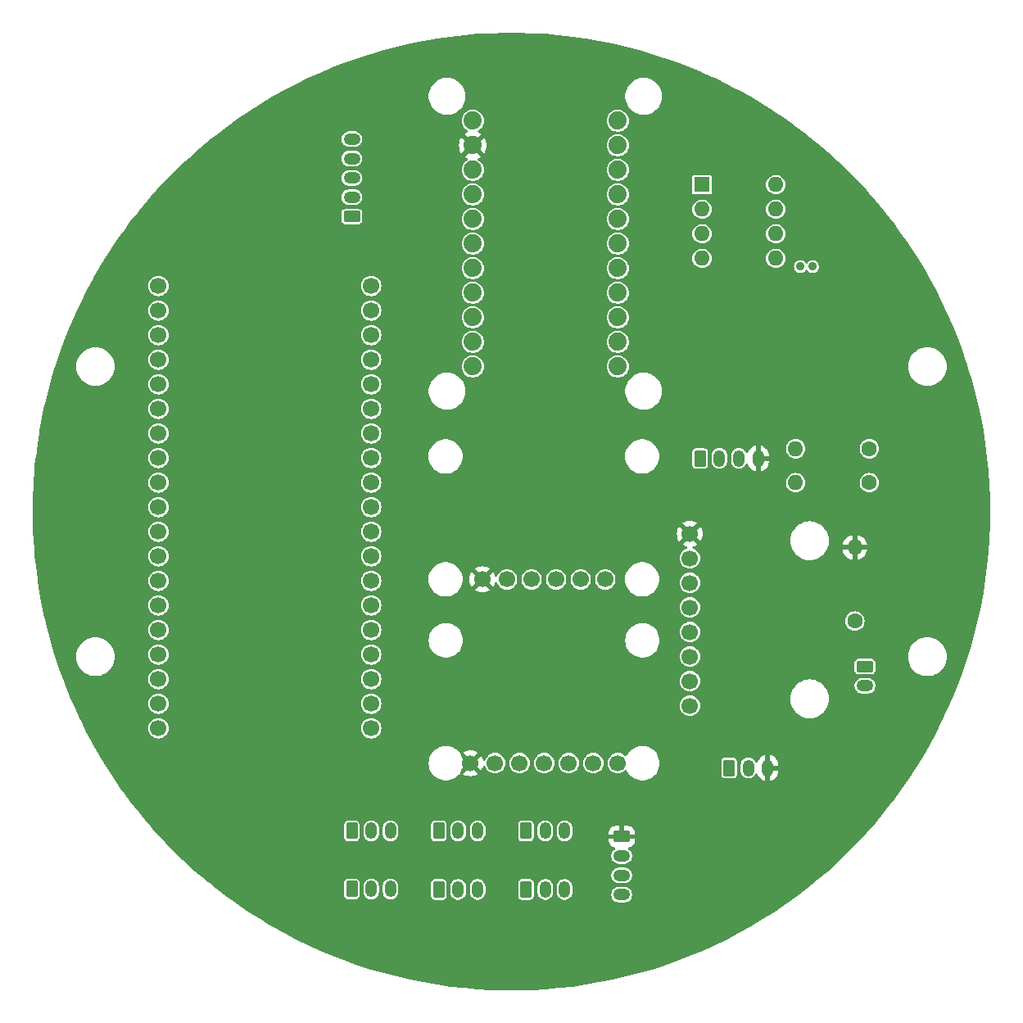
<source format=gbr>
%TF.GenerationSoftware,KiCad,Pcbnew,8.0.5*%
%TF.CreationDate,2025-03-06T00:48:24-05:00*%
%TF.ProjectId,CanSat_Sensor_Board,43616e53-6174-45f5-9365-6e736f725f42,rev?*%
%TF.SameCoordinates,Original*%
%TF.FileFunction,Copper,L2,Inr*%
%TF.FilePolarity,Positive*%
%FSLAX46Y46*%
G04 Gerber Fmt 4.6, Leading zero omitted, Abs format (unit mm)*
G04 Created by KiCad (PCBNEW 8.0.5) date 2025-03-06 00:48:24*
%MOMM*%
%LPD*%
G01*
G04 APERTURE LIST*
G04 Aperture macros list*
%AMRoundRect*
0 Rectangle with rounded corners*
0 $1 Rounding radius*
0 $2 $3 $4 $5 $6 $7 $8 $9 X,Y pos of 4 corners*
0 Add a 4 corners polygon primitive as box body*
4,1,4,$2,$3,$4,$5,$6,$7,$8,$9,$2,$3,0*
0 Add four circle primitives for the rounded corners*
1,1,$1+$1,$2,$3*
1,1,$1+$1,$4,$5*
1,1,$1+$1,$6,$7*
1,1,$1+$1,$8,$9*
0 Add four rect primitives between the rounded corners*
20,1,$1+$1,$2,$3,$4,$5,0*
20,1,$1+$1,$4,$5,$6,$7,0*
20,1,$1+$1,$6,$7,$8,$9,0*
20,1,$1+$1,$8,$9,$2,$3,0*%
G04 Aperture macros list end*
%TA.AperFunction,ComponentPad*%
%ADD10C,1.600000*%
%TD*%
%TA.AperFunction,ComponentPad*%
%ADD11O,1.600000X1.600000*%
%TD*%
%TA.AperFunction,ComponentPad*%
%ADD12RoundRect,0.250000X-0.350000X-0.625000X0.350000X-0.625000X0.350000X0.625000X-0.350000X0.625000X0*%
%TD*%
%TA.AperFunction,ComponentPad*%
%ADD13O,1.200000X1.750000*%
%TD*%
%TA.AperFunction,ComponentPad*%
%ADD14C,1.879600*%
%TD*%
%TA.AperFunction,ComponentPad*%
%ADD15C,0.910000*%
%TD*%
%TA.AperFunction,ComponentPad*%
%ADD16C,1.700000*%
%TD*%
%TA.AperFunction,ComponentPad*%
%ADD17RoundRect,0.250000X0.625000X-0.350000X0.625000X0.350000X-0.625000X0.350000X-0.625000X-0.350000X0*%
%TD*%
%TA.AperFunction,ComponentPad*%
%ADD18O,1.750000X1.200000*%
%TD*%
%TA.AperFunction,ComponentPad*%
%ADD19RoundRect,0.250000X-0.625000X0.350000X-0.625000X-0.350000X0.625000X-0.350000X0.625000X0.350000X0*%
%TD*%
%TA.AperFunction,ComponentPad*%
%ADD20R,1.600000X1.600000*%
%TD*%
G04 APERTURE END LIST*
D10*
%TO.N,+5V*%
%TO.C,2.2k\u03A9R1*%
X187000000Y-97000000D03*
D11*
%TO.N,Net-(DS1307+1-SDA)*%
X179380000Y-97000000D03*
%TD*%
D12*
%TO.N,GND*%
%TO.C,CPL1*%
X133500000Y-139000000D03*
D13*
%TO.N,+7.4V*%
X135500000Y-139000000D03*
%TO.N,Net-(CPL1-Pin_3)*%
X137500000Y-139000000D03*
%TD*%
D14*
%TO.N,GND*%
%TO.C,XBeeProSB3*%
X146014000Y-85000000D03*
%TO.N,unconnected-(XBeeProSB3-DTR-PadJP5_2)*%
X146014000Y-82460000D03*
%TO.N,unconnected-(XBeeProSB3-RES1-PadJP5_3)*%
X146014000Y-79920000D03*
%TO.N,unconnected-(XBeeProSB3-DIO11-PadJP5_4)*%
X146014000Y-77380000D03*
%TO.N,unconnected-(XBeeProSB3-RSSI-PadJP5_5)*%
X146014000Y-74840000D03*
%TO.N,unconnected-(XBeeProSB3-RESET-PadJP5_6)*%
X146014000Y-72300000D03*
%TO.N,unconnected-(XBeeProSB3-DIO12-PadJP5_7)*%
X146014000Y-69760000D03*
%TO.N,Net-(ESP32-IO17)*%
X146014000Y-67220000D03*
%TO.N,Net-(ESP32-IO16)*%
X146014000Y-64680000D03*
%TO.N,+3.3V*%
X146014000Y-62140000D03*
%TO.N,GND*%
X146014000Y-59600000D03*
%TO.N,unconnected-(XBeeProSB3-DIO0-PadJP6_1)*%
X161000000Y-59600000D03*
%TO.N,unconnected-(XBeeProSB3-DIO1-PadJP6_2)*%
X161000000Y-62140000D03*
%TO.N,unconnected-(XBeeProSB3-DIO2-PadJP6_3)*%
X161000000Y-64680000D03*
%TO.N,unconnected-(XBeeProSB3-DIO3-PadJP6_4)*%
X161000000Y-67220000D03*
%TO.N,unconnected-(XBeeProSB3-RTS-PadJP6_5)*%
X161000000Y-69760000D03*
%TO.N,unconnected-(XBeeProSB3-DIO5-PadJP6_6)*%
X161000000Y-72300000D03*
%TO.N,unconnected-(XBeeProSB3-RES2-PadJP6_7)*%
X161000000Y-74840000D03*
%TO.N,unconnected-(XBeeProSB3-DIO9-PadJP6_8)*%
X161000000Y-77380000D03*
%TO.N,unconnected-(XBeeProSB3-CTS-PadJP6_9)*%
X161000000Y-79920000D03*
%TO.N,unconnected-(XBeeProSB3-DIO4-PadJP6_10)*%
X161000000Y-82460000D03*
%TO.N,unconnected-(XBeeProSB3-5V-PadJP6_11)*%
X161000000Y-85000000D03*
%TD*%
D15*
%TO.N,Net-(DS1307+1-X1)*%
%TO.C,32.768KHzY1*%
X181135000Y-74672500D03*
%TO.N,Net-(DS1307+1-X2)*%
X179865000Y-74672500D03*
%TD*%
D16*
%TO.N,+3.3V*%
%TO.C,Temp&Pressure1*%
X145760000Y-126000000D03*
%TO.N,unconnected-(Temp&Pressure1-Pin_2-Pad2)*%
X148300000Y-126000000D03*
%TO.N,GND*%
X150840000Y-126000000D03*
%TO.N,Net-(DS1307+1-SCL)*%
X153380000Y-126000000D03*
%TO.N,unconnected-(Temp&Pressure1-Pin_5-Pad5)*%
X155920000Y-126000000D03*
%TO.N,Net-(DS1307+1-SDA)*%
X158460000Y-126000000D03*
%TO.N,unconnected-(Temp&Pressure1-Pin_7-Pad7)*%
X161000000Y-126000000D03*
%TD*%
D12*
%TO.N,GND*%
%TO.C,Camera1*%
X133500000Y-133000000D03*
D13*
%TO.N,+7.4V*%
X135500000Y-133000000D03*
%TO.N,Net-(Camera1-Pin_3)*%
X137500000Y-133000000D03*
%TD*%
D12*
%TO.N,GND*%
%TO.C,GPS1*%
X169500000Y-94500000D03*
D13*
%TO.N,Net-(ESP32-RXD0)*%
X171500000Y-94500000D03*
%TO.N,Net-(ESP32-TXD0)*%
X173500000Y-94500000D03*
%TO.N,+3.3V*%
X175500000Y-94500000D03*
%TD*%
D12*
%TO.N,GND*%
%TO.C,CPL3*%
X151500000Y-139050000D03*
D13*
%TO.N,+7.4V*%
X153500000Y-139050000D03*
%TO.N,Net-(CPL3-Pin_3)*%
X155500000Y-139050000D03*
%TD*%
D17*
%TO.N,+7.4V*%
%TO.C,Cameras1&2*%
X133500000Y-69500000D03*
D18*
%TO.N,Net-(Cameras1&2-Pin_2)*%
X133500000Y-67500000D03*
%TO.N,Net-(Cameras1&2-Pin_3)*%
X133500000Y-65500000D03*
%TO.N,Net-(Cameras1&2-Pin_4)*%
X133500000Y-63500000D03*
%TO.N,GND*%
X133500000Y-61500000D03*
%TD*%
D10*
%TO.N,+5V*%
%TO.C,2.2k\u03A9R2*%
X187000000Y-93500000D03*
D11*
%TO.N,Net-(DS1307+1-SCL)*%
X179380000Y-93500000D03*
%TD*%
D12*
%TO.N,GND*%
%TO.C,CPL2*%
X142500000Y-139050000D03*
D13*
%TO.N,+7.4V*%
X144500000Y-139050000D03*
%TO.N,Net-(CPL2-Pin_3)*%
X146500000Y-139050000D03*
%TD*%
D10*
%TO.N,Net-(PowerIndicator1-Pin_1)*%
%TO.C,100\u03A9R1*%
X185500000Y-111310000D03*
D11*
%TO.N,+3.3V*%
X185500000Y-103690000D03*
%TD*%
D12*
%TO.N,Net-(ESP32-IO23)*%
%TO.C,HallEffectSensor1*%
X172500000Y-126500000D03*
D13*
%TO.N,GND*%
X174500000Y-126500000D03*
%TO.N,+3.3V*%
X176500000Y-126500000D03*
%TD*%
D12*
%TO.N,GND*%
%TO.C,Fin1*%
X142500000Y-133000000D03*
D13*
%TO.N,+7.4V*%
X144500000Y-133000000D03*
%TO.N,Net-(ESP32-IO15)*%
X146500000Y-133000000D03*
%TD*%
D19*
%TO.N,Net-(PowerIndicator1-Pin_1)*%
%TO.C,PowerIndicator1*%
X186550000Y-116000000D03*
D18*
%TO.N,GND*%
X186550000Y-118000000D03*
%TD*%
D19*
%TO.N,+3.3V*%
%TO.C,Power1*%
X161400000Y-133600000D03*
D18*
%TO.N,+5V*%
X161400000Y-135600000D03*
%TO.N,+7.4V*%
X161400000Y-137600000D03*
%TO.N,GND*%
X161400000Y-139600000D03*
%TD*%
D20*
%TO.N,Net-(DS1307+1-X1)*%
%TO.C,DS1307+1*%
X169700000Y-66200000D03*
D11*
%TO.N,Net-(DS1307+1-X2)*%
X169700000Y-68740000D03*
%TO.N,Net-(DS1307+1-VBAT)*%
X169700000Y-71280000D03*
%TO.N,GND*%
X169700000Y-73820000D03*
%TO.N,Net-(DS1307+1-SDA)*%
X177320000Y-73820000D03*
%TO.N,Net-(DS1307+1-SCL)*%
X177320000Y-71280000D03*
%TO.N,unconnected-(DS1307+1-SQW{slash}OUT-Pad7)*%
X177320000Y-68740000D03*
%TO.N,+5V*%
X177320000Y-66200000D03*
%TD*%
D12*
%TO.N,GND*%
%TO.C,Fin2*%
X151500000Y-133000000D03*
D13*
%TO.N,+7.4V*%
X153500000Y-133000000D03*
%TO.N,Net-(ESP32-IO4)*%
X155500000Y-133000000D03*
%TD*%
D16*
%TO.N,unconnected-(ESP32-3V3-PadJ2-1)*%
%TO.C,ESP32*%
X113500000Y-76670000D03*
%TO.N,unconnected-(ESP32-EN-PadJ2-2)*%
X113500000Y-79210000D03*
%TO.N,unconnected-(ESP32-SENSOR_VP-PadJ2-3)*%
X113500000Y-81750000D03*
%TO.N,unconnected-(ESP32-SENSOR_VN-PadJ2-4)*%
X113500000Y-84290000D03*
%TO.N,unconnected-(ESP32-IO34-PadJ2-5)*%
X113500000Y-86830000D03*
%TO.N,Net-(Cameras1&2-Pin_4)*%
X113500000Y-89370000D03*
%TO.N,Net-(Cameras1&2-Pin_2)*%
X113500000Y-91910000D03*
%TO.N,Net-(Cameras1&2-Pin_3)*%
X113500000Y-94450000D03*
%TO.N,unconnected-(ESP32-IO25-PadJ2-9)*%
X113500000Y-96990000D03*
%TO.N,unconnected-(ESP32-IO26-PadJ2-10)*%
X113500000Y-99530000D03*
%TO.N,Net-(Camera1-Pin_3)*%
X113500000Y-102070000D03*
%TO.N,Net-(CPL1-Pin_3)*%
X113500000Y-104610000D03*
%TO.N,Net-(CPL2-Pin_3)*%
X113500000Y-107150000D03*
%TO.N,GND*%
X113500000Y-109690000D03*
%TO.N,Net-(CPL3-Pin_3)*%
X113500000Y-112230000D03*
%TO.N,unconnected-(ESP32-SD2-PadJ2-16)*%
X113500000Y-114770000D03*
%TO.N,unconnected-(ESP32-SD3-PadJ2-17)*%
X113500000Y-117310000D03*
%TO.N,unconnected-(ESP32-CMD-PadJ2-18)*%
X113500000Y-119850000D03*
%TO.N,+7.4V*%
X113500000Y-122390000D03*
%TO.N,GND*%
X135500000Y-76670000D03*
%TO.N,Net-(ESP32-IO23)*%
X135500000Y-79210000D03*
%TO.N,Net-(DS1307+1-SCL)*%
X135500000Y-81750000D03*
%TO.N,Net-(ESP32-TXD0)*%
X135500000Y-84290000D03*
%TO.N,Net-(ESP32-RXD0)*%
X135500000Y-86830000D03*
%TO.N,Net-(DS1307+1-SDA)*%
X135500000Y-89370000D03*
%TO.N,GND*%
X135500000Y-91910000D03*
%TO.N,unconnected-(ESP32-IO19-PadJ3-8)*%
X135500000Y-94450000D03*
%TO.N,unconnected-(ESP32-IO18-PadJ3-9)*%
X135500000Y-96990000D03*
%TO.N,unconnected-(ESP32-IO5-PadJ3-10)*%
X135500000Y-99530000D03*
%TO.N,Net-(ESP32-IO17)*%
X135500000Y-102070000D03*
%TO.N,Net-(ESP32-IO16)*%
X135500000Y-104610000D03*
%TO.N,Net-(ESP32-IO4)*%
X135500000Y-107150000D03*
%TO.N,unconnected-(ESP32-IO0-PadJ3-14)*%
X135500000Y-109690000D03*
%TO.N,unconnected-(ESP32-IO2-PadJ3-15)*%
X135500000Y-112230000D03*
%TO.N,Net-(ESP32-IO15)*%
X135500000Y-114770000D03*
%TO.N,unconnected-(ESP32-SD1-PadJ3-17)*%
X135500000Y-117310000D03*
%TO.N,unconnected-(ESP32-SD0-PadJ3-18)*%
X135500000Y-119850000D03*
%TO.N,unconnected-(ESP32-CLK-PadJ3-19)*%
X135500000Y-122390000D03*
%TD*%
%TO.N,+3.3V*%
%TO.C,Magnetometer1*%
X147000000Y-107000000D03*
%TO.N,unconnected-(Magnetometer1-Pin_2-Pad2)*%
X149540000Y-107000000D03*
%TO.N,GND*%
X152080000Y-107000000D03*
%TO.N,Net-(DS1307+1-SCL)*%
X154620000Y-107000000D03*
%TO.N,Net-(DS1307+1-SDA)*%
X157160000Y-107000000D03*
%TO.N,unconnected-(Magnetometer1-Pin_6-Pad6)*%
X159700000Y-107000000D03*
%TD*%
%TO.N,unconnected-(IMU1-Pin_8-Pad8)*%
%TO.C,IMU1*%
X168445000Y-120065000D03*
%TO.N,unconnected-(IMU1-Pin_7-Pad7)*%
X168445000Y-117525000D03*
%TO.N,unconnected-(IMU1-Pin_6-Pad6)*%
X168445000Y-114985000D03*
%TO.N,unconnected-(IMU1-Pin_5-Pad5)*%
X168445000Y-112445000D03*
%TO.N,Net-(DS1307+1-SDA)*%
X168445000Y-109905000D03*
%TO.N,Net-(DS1307+1-SCL)*%
X168445000Y-107365000D03*
%TO.N,GND*%
X168445000Y-104825000D03*
%TO.N,+3.3V*%
X168445000Y-102285000D03*
%TD*%
%TA.AperFunction,Conductor*%
%TO.N,+3.3V*%
G36*
X150702226Y-50505506D02*
G01*
X152099094Y-50545052D01*
X152102544Y-50545198D01*
X153497767Y-50624260D01*
X153501207Y-50624503D01*
X154799262Y-50734984D01*
X154893616Y-50743015D01*
X154897111Y-50743362D01*
X156285626Y-50901231D01*
X156289021Y-50901666D01*
X157600668Y-51088531D01*
X157672493Y-51098764D01*
X157675963Y-51099308D01*
X159053323Y-51335480D01*
X159056677Y-51336105D01*
X160426816Y-51611162D01*
X160430181Y-51611887D01*
X161791992Y-51925610D01*
X161795353Y-51926434D01*
X163147730Y-52278565D01*
X163151022Y-52279472D01*
X164307811Y-52615905D01*
X164492913Y-52669740D01*
X164496268Y-52670768D01*
X165826479Y-53098821D01*
X165829805Y-53099943D01*
X167147424Y-53565487D01*
X167150670Y-53566686D01*
X168454594Y-54069334D01*
X168457819Y-54070630D01*
X169721324Y-54599236D01*
X169746962Y-54609962D01*
X169750180Y-54611362D01*
X170960587Y-55158501D01*
X171023526Y-55186951D01*
X171026700Y-55188439D01*
X172283292Y-55799853D01*
X172286398Y-55801419D01*
X173082773Y-56217180D01*
X173525181Y-56448147D01*
X173528268Y-56449815D01*
X174748245Y-57131335D01*
X174751252Y-57133071D01*
X175951466Y-57848849D01*
X175954384Y-57850645D01*
X177094156Y-58574872D01*
X177133883Y-58600115D01*
X177136812Y-58602035D01*
X178294615Y-59384574D01*
X178297433Y-59386537D01*
X178887866Y-59810426D01*
X179432616Y-60201518D01*
X179435434Y-60203602D01*
X180531542Y-61038532D01*
X180547093Y-61050377D01*
X180549843Y-61052535D01*
X181637094Y-61930427D01*
X181639759Y-61932641D01*
X182642871Y-62790609D01*
X182701712Y-62840936D01*
X182704339Y-62843247D01*
X183600626Y-63654872D01*
X183740205Y-63781267D01*
X183742772Y-63783659D01*
X184751656Y-64750596D01*
X184754113Y-64753018D01*
X185720814Y-65733497D01*
X185735227Y-65748115D01*
X185737656Y-65750649D01*
X186690216Y-66773112D01*
X186692571Y-66775713D01*
X187003339Y-67128814D01*
X187603903Y-67811188D01*
X187615801Y-67824706D01*
X187618075Y-67827365D01*
X188464759Y-68846124D01*
X188511261Y-68902076D01*
X188513456Y-68904795D01*
X189321239Y-69934699D01*
X189375853Y-70004331D01*
X189377980Y-70007122D01*
X190208958Y-71130678D01*
X190211004Y-71133529D01*
X191009817Y-72280099D01*
X191011782Y-72283007D01*
X191294078Y-72713690D01*
X191770342Y-73440300D01*
X191777813Y-73451697D01*
X191779696Y-73454659D01*
X192512389Y-74644630D01*
X192514186Y-74647644D01*
X192864084Y-75253684D01*
X193152869Y-75753875D01*
X193212879Y-75857814D01*
X193214581Y-75860860D01*
X193540439Y-76464066D01*
X193878776Y-77090372D01*
X193880400Y-77093483D01*
X194509519Y-78341266D01*
X194511054Y-78344421D01*
X195104603Y-79609493D01*
X195106049Y-79612691D01*
X195663581Y-80894100D01*
X195664935Y-80897338D01*
X196185949Y-82193931D01*
X196187212Y-82197205D01*
X196671355Y-83508105D01*
X196672524Y-83511414D01*
X196984204Y-84434954D01*
X197109090Y-84805007D01*
X197119366Y-84835454D01*
X197120436Y-84838782D01*
X197406080Y-85771506D01*
X197529634Y-86174952D01*
X197530614Y-86178322D01*
X197901833Y-87525528D01*
X197902717Y-87528924D01*
X198235658Y-88886079D01*
X198236446Y-88889499D01*
X198530851Y-90255541D01*
X198531542Y-90258982D01*
X198787173Y-91632816D01*
X198787766Y-91636274D01*
X199004417Y-93016793D01*
X199004912Y-93020268D01*
X199182409Y-94406372D01*
X199182805Y-94409859D01*
X199321001Y-95800387D01*
X199321299Y-95803883D01*
X199420096Y-97197832D01*
X199420294Y-97201336D01*
X199479600Y-98597443D01*
X199479700Y-98600951D01*
X199499475Y-99998245D01*
X199499475Y-100001755D01*
X199479700Y-101399048D01*
X199479600Y-101402556D01*
X199420294Y-102798663D01*
X199420096Y-102802167D01*
X199321299Y-104196116D01*
X199321001Y-104199612D01*
X199182805Y-105590140D01*
X199182409Y-105593627D01*
X199004912Y-106979731D01*
X199004417Y-106983206D01*
X198787766Y-108363725D01*
X198787173Y-108367183D01*
X198531542Y-109741017D01*
X198530851Y-109744458D01*
X198236446Y-111110500D01*
X198235658Y-111113920D01*
X197902717Y-112471075D01*
X197901833Y-112474471D01*
X197530614Y-113821677D01*
X197529634Y-113825047D01*
X197120441Y-115161204D01*
X197119366Y-115164545D01*
X196672524Y-116488585D01*
X196671355Y-116491894D01*
X196187212Y-117802794D01*
X196185949Y-117806068D01*
X195664935Y-119102661D01*
X195663581Y-119105899D01*
X195106049Y-120387308D01*
X195104603Y-120390506D01*
X194511054Y-121655578D01*
X194509519Y-121658733D01*
X193880400Y-122906516D01*
X193878776Y-122909627D01*
X193214591Y-124139121D01*
X193212879Y-124142185D01*
X192514186Y-125352355D01*
X192512389Y-125355369D01*
X191779696Y-126545340D01*
X191777813Y-126548302D01*
X191011782Y-127716992D01*
X191009817Y-127719900D01*
X190211004Y-128866470D01*
X190208958Y-128869321D01*
X189377980Y-129992877D01*
X189375853Y-129995668D01*
X188513466Y-131095192D01*
X188511261Y-131097923D01*
X187618082Y-132172626D01*
X187615801Y-132175293D01*
X186692571Y-133224286D01*
X186690216Y-133226887D01*
X185737656Y-134249350D01*
X185735227Y-134251884D01*
X184754134Y-135246960D01*
X184751635Y-135249424D01*
X183742772Y-136216340D01*
X183740205Y-136218732D01*
X182704347Y-137156745D01*
X182701712Y-137159063D01*
X181639776Y-138067343D01*
X181637077Y-138069586D01*
X180549854Y-138947456D01*
X180547093Y-138949622D01*
X179435438Y-139796394D01*
X179432616Y-139798481D01*
X178297464Y-140613440D01*
X178294585Y-140615446D01*
X177136818Y-141397960D01*
X177133883Y-141399884D01*
X175954419Y-142149332D01*
X175951430Y-142151172D01*
X174751268Y-142866918D01*
X174748229Y-142868673D01*
X173528268Y-143550184D01*
X173525181Y-143551852D01*
X172286412Y-144198573D01*
X172283278Y-144200153D01*
X171026703Y-144811558D01*
X171023526Y-144813048D01*
X169750180Y-145388637D01*
X169746962Y-145390037D01*
X168457835Y-145929362D01*
X168454578Y-145930671D01*
X167150693Y-146433304D01*
X167147401Y-146434520D01*
X165829804Y-146900056D01*
X165826479Y-146901178D01*
X164496268Y-147329231D01*
X164492913Y-147330259D01*
X163151067Y-147720514D01*
X163147683Y-147721446D01*
X161795376Y-148073559D01*
X161791968Y-148074395D01*
X160430214Y-148388105D01*
X160426783Y-148388844D01*
X159056725Y-148663885D01*
X159053275Y-148664527D01*
X157675960Y-148900691D01*
X157672493Y-148901235D01*
X156289064Y-149098327D01*
X156285583Y-149098773D01*
X154897108Y-149256637D01*
X154893616Y-149256984D01*
X153501238Y-149375493D01*
X153497737Y-149375741D01*
X152102572Y-149454799D01*
X152099066Y-149454948D01*
X150702226Y-149494494D01*
X150698717Y-149494544D01*
X149301283Y-149494544D01*
X149297774Y-149494494D01*
X147900933Y-149454948D01*
X147897427Y-149454799D01*
X146502262Y-149375741D01*
X146498761Y-149375493D01*
X145106383Y-149256984D01*
X145102891Y-149256637D01*
X143714416Y-149098773D01*
X143710935Y-149098327D01*
X142327506Y-148901235D01*
X142324039Y-148900691D01*
X140946724Y-148664527D01*
X140943274Y-148663885D01*
X139573216Y-148388844D01*
X139569785Y-148388105D01*
X138208031Y-148074395D01*
X138204623Y-148073559D01*
X136852316Y-147721446D01*
X136848932Y-147720514D01*
X135507086Y-147330259D01*
X135503731Y-147329231D01*
X134173520Y-146901178D01*
X134170195Y-146900056D01*
X132852598Y-146434520D01*
X132849306Y-146433304D01*
X131545421Y-145930671D01*
X131542164Y-145929362D01*
X130253037Y-145390037D01*
X130249819Y-145388637D01*
X128976473Y-144813048D01*
X128973296Y-144811558D01*
X127716721Y-144200153D01*
X127713587Y-144198573D01*
X126474818Y-143551852D01*
X126471731Y-143550184D01*
X125251770Y-142868673D01*
X125248731Y-142866918D01*
X124933524Y-142678936D01*
X124048553Y-142151162D01*
X124045596Y-142149342D01*
X122866116Y-141399884D01*
X122863181Y-141397960D01*
X121705414Y-140615446D01*
X121702535Y-140613440D01*
X121363082Y-140369737D01*
X120844108Y-139997150D01*
X120567383Y-139798481D01*
X120564561Y-139796394D01*
X119452906Y-138949622D01*
X119450145Y-138947456D01*
X118772751Y-138400499D01*
X118673959Y-138320730D01*
X132699500Y-138320730D01*
X132699500Y-139679269D01*
X132702353Y-139709699D01*
X132702353Y-139709701D01*
X132747206Y-139837880D01*
X132747207Y-139837882D01*
X132827850Y-139947150D01*
X132937118Y-140027793D01*
X132979845Y-140042744D01*
X133065299Y-140072646D01*
X133095730Y-140075500D01*
X133095734Y-140075500D01*
X133904270Y-140075500D01*
X133934699Y-140072646D01*
X133934701Y-140072646D01*
X133998790Y-140050219D01*
X134062882Y-140027793D01*
X134172150Y-139947150D01*
X134252793Y-139837882D01*
X134280150Y-139759699D01*
X134297646Y-139709701D01*
X134297646Y-139709699D01*
X134300500Y-139679269D01*
X134300500Y-138646153D01*
X134699500Y-138646153D01*
X134699500Y-139353846D01*
X134730261Y-139508489D01*
X134730264Y-139508501D01*
X134790602Y-139654172D01*
X134790609Y-139654185D01*
X134878210Y-139785288D01*
X134878213Y-139785292D01*
X134989707Y-139896786D01*
X134989711Y-139896789D01*
X135120814Y-139984390D01*
X135120827Y-139984397D01*
X135266498Y-140044735D01*
X135266503Y-140044737D01*
X135406810Y-140072646D01*
X135421153Y-140075499D01*
X135421156Y-140075500D01*
X135421158Y-140075500D01*
X135578844Y-140075500D01*
X135578845Y-140075499D01*
X135733497Y-140044737D01*
X135879179Y-139984394D01*
X136010289Y-139896789D01*
X136121789Y-139785289D01*
X136209394Y-139654179D01*
X136269737Y-139508497D01*
X136300500Y-139353842D01*
X136300500Y-138646158D01*
X136300500Y-138646155D01*
X136300499Y-138646153D01*
X136699500Y-138646153D01*
X136699500Y-139353846D01*
X136730261Y-139508489D01*
X136730264Y-139508501D01*
X136790602Y-139654172D01*
X136790609Y-139654185D01*
X136878210Y-139785288D01*
X136878213Y-139785292D01*
X136989707Y-139896786D01*
X136989711Y-139896789D01*
X137120814Y-139984390D01*
X137120827Y-139984397D01*
X137266498Y-140044735D01*
X137266503Y-140044737D01*
X137406810Y-140072646D01*
X137421153Y-140075499D01*
X137421156Y-140075500D01*
X137421158Y-140075500D01*
X137578844Y-140075500D01*
X137578845Y-140075499D01*
X137733497Y-140044737D01*
X137879179Y-139984394D01*
X138010289Y-139896789D01*
X138121789Y-139785289D01*
X138209394Y-139654179D01*
X138269737Y-139508497D01*
X138300500Y-139353842D01*
X138300500Y-138646158D01*
X138300500Y-138646155D01*
X138300499Y-138646153D01*
X138279684Y-138541510D01*
X138269737Y-138491503D01*
X138232043Y-138400500D01*
X138219712Y-138370730D01*
X141699500Y-138370730D01*
X141699500Y-139729269D01*
X141702353Y-139759699D01*
X141702353Y-139759701D01*
X141747206Y-139887880D01*
X141747207Y-139887882D01*
X141827850Y-139997150D01*
X141937118Y-140077793D01*
X141979845Y-140092744D01*
X142065299Y-140122646D01*
X142095730Y-140125500D01*
X142095734Y-140125500D01*
X142904270Y-140125500D01*
X142934699Y-140122646D01*
X142934701Y-140122646D01*
X142998790Y-140100219D01*
X143062882Y-140077793D01*
X143172150Y-139997150D01*
X143252793Y-139887882D01*
X143284076Y-139798481D01*
X143297646Y-139759701D01*
X143297646Y-139759699D01*
X143300500Y-139729269D01*
X143300500Y-138696153D01*
X143699500Y-138696153D01*
X143699500Y-139403846D01*
X143730261Y-139558489D01*
X143730264Y-139558501D01*
X143790602Y-139704172D01*
X143790609Y-139704185D01*
X143878210Y-139835288D01*
X143878213Y-139835292D01*
X143989707Y-139946786D01*
X143989711Y-139946789D01*
X144120814Y-140034390D01*
X144120827Y-140034397D01*
X144225596Y-140077793D01*
X144266503Y-140094737D01*
X144406810Y-140122646D01*
X144421153Y-140125499D01*
X144421156Y-140125500D01*
X144421158Y-140125500D01*
X144578844Y-140125500D01*
X144578845Y-140125499D01*
X144733497Y-140094737D01*
X144879179Y-140034394D01*
X145010289Y-139946789D01*
X145121789Y-139835289D01*
X145209394Y-139704179D01*
X145269737Y-139558497D01*
X145300500Y-139403842D01*
X145300500Y-138696158D01*
X145300500Y-138696155D01*
X145300499Y-138696153D01*
X145699500Y-138696153D01*
X145699500Y-139403846D01*
X145730261Y-139558489D01*
X145730264Y-139558501D01*
X145790602Y-139704172D01*
X145790609Y-139704185D01*
X145878210Y-139835288D01*
X145878213Y-139835292D01*
X145989707Y-139946786D01*
X145989711Y-139946789D01*
X146120814Y-140034390D01*
X146120827Y-140034397D01*
X146225596Y-140077793D01*
X146266503Y-140094737D01*
X146406810Y-140122646D01*
X146421153Y-140125499D01*
X146421156Y-140125500D01*
X146421158Y-140125500D01*
X146578844Y-140125500D01*
X146578845Y-140125499D01*
X146733497Y-140094737D01*
X146879179Y-140034394D01*
X147010289Y-139946789D01*
X147121789Y-139835289D01*
X147209394Y-139704179D01*
X147269737Y-139558497D01*
X147300500Y-139403842D01*
X147300500Y-138696158D01*
X147300500Y-138696155D01*
X147300499Y-138696153D01*
X147290553Y-138646153D01*
X147269737Y-138541503D01*
X147269735Y-138541498D01*
X147209397Y-138395827D01*
X147209390Y-138395814D01*
X147192629Y-138370730D01*
X150699500Y-138370730D01*
X150699500Y-139729269D01*
X150702353Y-139759699D01*
X150702353Y-139759701D01*
X150747206Y-139887880D01*
X150747207Y-139887882D01*
X150827850Y-139997150D01*
X150937118Y-140077793D01*
X150979845Y-140092744D01*
X151065299Y-140122646D01*
X151095730Y-140125500D01*
X151095734Y-140125500D01*
X151904270Y-140125500D01*
X151934699Y-140122646D01*
X151934701Y-140122646D01*
X151998790Y-140100219D01*
X152062882Y-140077793D01*
X152172150Y-139997150D01*
X152252793Y-139887882D01*
X152284076Y-139798481D01*
X152297646Y-139759701D01*
X152297646Y-139759699D01*
X152300500Y-139729269D01*
X152300500Y-138696153D01*
X152699500Y-138696153D01*
X152699500Y-139403846D01*
X152730261Y-139558489D01*
X152730264Y-139558501D01*
X152790602Y-139704172D01*
X152790609Y-139704185D01*
X152878210Y-139835288D01*
X152878213Y-139835292D01*
X152989707Y-139946786D01*
X152989711Y-139946789D01*
X153120814Y-140034390D01*
X153120827Y-140034397D01*
X153225596Y-140077793D01*
X153266503Y-140094737D01*
X153406810Y-140122646D01*
X153421153Y-140125499D01*
X153421156Y-140125500D01*
X153421158Y-140125500D01*
X153578844Y-140125500D01*
X153578845Y-140125499D01*
X153733497Y-140094737D01*
X153879179Y-140034394D01*
X154010289Y-139946789D01*
X154121789Y-139835289D01*
X154209394Y-139704179D01*
X154269737Y-139558497D01*
X154300500Y-139403842D01*
X154300500Y-138696158D01*
X154300500Y-138696155D01*
X154300499Y-138696153D01*
X154699500Y-138696153D01*
X154699500Y-139403846D01*
X154730261Y-139558489D01*
X154730264Y-139558501D01*
X154790602Y-139704172D01*
X154790609Y-139704185D01*
X154878210Y-139835288D01*
X154878213Y-139835292D01*
X154989707Y-139946786D01*
X154989711Y-139946789D01*
X155120814Y-140034390D01*
X155120827Y-140034397D01*
X155225596Y-140077793D01*
X155266503Y-140094737D01*
X155406810Y-140122646D01*
X155421153Y-140125499D01*
X155421156Y-140125500D01*
X155421158Y-140125500D01*
X155578844Y-140125500D01*
X155578845Y-140125499D01*
X155733497Y-140094737D01*
X155879179Y-140034394D01*
X156010289Y-139946789D01*
X156121789Y-139835289D01*
X156209394Y-139704179D01*
X156269737Y-139558497D01*
X156277165Y-139521153D01*
X160324500Y-139521153D01*
X160324500Y-139678846D01*
X160355261Y-139833489D01*
X160355264Y-139833501D01*
X160415602Y-139979172D01*
X160415609Y-139979185D01*
X160503210Y-140110288D01*
X160503213Y-140110292D01*
X160614707Y-140221786D01*
X160614711Y-140221789D01*
X160745814Y-140309390D01*
X160745827Y-140309397D01*
X160854471Y-140354398D01*
X160891503Y-140369737D01*
X161046153Y-140400499D01*
X161046156Y-140400500D01*
X161046158Y-140400500D01*
X161753844Y-140400500D01*
X161753845Y-140400499D01*
X161908497Y-140369737D01*
X162054179Y-140309394D01*
X162185289Y-140221789D01*
X162296789Y-140110289D01*
X162384394Y-139979179D01*
X162444737Y-139833497D01*
X162475500Y-139678842D01*
X162475500Y-139521158D01*
X162475500Y-139521155D01*
X162475499Y-139521153D01*
X162472980Y-139508489D01*
X162444737Y-139366503D01*
X162439493Y-139353842D01*
X162384397Y-139220827D01*
X162384390Y-139220814D01*
X162296789Y-139089711D01*
X162296786Y-139089707D01*
X162185292Y-138978213D01*
X162185288Y-138978210D01*
X162054185Y-138890609D01*
X162054172Y-138890602D01*
X161908501Y-138830264D01*
X161908489Y-138830261D01*
X161753845Y-138799500D01*
X161753842Y-138799500D01*
X161046158Y-138799500D01*
X161046155Y-138799500D01*
X160891510Y-138830261D01*
X160891498Y-138830264D01*
X160745827Y-138890602D01*
X160745814Y-138890609D01*
X160614711Y-138978210D01*
X160614707Y-138978213D01*
X160503213Y-139089707D01*
X160503210Y-139089711D01*
X160415609Y-139220814D01*
X160415602Y-139220827D01*
X160355264Y-139366498D01*
X160355261Y-139366510D01*
X160324500Y-139521153D01*
X156277165Y-139521153D01*
X156300500Y-139403842D01*
X156300500Y-138696158D01*
X156300500Y-138696155D01*
X156300499Y-138696153D01*
X156290553Y-138646153D01*
X156269737Y-138541503D01*
X156269735Y-138541498D01*
X156209397Y-138395827D01*
X156209390Y-138395814D01*
X156121789Y-138264711D01*
X156121786Y-138264707D01*
X156010292Y-138153213D01*
X156010288Y-138153210D01*
X155879185Y-138065609D01*
X155879172Y-138065602D01*
X155733501Y-138005264D01*
X155733489Y-138005261D01*
X155578845Y-137974500D01*
X155578842Y-137974500D01*
X155421158Y-137974500D01*
X155421155Y-137974500D01*
X155266510Y-138005261D01*
X155266498Y-138005264D01*
X155120827Y-138065602D01*
X155120814Y-138065609D01*
X154989711Y-138153210D01*
X154989707Y-138153213D01*
X154878213Y-138264707D01*
X154878210Y-138264711D01*
X154790609Y-138395814D01*
X154790602Y-138395827D01*
X154730264Y-138541498D01*
X154730261Y-138541510D01*
X154699500Y-138696153D01*
X154300499Y-138696153D01*
X154290553Y-138646153D01*
X154269737Y-138541503D01*
X154269735Y-138541498D01*
X154209397Y-138395827D01*
X154209390Y-138395814D01*
X154121789Y-138264711D01*
X154121786Y-138264707D01*
X154010292Y-138153213D01*
X154010288Y-138153210D01*
X153879185Y-138065609D01*
X153879172Y-138065602D01*
X153733501Y-138005264D01*
X153733489Y-138005261D01*
X153578845Y-137974500D01*
X153578842Y-137974500D01*
X153421158Y-137974500D01*
X153421155Y-137974500D01*
X153266510Y-138005261D01*
X153266498Y-138005264D01*
X153120827Y-138065602D01*
X153120814Y-138065609D01*
X152989711Y-138153210D01*
X152989707Y-138153213D01*
X152878213Y-138264707D01*
X152878210Y-138264711D01*
X152790609Y-138395814D01*
X152790602Y-138395827D01*
X152730264Y-138541498D01*
X152730261Y-138541510D01*
X152699500Y-138696153D01*
X152300500Y-138696153D01*
X152300500Y-138370730D01*
X152297646Y-138340300D01*
X152297646Y-138340298D01*
X152252793Y-138212119D01*
X152252792Y-138212117D01*
X152215892Y-138162119D01*
X152172150Y-138102850D01*
X152062882Y-138022207D01*
X152062880Y-138022206D01*
X151934700Y-137977353D01*
X151904270Y-137974500D01*
X151904266Y-137974500D01*
X151095734Y-137974500D01*
X151095730Y-137974500D01*
X151065300Y-137977353D01*
X151065298Y-137977353D01*
X150937119Y-138022206D01*
X150937117Y-138022207D01*
X150827850Y-138102850D01*
X150747207Y-138212117D01*
X150747206Y-138212119D01*
X150702353Y-138340298D01*
X150702353Y-138340300D01*
X150699500Y-138370730D01*
X147192629Y-138370730D01*
X147121789Y-138264711D01*
X147121786Y-138264707D01*
X147010292Y-138153213D01*
X147010288Y-138153210D01*
X146879185Y-138065609D01*
X146879172Y-138065602D01*
X146733501Y-138005264D01*
X146733489Y-138005261D01*
X146578845Y-137974500D01*
X146578842Y-137974500D01*
X146421158Y-137974500D01*
X146421155Y-137974500D01*
X146266510Y-138005261D01*
X146266498Y-138005264D01*
X146120827Y-138065602D01*
X146120814Y-138065609D01*
X145989711Y-138153210D01*
X145989707Y-138153213D01*
X145878213Y-138264707D01*
X145878210Y-138264711D01*
X145790609Y-138395814D01*
X145790602Y-138395827D01*
X145730264Y-138541498D01*
X145730261Y-138541510D01*
X145699500Y-138696153D01*
X145300499Y-138696153D01*
X145290553Y-138646153D01*
X145269737Y-138541503D01*
X145269735Y-138541498D01*
X145209397Y-138395827D01*
X145209390Y-138395814D01*
X145121789Y-138264711D01*
X145121786Y-138264707D01*
X145010292Y-138153213D01*
X145010288Y-138153210D01*
X144879185Y-138065609D01*
X144879172Y-138065602D01*
X144733501Y-138005264D01*
X144733489Y-138005261D01*
X144578845Y-137974500D01*
X144578842Y-137974500D01*
X144421158Y-137974500D01*
X144421155Y-137974500D01*
X144266510Y-138005261D01*
X144266498Y-138005264D01*
X144120827Y-138065602D01*
X144120814Y-138065609D01*
X143989711Y-138153210D01*
X143989707Y-138153213D01*
X143878213Y-138264707D01*
X143878210Y-138264711D01*
X143790609Y-138395814D01*
X143790602Y-138395827D01*
X143730264Y-138541498D01*
X143730261Y-138541510D01*
X143699500Y-138696153D01*
X143300500Y-138696153D01*
X143300500Y-138370730D01*
X143297646Y-138340300D01*
X143297646Y-138340298D01*
X143252793Y-138212119D01*
X143252792Y-138212117D01*
X143215892Y-138162119D01*
X143172150Y-138102850D01*
X143062882Y-138022207D01*
X143062880Y-138022206D01*
X142934700Y-137977353D01*
X142904270Y-137974500D01*
X142904266Y-137974500D01*
X142095734Y-137974500D01*
X142095730Y-137974500D01*
X142065300Y-137977353D01*
X142065298Y-137977353D01*
X141937119Y-138022206D01*
X141937117Y-138022207D01*
X141827850Y-138102850D01*
X141747207Y-138212117D01*
X141747206Y-138212119D01*
X141702353Y-138340298D01*
X141702353Y-138340300D01*
X141699500Y-138370730D01*
X138219712Y-138370730D01*
X138209397Y-138345827D01*
X138209390Y-138345814D01*
X138121789Y-138214711D01*
X138121786Y-138214707D01*
X138010292Y-138103213D01*
X138010288Y-138103210D01*
X137879185Y-138015609D01*
X137879172Y-138015602D01*
X137733501Y-137955264D01*
X137733489Y-137955261D01*
X137578845Y-137924500D01*
X137578842Y-137924500D01*
X137421158Y-137924500D01*
X137421155Y-137924500D01*
X137266510Y-137955261D01*
X137266498Y-137955264D01*
X137120827Y-138015602D01*
X137120814Y-138015609D01*
X136989711Y-138103210D01*
X136989707Y-138103213D01*
X136878213Y-138214707D01*
X136878210Y-138214711D01*
X136790609Y-138345814D01*
X136790602Y-138345827D01*
X136730264Y-138491498D01*
X136730261Y-138491510D01*
X136699500Y-138646153D01*
X136300499Y-138646153D01*
X136279684Y-138541510D01*
X136269737Y-138491503D01*
X136232043Y-138400500D01*
X136209397Y-138345827D01*
X136209390Y-138345814D01*
X136121789Y-138214711D01*
X136121786Y-138214707D01*
X136010292Y-138103213D01*
X136010288Y-138103210D01*
X135879185Y-138015609D01*
X135879172Y-138015602D01*
X135733501Y-137955264D01*
X135733489Y-137955261D01*
X135578845Y-137924500D01*
X135578842Y-137924500D01*
X135421158Y-137924500D01*
X135421155Y-137924500D01*
X135266510Y-137955261D01*
X135266498Y-137955264D01*
X135120827Y-138015602D01*
X135120814Y-138015609D01*
X134989711Y-138103210D01*
X134989707Y-138103213D01*
X134878213Y-138214707D01*
X134878210Y-138214711D01*
X134790609Y-138345814D01*
X134790602Y-138345827D01*
X134730264Y-138491498D01*
X134730261Y-138491510D01*
X134699500Y-138646153D01*
X134300500Y-138646153D01*
X134300500Y-138320730D01*
X134297646Y-138290300D01*
X134297646Y-138290298D01*
X134252793Y-138162119D01*
X134252792Y-138162117D01*
X134246219Y-138153211D01*
X134172150Y-138052850D01*
X134062882Y-137972207D01*
X134062880Y-137972206D01*
X133934700Y-137927353D01*
X133904270Y-137924500D01*
X133904266Y-137924500D01*
X133095734Y-137924500D01*
X133095730Y-137924500D01*
X133065300Y-137927353D01*
X133065298Y-137927353D01*
X132937119Y-137972206D01*
X132937117Y-137972207D01*
X132827850Y-138052850D01*
X132747207Y-138162117D01*
X132747206Y-138162119D01*
X132702353Y-138290298D01*
X132702353Y-138290300D01*
X132699500Y-138320730D01*
X118673959Y-138320730D01*
X118362912Y-138069578D01*
X118360223Y-138067343D01*
X118358187Y-138065602D01*
X117721633Y-137521153D01*
X160324500Y-137521153D01*
X160324500Y-137678846D01*
X160355261Y-137833489D01*
X160355264Y-137833501D01*
X160415602Y-137979172D01*
X160415609Y-137979185D01*
X160503210Y-138110288D01*
X160503213Y-138110292D01*
X160614707Y-138221786D01*
X160614711Y-138221789D01*
X160745814Y-138309390D01*
X160745827Y-138309397D01*
X160891498Y-138369735D01*
X160891503Y-138369737D01*
X161046153Y-138400499D01*
X161046156Y-138400500D01*
X161046158Y-138400500D01*
X161753844Y-138400500D01*
X161753845Y-138400499D01*
X161908497Y-138369737D01*
X162054179Y-138309394D01*
X162185289Y-138221789D01*
X162296789Y-138110289D01*
X162384394Y-137979179D01*
X162444737Y-137833497D01*
X162475500Y-137678842D01*
X162475500Y-137521158D01*
X162475500Y-137521155D01*
X162475499Y-137521153D01*
X162444738Y-137366510D01*
X162444737Y-137366503D01*
X162444735Y-137366498D01*
X162384397Y-137220827D01*
X162384390Y-137220814D01*
X162296789Y-137089711D01*
X162296786Y-137089707D01*
X162185292Y-136978213D01*
X162185288Y-136978210D01*
X162054185Y-136890609D01*
X162054172Y-136890602D01*
X161908501Y-136830264D01*
X161908489Y-136830261D01*
X161753845Y-136799500D01*
X161753842Y-136799500D01*
X161046158Y-136799500D01*
X161046155Y-136799500D01*
X160891510Y-136830261D01*
X160891498Y-136830264D01*
X160745827Y-136890602D01*
X160745814Y-136890609D01*
X160614711Y-136978210D01*
X160614707Y-136978213D01*
X160503213Y-137089707D01*
X160503210Y-137089711D01*
X160415609Y-137220814D01*
X160415602Y-137220827D01*
X160355264Y-137366498D01*
X160355261Y-137366510D01*
X160324500Y-137521153D01*
X117721633Y-137521153D01*
X117298284Y-137159060D01*
X117295652Y-137156745D01*
X116935115Y-136830264D01*
X116259794Y-136218732D01*
X116257227Y-136216340D01*
X116009784Y-135979185D01*
X115248343Y-135249404D01*
X115245886Y-135246980D01*
X114264759Y-134251871D01*
X114262343Y-134249350D01*
X114125716Y-134102697D01*
X113703382Y-133649370D01*
X113309783Y-133226887D01*
X113307428Y-133224286D01*
X112905534Y-132767646D01*
X112512199Y-132320730D01*
X132699500Y-132320730D01*
X132699500Y-133679269D01*
X132702353Y-133709699D01*
X132702353Y-133709701D01*
X132744538Y-133830255D01*
X132747207Y-133837882D01*
X132827850Y-133947150D01*
X132937118Y-134027793D01*
X132979845Y-134042744D01*
X133065299Y-134072646D01*
X133095730Y-134075500D01*
X133095734Y-134075500D01*
X133904270Y-134075500D01*
X133934699Y-134072646D01*
X133934701Y-134072646D01*
X133998790Y-134050219D01*
X134062882Y-134027793D01*
X134172150Y-133947150D01*
X134252793Y-133837882D01*
X134285383Y-133744745D01*
X134297646Y-133709701D01*
X134297646Y-133709699D01*
X134300500Y-133679269D01*
X134300500Y-132646153D01*
X134699500Y-132646153D01*
X134699500Y-133353846D01*
X134730261Y-133508489D01*
X134730264Y-133508501D01*
X134790602Y-133654172D01*
X134790609Y-133654185D01*
X134878210Y-133785288D01*
X134878213Y-133785292D01*
X134989707Y-133896786D01*
X134989711Y-133896789D01*
X135120814Y-133984390D01*
X135120827Y-133984397D01*
X135225596Y-134027793D01*
X135266503Y-134044737D01*
X135406810Y-134072646D01*
X135421153Y-134075499D01*
X135421156Y-134075500D01*
X135421158Y-134075500D01*
X135578844Y-134075500D01*
X135578845Y-134075499D01*
X135733497Y-134044737D01*
X135879179Y-133984394D01*
X136010289Y-133896789D01*
X136121789Y-133785289D01*
X136209394Y-133654179D01*
X136269737Y-133508497D01*
X136300500Y-133353842D01*
X136300500Y-132646158D01*
X136300500Y-132646155D01*
X136300499Y-132646153D01*
X136699500Y-132646153D01*
X136699500Y-133353846D01*
X136730261Y-133508489D01*
X136730264Y-133508501D01*
X136790602Y-133654172D01*
X136790609Y-133654185D01*
X136878210Y-133785288D01*
X136878213Y-133785292D01*
X136989707Y-133896786D01*
X136989711Y-133896789D01*
X137120814Y-133984390D01*
X137120827Y-133984397D01*
X137225596Y-134027793D01*
X137266503Y-134044737D01*
X137406810Y-134072646D01*
X137421153Y-134075499D01*
X137421156Y-134075500D01*
X137421158Y-134075500D01*
X137578844Y-134075500D01*
X137578845Y-134075499D01*
X137733497Y-134044737D01*
X137879179Y-133984394D01*
X138010289Y-133896789D01*
X138121789Y-133785289D01*
X138209394Y-133654179D01*
X138269737Y-133508497D01*
X138300500Y-133353842D01*
X138300500Y-132646158D01*
X138300500Y-132646155D01*
X138300499Y-132646153D01*
X138269737Y-132491503D01*
X138269735Y-132491498D01*
X138209397Y-132345827D01*
X138209390Y-132345814D01*
X138192629Y-132320730D01*
X141699500Y-132320730D01*
X141699500Y-133679269D01*
X141702353Y-133709699D01*
X141702353Y-133709701D01*
X141744538Y-133830255D01*
X141747207Y-133837882D01*
X141827850Y-133947150D01*
X141937118Y-134027793D01*
X141979845Y-134042744D01*
X142065299Y-134072646D01*
X142095730Y-134075500D01*
X142095734Y-134075500D01*
X142904270Y-134075500D01*
X142934699Y-134072646D01*
X142934701Y-134072646D01*
X142998790Y-134050219D01*
X143062882Y-134027793D01*
X143172150Y-133947150D01*
X143252793Y-133837882D01*
X143285383Y-133744745D01*
X143297646Y-133709701D01*
X143297646Y-133709699D01*
X143300500Y-133679269D01*
X143300500Y-132646153D01*
X143699500Y-132646153D01*
X143699500Y-133353846D01*
X143730261Y-133508489D01*
X143730264Y-133508501D01*
X143790602Y-133654172D01*
X143790609Y-133654185D01*
X143878210Y-133785288D01*
X143878213Y-133785292D01*
X143989707Y-133896786D01*
X143989711Y-133896789D01*
X144120814Y-133984390D01*
X144120827Y-133984397D01*
X144225596Y-134027793D01*
X144266503Y-134044737D01*
X144406810Y-134072646D01*
X144421153Y-134075499D01*
X144421156Y-134075500D01*
X144421158Y-134075500D01*
X144578844Y-134075500D01*
X144578845Y-134075499D01*
X144733497Y-134044737D01*
X144879179Y-133984394D01*
X145010289Y-133896789D01*
X145121789Y-133785289D01*
X145209394Y-133654179D01*
X145269737Y-133508497D01*
X145300500Y-133353842D01*
X145300500Y-132646158D01*
X145300500Y-132646155D01*
X145300499Y-132646153D01*
X145699500Y-132646153D01*
X145699500Y-133353846D01*
X145730261Y-133508489D01*
X145730264Y-133508501D01*
X145790602Y-133654172D01*
X145790609Y-133654185D01*
X145878210Y-133785288D01*
X145878213Y-133785292D01*
X145989707Y-133896786D01*
X145989711Y-133896789D01*
X146120814Y-133984390D01*
X146120827Y-133984397D01*
X146225596Y-134027793D01*
X146266503Y-134044737D01*
X146406810Y-134072646D01*
X146421153Y-134075499D01*
X146421156Y-134075500D01*
X146421158Y-134075500D01*
X146578844Y-134075500D01*
X146578845Y-134075499D01*
X146733497Y-134044737D01*
X146879179Y-133984394D01*
X147010289Y-133896789D01*
X147121789Y-133785289D01*
X147209394Y-133654179D01*
X147269737Y-133508497D01*
X147300500Y-133353842D01*
X147300500Y-132646158D01*
X147300500Y-132646155D01*
X147300499Y-132646153D01*
X147269737Y-132491503D01*
X147269735Y-132491498D01*
X147209397Y-132345827D01*
X147209390Y-132345814D01*
X147192629Y-132320730D01*
X150699500Y-132320730D01*
X150699500Y-133679269D01*
X150702353Y-133709699D01*
X150702353Y-133709701D01*
X150744538Y-133830255D01*
X150747207Y-133837882D01*
X150827850Y-133947150D01*
X150937118Y-134027793D01*
X150979845Y-134042744D01*
X151065299Y-134072646D01*
X151095730Y-134075500D01*
X151095734Y-134075500D01*
X151904270Y-134075500D01*
X151934699Y-134072646D01*
X151934701Y-134072646D01*
X151998790Y-134050219D01*
X152062882Y-134027793D01*
X152172150Y-133947150D01*
X152252793Y-133837882D01*
X152285383Y-133744745D01*
X152297646Y-133709701D01*
X152297646Y-133709699D01*
X152300500Y-133679269D01*
X152300500Y-132646153D01*
X152699500Y-132646153D01*
X152699500Y-133353846D01*
X152730261Y-133508489D01*
X152730264Y-133508501D01*
X152790602Y-133654172D01*
X152790609Y-133654185D01*
X152878210Y-133785288D01*
X152878213Y-133785292D01*
X152989707Y-133896786D01*
X152989711Y-133896789D01*
X153120814Y-133984390D01*
X153120827Y-133984397D01*
X153225596Y-134027793D01*
X153266503Y-134044737D01*
X153406810Y-134072646D01*
X153421153Y-134075499D01*
X153421156Y-134075500D01*
X153421158Y-134075500D01*
X153578844Y-134075500D01*
X153578845Y-134075499D01*
X153733497Y-134044737D01*
X153879179Y-133984394D01*
X154010289Y-133896789D01*
X154121789Y-133785289D01*
X154209394Y-133654179D01*
X154269737Y-133508497D01*
X154300500Y-133353842D01*
X154300500Y-132646158D01*
X154300500Y-132646155D01*
X154300499Y-132646153D01*
X154699500Y-132646153D01*
X154699500Y-133353846D01*
X154730261Y-133508489D01*
X154730264Y-133508501D01*
X154790602Y-133654172D01*
X154790609Y-133654185D01*
X154878210Y-133785288D01*
X154878213Y-133785292D01*
X154989707Y-133896786D01*
X154989711Y-133896789D01*
X155120814Y-133984390D01*
X155120827Y-133984397D01*
X155225596Y-134027793D01*
X155266503Y-134044737D01*
X155406810Y-134072646D01*
X155421153Y-134075499D01*
X155421156Y-134075500D01*
X155421158Y-134075500D01*
X155578844Y-134075500D01*
X155578845Y-134075499D01*
X155733497Y-134044737D01*
X155879179Y-133984394D01*
X156010289Y-133896789D01*
X156121789Y-133785289D01*
X156209394Y-133654179D01*
X156269737Y-133508497D01*
X156300500Y-133353842D01*
X156300500Y-133200013D01*
X160025000Y-133200013D01*
X160025000Y-133350000D01*
X161119670Y-133350000D01*
X161099925Y-133369745D01*
X161050556Y-133455255D01*
X161025000Y-133550630D01*
X161025000Y-133649370D01*
X161050556Y-133744745D01*
X161099925Y-133830255D01*
X161119670Y-133850000D01*
X160025001Y-133850000D01*
X160025001Y-133999986D01*
X160035494Y-134102697D01*
X160090641Y-134269119D01*
X160090643Y-134269124D01*
X160182684Y-134418345D01*
X160306654Y-134542315D01*
X160455875Y-134634356D01*
X160455880Y-134634358D01*
X160622302Y-134689505D01*
X160622310Y-134689506D01*
X160647694Y-134692100D01*
X160712386Y-134718496D01*
X160752538Y-134775677D01*
X160755401Y-134845488D01*
X160720067Y-134905764D01*
X160703983Y-134918560D01*
X160614711Y-134978210D01*
X160614707Y-134978213D01*
X160503213Y-135089707D01*
X160503210Y-135089711D01*
X160415609Y-135220814D01*
X160415602Y-135220827D01*
X160355264Y-135366498D01*
X160355261Y-135366510D01*
X160324500Y-135521153D01*
X160324500Y-135678846D01*
X160355261Y-135833489D01*
X160355264Y-135833501D01*
X160415602Y-135979172D01*
X160415609Y-135979185D01*
X160503210Y-136110288D01*
X160503213Y-136110292D01*
X160614707Y-136221786D01*
X160614711Y-136221789D01*
X160745814Y-136309390D01*
X160745827Y-136309397D01*
X160891498Y-136369735D01*
X160891503Y-136369737D01*
X161046153Y-136400499D01*
X161046156Y-136400500D01*
X161046158Y-136400500D01*
X161753844Y-136400500D01*
X161753845Y-136400499D01*
X161908497Y-136369737D01*
X162054179Y-136309394D01*
X162185289Y-136221789D01*
X162296789Y-136110289D01*
X162384394Y-135979179D01*
X162444737Y-135833497D01*
X162475500Y-135678842D01*
X162475500Y-135521158D01*
X162475500Y-135521155D01*
X162475499Y-135521153D01*
X162444738Y-135366510D01*
X162444737Y-135366503D01*
X162395221Y-135246960D01*
X162384397Y-135220827D01*
X162384390Y-135220814D01*
X162296789Y-135089711D01*
X162296786Y-135089707D01*
X162185292Y-134978213D01*
X162185288Y-134978210D01*
X162096015Y-134918559D01*
X162051210Y-134864946D01*
X162042503Y-134795621D01*
X162072658Y-134732594D01*
X162132101Y-134695875D01*
X162152308Y-134692099D01*
X162177696Y-134689506D01*
X162344119Y-134634358D01*
X162344124Y-134634356D01*
X162493345Y-134542315D01*
X162617315Y-134418345D01*
X162709356Y-134269124D01*
X162709358Y-134269119D01*
X162764505Y-134102697D01*
X162764506Y-134102690D01*
X162774999Y-133999986D01*
X162775000Y-133999973D01*
X162775000Y-133850000D01*
X161680330Y-133850000D01*
X161700075Y-133830255D01*
X161749444Y-133744745D01*
X161775000Y-133649370D01*
X161775000Y-133550630D01*
X161749444Y-133455255D01*
X161700075Y-133369745D01*
X161680330Y-133350000D01*
X162774999Y-133350000D01*
X162774999Y-133200028D01*
X162774998Y-133200013D01*
X162764505Y-133097302D01*
X162709358Y-132930880D01*
X162709356Y-132930875D01*
X162617315Y-132781654D01*
X162493345Y-132657684D01*
X162344124Y-132565643D01*
X162344119Y-132565641D01*
X162177697Y-132510494D01*
X162177690Y-132510493D01*
X162074986Y-132500000D01*
X161650000Y-132500000D01*
X161650000Y-133319670D01*
X161630255Y-133299925D01*
X161544745Y-133250556D01*
X161449370Y-133225000D01*
X161350630Y-133225000D01*
X161255255Y-133250556D01*
X161169745Y-133299925D01*
X161150000Y-133319670D01*
X161150000Y-132500000D01*
X160725028Y-132500000D01*
X160725012Y-132500001D01*
X160622302Y-132510494D01*
X160455880Y-132565641D01*
X160455875Y-132565643D01*
X160306654Y-132657684D01*
X160182684Y-132781654D01*
X160090643Y-132930875D01*
X160090641Y-132930880D01*
X160035494Y-133097302D01*
X160035493Y-133097309D01*
X160025000Y-133200013D01*
X156300500Y-133200013D01*
X156300500Y-132646158D01*
X156300500Y-132646155D01*
X156300499Y-132646153D01*
X156269737Y-132491503D01*
X156269735Y-132491498D01*
X156209397Y-132345827D01*
X156209390Y-132345814D01*
X156121789Y-132214711D01*
X156121786Y-132214707D01*
X156010292Y-132103213D01*
X156010288Y-132103210D01*
X155879185Y-132015609D01*
X155879172Y-132015602D01*
X155733501Y-131955264D01*
X155733489Y-131955261D01*
X155578845Y-131924500D01*
X155578842Y-131924500D01*
X155421158Y-131924500D01*
X155421155Y-131924500D01*
X155266510Y-131955261D01*
X155266498Y-131955264D01*
X155120827Y-132015602D01*
X155120814Y-132015609D01*
X154989711Y-132103210D01*
X154989707Y-132103213D01*
X154878213Y-132214707D01*
X154878210Y-132214711D01*
X154790609Y-132345814D01*
X154790602Y-132345827D01*
X154730264Y-132491498D01*
X154730261Y-132491510D01*
X154699500Y-132646153D01*
X154300499Y-132646153D01*
X154269737Y-132491503D01*
X154269735Y-132491498D01*
X154209397Y-132345827D01*
X154209390Y-132345814D01*
X154121789Y-132214711D01*
X154121786Y-132214707D01*
X154010292Y-132103213D01*
X154010288Y-132103210D01*
X153879185Y-132015609D01*
X153879172Y-132015602D01*
X153733501Y-131955264D01*
X153733489Y-131955261D01*
X153578845Y-131924500D01*
X153578842Y-131924500D01*
X153421158Y-131924500D01*
X153421155Y-131924500D01*
X153266510Y-131955261D01*
X153266498Y-131955264D01*
X153120827Y-132015602D01*
X153120814Y-132015609D01*
X152989711Y-132103210D01*
X152989707Y-132103213D01*
X152878213Y-132214707D01*
X152878210Y-132214711D01*
X152790609Y-132345814D01*
X152790602Y-132345827D01*
X152730264Y-132491498D01*
X152730261Y-132491510D01*
X152699500Y-132646153D01*
X152300500Y-132646153D01*
X152300500Y-132320730D01*
X152297646Y-132290300D01*
X152297646Y-132290298D01*
X152252793Y-132162119D01*
X152252792Y-132162117D01*
X152209319Y-132103213D01*
X152172150Y-132052850D01*
X152062882Y-131972207D01*
X152062880Y-131972206D01*
X151934700Y-131927353D01*
X151904270Y-131924500D01*
X151904266Y-131924500D01*
X151095734Y-131924500D01*
X151095730Y-131924500D01*
X151065300Y-131927353D01*
X151065298Y-131927353D01*
X150937119Y-131972206D01*
X150937117Y-131972207D01*
X150827850Y-132052850D01*
X150747207Y-132162117D01*
X150747206Y-132162119D01*
X150702353Y-132290298D01*
X150702353Y-132290300D01*
X150699500Y-132320730D01*
X147192629Y-132320730D01*
X147121789Y-132214711D01*
X147121786Y-132214707D01*
X147010292Y-132103213D01*
X147010288Y-132103210D01*
X146879185Y-132015609D01*
X146879172Y-132015602D01*
X146733501Y-131955264D01*
X146733489Y-131955261D01*
X146578845Y-131924500D01*
X146578842Y-131924500D01*
X146421158Y-131924500D01*
X146421155Y-131924500D01*
X146266510Y-131955261D01*
X146266498Y-131955264D01*
X146120827Y-132015602D01*
X146120814Y-132015609D01*
X145989711Y-132103210D01*
X145989707Y-132103213D01*
X145878213Y-132214707D01*
X145878210Y-132214711D01*
X145790609Y-132345814D01*
X145790602Y-132345827D01*
X145730264Y-132491498D01*
X145730261Y-132491510D01*
X145699500Y-132646153D01*
X145300499Y-132646153D01*
X145269737Y-132491503D01*
X145269735Y-132491498D01*
X145209397Y-132345827D01*
X145209390Y-132345814D01*
X145121789Y-132214711D01*
X145121786Y-132214707D01*
X145010292Y-132103213D01*
X145010288Y-132103210D01*
X144879185Y-132015609D01*
X144879172Y-132015602D01*
X144733501Y-131955264D01*
X144733489Y-131955261D01*
X144578845Y-131924500D01*
X144578842Y-131924500D01*
X144421158Y-131924500D01*
X144421155Y-131924500D01*
X144266510Y-131955261D01*
X144266498Y-131955264D01*
X144120827Y-132015602D01*
X144120814Y-132015609D01*
X143989711Y-132103210D01*
X143989707Y-132103213D01*
X143878213Y-132214707D01*
X143878210Y-132214711D01*
X143790609Y-132345814D01*
X143790602Y-132345827D01*
X143730264Y-132491498D01*
X143730261Y-132491510D01*
X143699500Y-132646153D01*
X143300500Y-132646153D01*
X143300500Y-132320730D01*
X143297646Y-132290300D01*
X143297646Y-132290298D01*
X143252793Y-132162119D01*
X143252792Y-132162117D01*
X143209319Y-132103213D01*
X143172150Y-132052850D01*
X143062882Y-131972207D01*
X143062880Y-131972206D01*
X142934700Y-131927353D01*
X142904270Y-131924500D01*
X142904266Y-131924500D01*
X142095734Y-131924500D01*
X142095730Y-131924500D01*
X142065300Y-131927353D01*
X142065298Y-131927353D01*
X141937119Y-131972206D01*
X141937117Y-131972207D01*
X141827850Y-132052850D01*
X141747207Y-132162117D01*
X141747206Y-132162119D01*
X141702353Y-132290298D01*
X141702353Y-132290300D01*
X141699500Y-132320730D01*
X138192629Y-132320730D01*
X138121789Y-132214711D01*
X138121786Y-132214707D01*
X138010292Y-132103213D01*
X138010288Y-132103210D01*
X137879185Y-132015609D01*
X137879172Y-132015602D01*
X137733501Y-131955264D01*
X137733489Y-131955261D01*
X137578845Y-131924500D01*
X137578842Y-131924500D01*
X137421158Y-131924500D01*
X137421155Y-131924500D01*
X137266510Y-131955261D01*
X137266498Y-131955264D01*
X137120827Y-132015602D01*
X137120814Y-132015609D01*
X136989711Y-132103210D01*
X136989707Y-132103213D01*
X136878213Y-132214707D01*
X136878210Y-132214711D01*
X136790609Y-132345814D01*
X136790602Y-132345827D01*
X136730264Y-132491498D01*
X136730261Y-132491510D01*
X136699500Y-132646153D01*
X136300499Y-132646153D01*
X136269737Y-132491503D01*
X136269735Y-132491498D01*
X136209397Y-132345827D01*
X136209390Y-132345814D01*
X136121789Y-132214711D01*
X136121786Y-132214707D01*
X136010292Y-132103213D01*
X136010288Y-132103210D01*
X135879185Y-132015609D01*
X135879172Y-132015602D01*
X135733501Y-131955264D01*
X135733489Y-131955261D01*
X135578845Y-131924500D01*
X135578842Y-131924500D01*
X135421158Y-131924500D01*
X135421155Y-131924500D01*
X135266510Y-131955261D01*
X135266498Y-131955264D01*
X135120827Y-132015602D01*
X135120814Y-132015609D01*
X134989711Y-132103210D01*
X134989707Y-132103213D01*
X134878213Y-132214707D01*
X134878210Y-132214711D01*
X134790609Y-132345814D01*
X134790602Y-132345827D01*
X134730264Y-132491498D01*
X134730261Y-132491510D01*
X134699500Y-132646153D01*
X134300500Y-132646153D01*
X134300500Y-132320730D01*
X134297646Y-132290300D01*
X134297646Y-132290298D01*
X134252793Y-132162119D01*
X134252792Y-132162117D01*
X134209319Y-132103213D01*
X134172150Y-132052850D01*
X134062882Y-131972207D01*
X134062880Y-131972206D01*
X133934700Y-131927353D01*
X133904270Y-131924500D01*
X133904266Y-131924500D01*
X133095734Y-131924500D01*
X133095730Y-131924500D01*
X133065300Y-131927353D01*
X133065298Y-131927353D01*
X132937119Y-131972206D01*
X132937117Y-131972207D01*
X132827850Y-132052850D01*
X132747207Y-132162117D01*
X132747206Y-132162119D01*
X132702353Y-132290298D01*
X132702353Y-132290300D01*
X132699500Y-132320730D01*
X112512199Y-132320730D01*
X112384186Y-132175279D01*
X112381917Y-132172626D01*
X112373183Y-132162117D01*
X111488721Y-131097902D01*
X111486533Y-131095192D01*
X110624146Y-129995668D01*
X110622019Y-129992877D01*
X109791041Y-128869321D01*
X109788995Y-128866470D01*
X108990182Y-127719900D01*
X108988217Y-127716992D01*
X108737552Y-127334567D01*
X108222165Y-126548269D01*
X108220323Y-126545372D01*
X107884521Y-125999995D01*
X141444535Y-125999995D01*
X141444535Y-126000004D01*
X141464363Y-126264609D01*
X141464364Y-126264614D01*
X141523410Y-126523313D01*
X141523412Y-126523322D01*
X141523414Y-126523327D01*
X141620361Y-126770345D01*
X141753042Y-127000155D01*
X141918492Y-127207623D01*
X142113016Y-127388114D01*
X142332268Y-127537598D01*
X142571350Y-127652734D01*
X142824922Y-127730950D01*
X142824923Y-127730950D01*
X142824926Y-127730951D01*
X143087311Y-127770499D01*
X143087316Y-127770499D01*
X143087319Y-127770500D01*
X143087320Y-127770500D01*
X143352680Y-127770500D01*
X143352681Y-127770500D01*
X143352688Y-127770499D01*
X143615073Y-127730951D01*
X143615074Y-127730950D01*
X143615078Y-127730950D01*
X143868650Y-127652734D01*
X144107733Y-127537598D01*
X144326984Y-127388114D01*
X144521508Y-127207623D01*
X144686958Y-127000155D01*
X144819639Y-126770345D01*
X144916586Y-126523327D01*
X144918533Y-126514794D01*
X144951744Y-126454700D01*
X145277037Y-126129407D01*
X145294075Y-126192993D01*
X145359901Y-126307007D01*
X145452993Y-126400099D01*
X145567007Y-126465925D01*
X145630590Y-126482962D01*
X144998625Y-127114925D01*
X145082421Y-127173599D01*
X145296507Y-127273429D01*
X145296516Y-127273433D01*
X145524673Y-127334567D01*
X145524684Y-127334569D01*
X145759998Y-127355157D01*
X145760002Y-127355157D01*
X145995315Y-127334569D01*
X145995326Y-127334567D01*
X146223483Y-127273433D01*
X146223492Y-127273429D01*
X146437578Y-127173600D01*
X146437582Y-127173598D01*
X146521373Y-127114926D01*
X146521373Y-127114925D01*
X145889409Y-126482962D01*
X145952993Y-126465925D01*
X146067007Y-126400099D01*
X146160099Y-126307007D01*
X146225925Y-126192993D01*
X146242962Y-126129410D01*
X146874925Y-126761373D01*
X146874926Y-126761373D01*
X146933598Y-126677582D01*
X146933600Y-126677578D01*
X147033429Y-126463492D01*
X147033433Y-126463483D01*
X147066158Y-126341350D01*
X147102522Y-126281690D01*
X147165369Y-126251160D01*
X147234745Y-126259454D01*
X147288623Y-126303939D01*
X147304593Y-126337447D01*
X147324768Y-126403954D01*
X147422315Y-126586450D01*
X147434764Y-126601619D01*
X147553589Y-126746410D01*
X147618981Y-126800075D01*
X147713550Y-126877685D01*
X147896046Y-126975232D01*
X148094066Y-127035300D01*
X148094065Y-127035300D01*
X148112529Y-127037118D01*
X148300000Y-127055583D01*
X148505934Y-127035300D01*
X148703954Y-126975232D01*
X148886450Y-126877685D01*
X149046410Y-126746410D01*
X149177685Y-126586450D01*
X149275232Y-126403954D01*
X149335300Y-126205934D01*
X149355583Y-126000000D01*
X149784417Y-126000000D01*
X149804699Y-126205932D01*
X149827680Y-126281690D01*
X149864768Y-126403954D01*
X149962315Y-126586450D01*
X149974764Y-126601619D01*
X150093589Y-126746410D01*
X150158981Y-126800075D01*
X150253550Y-126877685D01*
X150436046Y-126975232D01*
X150634066Y-127035300D01*
X150634065Y-127035300D01*
X150652529Y-127037118D01*
X150840000Y-127055583D01*
X151045934Y-127035300D01*
X151243954Y-126975232D01*
X151426450Y-126877685D01*
X151586410Y-126746410D01*
X151717685Y-126586450D01*
X151815232Y-126403954D01*
X151875300Y-126205934D01*
X151895583Y-126000000D01*
X152324417Y-126000000D01*
X152344699Y-126205932D01*
X152367680Y-126281690D01*
X152404768Y-126403954D01*
X152502315Y-126586450D01*
X152514764Y-126601619D01*
X152633589Y-126746410D01*
X152698981Y-126800075D01*
X152793550Y-126877685D01*
X152976046Y-126975232D01*
X153174066Y-127035300D01*
X153174065Y-127035300D01*
X153192529Y-127037118D01*
X153380000Y-127055583D01*
X153585934Y-127035300D01*
X153783954Y-126975232D01*
X153966450Y-126877685D01*
X154126410Y-126746410D01*
X154257685Y-126586450D01*
X154355232Y-126403954D01*
X154415300Y-126205934D01*
X154435583Y-126000000D01*
X154864417Y-126000000D01*
X154884699Y-126205932D01*
X154907680Y-126281690D01*
X154944768Y-126403954D01*
X155042315Y-126586450D01*
X155054764Y-126601619D01*
X155173589Y-126746410D01*
X155238981Y-126800075D01*
X155333550Y-126877685D01*
X155516046Y-126975232D01*
X155714066Y-127035300D01*
X155714065Y-127035300D01*
X155732529Y-127037118D01*
X155920000Y-127055583D01*
X156125934Y-127035300D01*
X156323954Y-126975232D01*
X156506450Y-126877685D01*
X156666410Y-126746410D01*
X156797685Y-126586450D01*
X156895232Y-126403954D01*
X156955300Y-126205934D01*
X156975583Y-126000000D01*
X157404417Y-126000000D01*
X157424699Y-126205932D01*
X157447680Y-126281690D01*
X157484768Y-126403954D01*
X157582315Y-126586450D01*
X157594764Y-126601619D01*
X157713589Y-126746410D01*
X157778981Y-126800075D01*
X157873550Y-126877685D01*
X158056046Y-126975232D01*
X158254066Y-127035300D01*
X158254065Y-127035300D01*
X158272529Y-127037118D01*
X158460000Y-127055583D01*
X158665934Y-127035300D01*
X158863954Y-126975232D01*
X159046450Y-126877685D01*
X159206410Y-126746410D01*
X159337685Y-126586450D01*
X159435232Y-126403954D01*
X159495300Y-126205934D01*
X159515583Y-126000000D01*
X159944417Y-126000000D01*
X159964699Y-126205932D01*
X159987680Y-126281690D01*
X160024768Y-126403954D01*
X160122315Y-126586450D01*
X160134764Y-126601619D01*
X160253589Y-126746410D01*
X160318981Y-126800075D01*
X160413550Y-126877685D01*
X160596046Y-126975232D01*
X160794066Y-127035300D01*
X160794065Y-127035300D01*
X160812529Y-127037118D01*
X161000000Y-127055583D01*
X161205934Y-127035300D01*
X161403954Y-126975232D01*
X161586450Y-126877685D01*
X161718275Y-126769500D01*
X161751120Y-126742545D01*
X161751874Y-126743463D01*
X161807634Y-126713000D01*
X161877327Y-126717968D01*
X161933271Y-126759826D01*
X161941408Y-126772160D01*
X162002332Y-126877682D01*
X162073042Y-127000155D01*
X162238492Y-127207623D01*
X162433016Y-127388114D01*
X162652268Y-127537598D01*
X162891350Y-127652734D01*
X163144922Y-127730950D01*
X163144923Y-127730950D01*
X163144926Y-127730951D01*
X163407311Y-127770499D01*
X163407316Y-127770499D01*
X163407319Y-127770500D01*
X163407320Y-127770500D01*
X163672680Y-127770500D01*
X163672681Y-127770500D01*
X163672688Y-127770499D01*
X163935073Y-127730951D01*
X163935074Y-127730950D01*
X163935078Y-127730950D01*
X164188650Y-127652734D01*
X164427733Y-127537598D01*
X164646984Y-127388114D01*
X164841508Y-127207623D01*
X165006958Y-127000155D01*
X165139639Y-126770345D01*
X165236586Y-126523327D01*
X165295635Y-126264619D01*
X165301003Y-126192993D01*
X165315465Y-126000004D01*
X165315465Y-125999995D01*
X165302031Y-125820730D01*
X171699500Y-125820730D01*
X171699500Y-127179269D01*
X171702353Y-127209699D01*
X171702353Y-127209701D01*
X171747206Y-127337880D01*
X171747207Y-127337882D01*
X171827850Y-127447150D01*
X171937118Y-127527793D01*
X171965148Y-127537601D01*
X172065299Y-127572646D01*
X172095730Y-127575500D01*
X172095734Y-127575500D01*
X172904270Y-127575500D01*
X172934699Y-127572646D01*
X172934701Y-127572646D01*
X172998790Y-127550219D01*
X173062882Y-127527793D01*
X173172150Y-127447150D01*
X173252793Y-127337882D01*
X173275346Y-127273429D01*
X173297646Y-127209701D01*
X173297646Y-127209699D01*
X173300500Y-127179269D01*
X173300500Y-126146153D01*
X173699500Y-126146153D01*
X173699500Y-126853846D01*
X173730261Y-127008489D01*
X173730264Y-127008501D01*
X173790602Y-127154172D01*
X173790609Y-127154185D01*
X173878210Y-127285288D01*
X173878213Y-127285292D01*
X173989707Y-127396786D01*
X173989711Y-127396789D01*
X174120814Y-127484390D01*
X174120827Y-127484397D01*
X174249275Y-127537601D01*
X174266503Y-127544737D01*
X174406810Y-127572646D01*
X174421153Y-127575499D01*
X174421156Y-127575500D01*
X174421158Y-127575500D01*
X174578844Y-127575500D01*
X174578845Y-127575499D01*
X174733497Y-127544737D01*
X174879179Y-127484394D01*
X175010289Y-127396789D01*
X175121789Y-127285289D01*
X175209394Y-127154179D01*
X175209395Y-127154176D01*
X175209397Y-127154173D01*
X175224904Y-127116735D01*
X175268744Y-127062331D01*
X175335038Y-127040266D01*
X175402738Y-127057545D01*
X175450348Y-127108682D01*
X175457396Y-127125869D01*
X175480591Y-127197255D01*
X175559195Y-127351524D01*
X175660967Y-127491602D01*
X175783397Y-127614032D01*
X175923475Y-127715804D01*
X176077744Y-127794408D01*
X176242415Y-127847914D01*
X176242414Y-127847914D01*
X176249999Y-127849115D01*
X176250000Y-127849114D01*
X176250000Y-126780330D01*
X176269745Y-126800075D01*
X176355255Y-126849444D01*
X176450630Y-126875000D01*
X176549370Y-126875000D01*
X176644745Y-126849444D01*
X176730255Y-126800075D01*
X176750000Y-126780330D01*
X176750000Y-127849115D01*
X176757584Y-127847914D01*
X176922255Y-127794408D01*
X177076524Y-127715804D01*
X177216602Y-127614032D01*
X177339032Y-127491602D01*
X177440804Y-127351524D01*
X177519408Y-127197257D01*
X177572914Y-127032584D01*
X177600000Y-126861571D01*
X177600000Y-126750000D01*
X176780330Y-126750000D01*
X176800075Y-126730255D01*
X176849444Y-126644745D01*
X176875000Y-126549370D01*
X176875000Y-126450630D01*
X176849444Y-126355255D01*
X176800075Y-126269745D01*
X176780330Y-126250000D01*
X177600000Y-126250000D01*
X177600000Y-126138428D01*
X177572914Y-125967415D01*
X177519408Y-125802742D01*
X177440804Y-125648475D01*
X177339032Y-125508397D01*
X177216602Y-125385967D01*
X177076524Y-125284195D01*
X176922257Y-125205591D01*
X176757589Y-125152087D01*
X176757581Y-125152085D01*
X176750000Y-125150884D01*
X176750000Y-126219670D01*
X176730255Y-126199925D01*
X176644745Y-126150556D01*
X176549370Y-126125000D01*
X176450630Y-126125000D01*
X176355255Y-126150556D01*
X176269745Y-126199925D01*
X176250000Y-126219670D01*
X176250000Y-125150884D01*
X176249999Y-125150884D01*
X176242418Y-125152085D01*
X176242410Y-125152087D01*
X176077742Y-125205591D01*
X175923475Y-125284195D01*
X175783397Y-125385967D01*
X175660967Y-125508397D01*
X175559195Y-125648475D01*
X175480591Y-125802742D01*
X175457396Y-125874131D01*
X175417958Y-125931806D01*
X175353599Y-125959004D01*
X175284753Y-125947089D01*
X175233277Y-125899845D01*
X175224904Y-125883265D01*
X175209395Y-125845823D01*
X175209390Y-125845814D01*
X175121789Y-125714711D01*
X175121786Y-125714707D01*
X175010292Y-125603213D01*
X175010288Y-125603210D01*
X174879185Y-125515609D01*
X174879172Y-125515602D01*
X174733501Y-125455264D01*
X174733489Y-125455261D01*
X174578845Y-125424500D01*
X174578842Y-125424500D01*
X174421158Y-125424500D01*
X174421155Y-125424500D01*
X174266510Y-125455261D01*
X174266498Y-125455264D01*
X174120827Y-125515602D01*
X174120814Y-125515609D01*
X173989711Y-125603210D01*
X173989707Y-125603213D01*
X173878213Y-125714707D01*
X173878210Y-125714711D01*
X173790609Y-125845814D01*
X173790602Y-125845827D01*
X173730264Y-125991498D01*
X173730261Y-125991510D01*
X173699500Y-126146153D01*
X173300500Y-126146153D01*
X173300500Y-125820730D01*
X173297646Y-125790300D01*
X173297646Y-125790298D01*
X173252793Y-125662119D01*
X173252792Y-125662117D01*
X173251660Y-125660583D01*
X173172150Y-125552850D01*
X173062882Y-125472207D01*
X173062880Y-125472206D01*
X172934700Y-125427353D01*
X172904270Y-125424500D01*
X172904266Y-125424500D01*
X172095734Y-125424500D01*
X172095730Y-125424500D01*
X172065300Y-125427353D01*
X172065298Y-125427353D01*
X171937119Y-125472206D01*
X171937117Y-125472207D01*
X171827850Y-125552850D01*
X171747207Y-125662117D01*
X171747206Y-125662119D01*
X171702353Y-125790298D01*
X171702353Y-125790300D01*
X171699500Y-125820730D01*
X165302031Y-125820730D01*
X165295636Y-125735390D01*
X165295635Y-125735385D01*
X165295635Y-125735381D01*
X165236586Y-125476673D01*
X165139639Y-125229655D01*
X165006958Y-124999845D01*
X164841508Y-124792377D01*
X164646984Y-124611886D01*
X164427733Y-124462402D01*
X164427732Y-124462401D01*
X164427725Y-124462397D01*
X164188655Y-124347268D01*
X164188636Y-124347261D01*
X163935083Y-124269051D01*
X163935073Y-124269048D01*
X163672688Y-124229500D01*
X163672681Y-124229500D01*
X163407319Y-124229500D01*
X163407311Y-124229500D01*
X163144926Y-124269048D01*
X163144916Y-124269051D01*
X162891363Y-124347261D01*
X162891344Y-124347268D01*
X162652276Y-124462397D01*
X162652274Y-124462398D01*
X162433015Y-124611886D01*
X162238494Y-124792375D01*
X162238492Y-124792377D01*
X162073042Y-124999845D01*
X161941409Y-125227839D01*
X161890842Y-125276055D01*
X161822235Y-125289277D01*
X161757370Y-125263309D01*
X161746535Y-125253692D01*
X161647343Y-125172288D01*
X161586450Y-125122315D01*
X161403954Y-125024768D01*
X161205934Y-124964700D01*
X161205932Y-124964699D01*
X161205934Y-124964699D01*
X161000000Y-124944417D01*
X160794067Y-124964699D01*
X160596043Y-125024769D01*
X160485898Y-125083643D01*
X160413550Y-125122315D01*
X160413548Y-125122316D01*
X160413547Y-125122317D01*
X160253589Y-125253589D01*
X160128740Y-125405721D01*
X160122315Y-125413550D01*
X160090962Y-125472207D01*
X160024769Y-125596043D01*
X159964699Y-125794067D01*
X159944417Y-126000000D01*
X159515583Y-126000000D01*
X159495300Y-125794066D01*
X159435232Y-125596046D01*
X159337685Y-125413550D01*
X159285702Y-125350209D01*
X159206410Y-125253589D01*
X159088677Y-125156969D01*
X159046450Y-125122315D01*
X158863954Y-125024768D01*
X158665934Y-124964700D01*
X158665932Y-124964699D01*
X158665934Y-124964699D01*
X158460000Y-124944417D01*
X158254067Y-124964699D01*
X158056043Y-125024769D01*
X157945898Y-125083643D01*
X157873550Y-125122315D01*
X157873548Y-125122316D01*
X157873547Y-125122317D01*
X157713589Y-125253589D01*
X157588740Y-125405721D01*
X157582315Y-125413550D01*
X157550962Y-125472207D01*
X157484769Y-125596043D01*
X157424699Y-125794067D01*
X157404417Y-126000000D01*
X156975583Y-126000000D01*
X156955300Y-125794066D01*
X156895232Y-125596046D01*
X156797685Y-125413550D01*
X156745702Y-125350209D01*
X156666410Y-125253589D01*
X156548677Y-125156969D01*
X156506450Y-125122315D01*
X156323954Y-125024768D01*
X156125934Y-124964700D01*
X156125932Y-124964699D01*
X156125934Y-124964699D01*
X155920000Y-124944417D01*
X155714067Y-124964699D01*
X155516043Y-125024769D01*
X155405898Y-125083643D01*
X155333550Y-125122315D01*
X155333548Y-125122316D01*
X155333547Y-125122317D01*
X155173589Y-125253589D01*
X155048740Y-125405721D01*
X155042315Y-125413550D01*
X155010962Y-125472207D01*
X154944769Y-125596043D01*
X154884699Y-125794067D01*
X154864417Y-126000000D01*
X154435583Y-126000000D01*
X154415300Y-125794066D01*
X154355232Y-125596046D01*
X154257685Y-125413550D01*
X154205702Y-125350209D01*
X154126410Y-125253589D01*
X154008677Y-125156969D01*
X153966450Y-125122315D01*
X153783954Y-125024768D01*
X153585934Y-124964700D01*
X153585932Y-124964699D01*
X153585934Y-124964699D01*
X153380000Y-124944417D01*
X153174067Y-124964699D01*
X152976043Y-125024769D01*
X152865898Y-125083643D01*
X152793550Y-125122315D01*
X152793548Y-125122316D01*
X152793547Y-125122317D01*
X152633589Y-125253589D01*
X152508740Y-125405721D01*
X152502315Y-125413550D01*
X152470962Y-125472207D01*
X152404769Y-125596043D01*
X152344699Y-125794067D01*
X152324417Y-126000000D01*
X151895583Y-126000000D01*
X151875300Y-125794066D01*
X151815232Y-125596046D01*
X151717685Y-125413550D01*
X151665702Y-125350209D01*
X151586410Y-125253589D01*
X151468677Y-125156969D01*
X151426450Y-125122315D01*
X151243954Y-125024768D01*
X151045934Y-124964700D01*
X151045932Y-124964699D01*
X151045934Y-124964699D01*
X150840000Y-124944417D01*
X150634067Y-124964699D01*
X150436043Y-125024769D01*
X150325898Y-125083643D01*
X150253550Y-125122315D01*
X150253548Y-125122316D01*
X150253547Y-125122317D01*
X150093589Y-125253589D01*
X149968740Y-125405721D01*
X149962315Y-125413550D01*
X149930962Y-125472207D01*
X149864769Y-125596043D01*
X149804699Y-125794067D01*
X149784417Y-126000000D01*
X149355583Y-126000000D01*
X149335300Y-125794066D01*
X149275232Y-125596046D01*
X149177685Y-125413550D01*
X149125702Y-125350209D01*
X149046410Y-125253589D01*
X148928677Y-125156969D01*
X148886450Y-125122315D01*
X148703954Y-125024768D01*
X148505934Y-124964700D01*
X148505932Y-124964699D01*
X148505934Y-124964699D01*
X148300000Y-124944417D01*
X148094067Y-124964699D01*
X147896043Y-125024769D01*
X147785898Y-125083643D01*
X147713550Y-125122315D01*
X147713548Y-125122316D01*
X147713547Y-125122317D01*
X147553589Y-125253589D01*
X147422317Y-125413547D01*
X147324767Y-125596046D01*
X147304593Y-125662552D01*
X147266296Y-125720990D01*
X147202483Y-125749447D01*
X147133416Y-125738886D01*
X147081023Y-125692661D01*
X147066158Y-125658649D01*
X147033433Y-125536516D01*
X147033429Y-125536507D01*
X146933600Y-125322423D01*
X146933599Y-125322421D01*
X146874925Y-125238626D01*
X146874925Y-125238625D01*
X146242962Y-125870589D01*
X146225925Y-125807007D01*
X146160099Y-125692993D01*
X146067007Y-125599901D01*
X145952993Y-125534075D01*
X145889410Y-125517037D01*
X146521373Y-124885073D01*
X146521373Y-124885072D01*
X146437583Y-124826402D01*
X146437579Y-124826400D01*
X146223492Y-124726570D01*
X146223483Y-124726566D01*
X145995326Y-124665432D01*
X145995315Y-124665430D01*
X145760002Y-124644843D01*
X145759998Y-124644843D01*
X145524684Y-124665430D01*
X145524673Y-124665432D01*
X145296516Y-124726566D01*
X145296507Y-124726570D01*
X145082419Y-124826401D01*
X144998625Y-124885072D01*
X145630590Y-125517037D01*
X145567007Y-125534075D01*
X145452993Y-125599901D01*
X145359901Y-125692993D01*
X145294075Y-125807007D01*
X145277037Y-125870590D01*
X144951744Y-125545297D01*
X144918533Y-125485205D01*
X144916586Y-125476674D01*
X144916581Y-125476659D01*
X144867795Y-125352355D01*
X144819639Y-125229655D01*
X144819638Y-125229654D01*
X144819639Y-125229654D01*
X144757666Y-125122315D01*
X144686958Y-124999845D01*
X144521508Y-124792377D01*
X144326984Y-124611886D01*
X144107733Y-124462402D01*
X144107732Y-124462401D01*
X144107725Y-124462397D01*
X143868655Y-124347268D01*
X143868636Y-124347261D01*
X143615083Y-124269051D01*
X143615073Y-124269048D01*
X143352688Y-124229500D01*
X143352681Y-124229500D01*
X143087319Y-124229500D01*
X143087311Y-124229500D01*
X142824926Y-124269048D01*
X142824916Y-124269051D01*
X142571363Y-124347261D01*
X142571344Y-124347268D01*
X142332276Y-124462397D01*
X142332274Y-124462398D01*
X142113015Y-124611886D01*
X141918494Y-124792375D01*
X141918492Y-124792377D01*
X141753042Y-124999845D01*
X141620361Y-125229654D01*
X141523416Y-125476667D01*
X141523410Y-125476686D01*
X141464364Y-125735385D01*
X141464363Y-125735390D01*
X141444535Y-125999995D01*
X107884521Y-125999995D01*
X107523433Y-125413550D01*
X107487610Y-125355369D01*
X107485813Y-125352355D01*
X107370187Y-125152085D01*
X106787096Y-124142143D01*
X106785431Y-124139162D01*
X106121211Y-122909605D01*
X106119599Y-122906516D01*
X106062847Y-122793956D01*
X105859177Y-122390000D01*
X112444417Y-122390000D01*
X112464699Y-122595932D01*
X112464700Y-122595934D01*
X112524768Y-122793954D01*
X112622315Y-122976450D01*
X112622317Y-122976452D01*
X112753589Y-123136410D01*
X112850209Y-123215702D01*
X112913550Y-123267685D01*
X113096046Y-123365232D01*
X113294066Y-123425300D01*
X113294065Y-123425300D01*
X113312529Y-123427118D01*
X113500000Y-123445583D01*
X113705934Y-123425300D01*
X113903954Y-123365232D01*
X114086450Y-123267685D01*
X114246410Y-123136410D01*
X114377685Y-122976450D01*
X114475232Y-122793954D01*
X114535300Y-122595934D01*
X114555583Y-122390000D01*
X134444417Y-122390000D01*
X134464699Y-122595932D01*
X134464700Y-122595934D01*
X134524768Y-122793954D01*
X134622315Y-122976450D01*
X134622317Y-122976452D01*
X134753589Y-123136410D01*
X134850209Y-123215702D01*
X134913550Y-123267685D01*
X135096046Y-123365232D01*
X135294066Y-123425300D01*
X135294065Y-123425300D01*
X135312529Y-123427118D01*
X135500000Y-123445583D01*
X135705934Y-123425300D01*
X135903954Y-123365232D01*
X136086450Y-123267685D01*
X136246410Y-123136410D01*
X136377685Y-122976450D01*
X136475232Y-122793954D01*
X136535300Y-122595934D01*
X136555583Y-122390000D01*
X136535300Y-122184066D01*
X136475232Y-121986046D01*
X136377685Y-121803550D01*
X136325702Y-121740209D01*
X136246410Y-121643589D01*
X136086452Y-121512317D01*
X136086453Y-121512317D01*
X136086450Y-121512315D01*
X135903954Y-121414768D01*
X135705934Y-121354700D01*
X135705932Y-121354699D01*
X135705934Y-121354699D01*
X135500000Y-121334417D01*
X135294067Y-121354699D01*
X135096043Y-121414769D01*
X134985898Y-121473643D01*
X134913550Y-121512315D01*
X134913548Y-121512316D01*
X134913547Y-121512317D01*
X134753589Y-121643589D01*
X134622317Y-121803547D01*
X134524769Y-121986043D01*
X134464699Y-122184067D01*
X134444417Y-122390000D01*
X114555583Y-122390000D01*
X114535300Y-122184066D01*
X114475232Y-121986046D01*
X114377685Y-121803550D01*
X114325702Y-121740209D01*
X114246410Y-121643589D01*
X114086452Y-121512317D01*
X114086453Y-121512317D01*
X114086450Y-121512315D01*
X113903954Y-121414768D01*
X113705934Y-121354700D01*
X113705932Y-121354699D01*
X113705934Y-121354699D01*
X113500000Y-121334417D01*
X113294067Y-121354699D01*
X113096043Y-121414769D01*
X112985898Y-121473643D01*
X112913550Y-121512315D01*
X112913548Y-121512316D01*
X112913547Y-121512317D01*
X112753589Y-121643589D01*
X112622317Y-121803547D01*
X112524769Y-121986043D01*
X112464699Y-122184067D01*
X112444417Y-122390000D01*
X105859177Y-122390000D01*
X105490478Y-121658730D01*
X105488945Y-121655578D01*
X105483320Y-121643590D01*
X105338262Y-121334417D01*
X104895396Y-120390506D01*
X104893950Y-120387308D01*
X104660171Y-119850000D01*
X112444417Y-119850000D01*
X112464699Y-120055932D01*
X112464700Y-120055934D01*
X112524768Y-120253954D01*
X112622315Y-120436450D01*
X112622317Y-120436452D01*
X112753589Y-120596410D01*
X112820657Y-120651450D01*
X112913550Y-120727685D01*
X113096046Y-120825232D01*
X113294066Y-120885300D01*
X113294065Y-120885300D01*
X113312529Y-120887118D01*
X113500000Y-120905583D01*
X113705934Y-120885300D01*
X113903954Y-120825232D01*
X114086450Y-120727685D01*
X114246410Y-120596410D01*
X114377685Y-120436450D01*
X114475232Y-120253954D01*
X114535300Y-120055934D01*
X114555583Y-119850000D01*
X134444417Y-119850000D01*
X134464699Y-120055932D01*
X134464700Y-120055934D01*
X134524768Y-120253954D01*
X134622315Y-120436450D01*
X134622317Y-120436452D01*
X134753589Y-120596410D01*
X134820657Y-120651450D01*
X134913550Y-120727685D01*
X135096046Y-120825232D01*
X135294066Y-120885300D01*
X135294065Y-120885300D01*
X135312529Y-120887118D01*
X135500000Y-120905583D01*
X135705934Y-120885300D01*
X135903954Y-120825232D01*
X136086450Y-120727685D01*
X136246410Y-120596410D01*
X136377685Y-120436450D01*
X136475232Y-120253954D01*
X136532550Y-120065000D01*
X167389417Y-120065000D01*
X167409699Y-120270932D01*
X167427707Y-120330295D01*
X167469768Y-120468954D01*
X167567315Y-120651450D01*
X167577118Y-120663395D01*
X167698589Y-120811410D01*
X167788626Y-120885300D01*
X167858550Y-120942685D01*
X168041046Y-121040232D01*
X168239066Y-121100300D01*
X168239065Y-121100300D01*
X168257529Y-121102118D01*
X168445000Y-121120583D01*
X168650934Y-121100300D01*
X168848954Y-121040232D01*
X169031450Y-120942685D01*
X169191410Y-120811410D01*
X169322685Y-120651450D01*
X169420232Y-120468954D01*
X169480300Y-120270934D01*
X169500583Y-120065000D01*
X169480300Y-119859066D01*
X169420232Y-119661046D01*
X169322685Y-119478550D01*
X169270702Y-119415209D01*
X169217186Y-119349998D01*
X178819390Y-119349998D01*
X178819390Y-119350001D01*
X178839804Y-119635433D01*
X178900628Y-119915037D01*
X179000635Y-120183166D01*
X179137770Y-120434309D01*
X179137775Y-120434317D01*
X179309254Y-120663387D01*
X179309270Y-120663405D01*
X179511594Y-120865729D01*
X179511612Y-120865745D01*
X179740682Y-121037224D01*
X179740690Y-121037229D01*
X179991833Y-121174364D01*
X179991832Y-121174364D01*
X179991836Y-121174365D01*
X179991839Y-121174367D01*
X180259954Y-121274369D01*
X180259960Y-121274370D01*
X180259962Y-121274371D01*
X180539566Y-121335195D01*
X180539568Y-121335195D01*
X180539572Y-121335196D01*
X180793220Y-121353337D01*
X180824999Y-121355610D01*
X180825000Y-121355610D01*
X180825001Y-121355610D01*
X180853595Y-121353564D01*
X181110428Y-121335196D01*
X181390046Y-121274369D01*
X181658161Y-121174367D01*
X181909315Y-121037226D01*
X182138395Y-120865739D01*
X182340739Y-120663395D01*
X182512226Y-120434315D01*
X182649367Y-120183161D01*
X182749369Y-119915046D01*
X182751491Y-119905292D01*
X182810195Y-119635433D01*
X182810195Y-119635432D01*
X182810196Y-119635428D01*
X182830610Y-119350000D01*
X182828363Y-119318589D01*
X182818975Y-119187317D01*
X182810196Y-119064572D01*
X182790127Y-118972317D01*
X182749371Y-118784962D01*
X182749370Y-118784960D01*
X182749369Y-118784954D01*
X182649367Y-118516839D01*
X182645790Y-118510289D01*
X182512229Y-118265690D01*
X182512224Y-118265682D01*
X182340745Y-118036612D01*
X182340729Y-118036594D01*
X182225288Y-117921153D01*
X185474500Y-117921153D01*
X185474500Y-118078846D01*
X185505261Y-118233489D01*
X185505264Y-118233501D01*
X185565602Y-118379172D01*
X185565609Y-118379185D01*
X185653210Y-118510288D01*
X185653213Y-118510292D01*
X185764707Y-118621786D01*
X185764711Y-118621789D01*
X185895814Y-118709390D01*
X185895827Y-118709397D01*
X186041498Y-118769735D01*
X186041503Y-118769737D01*
X186165577Y-118794417D01*
X186196153Y-118800499D01*
X186196156Y-118800500D01*
X186196158Y-118800500D01*
X186903844Y-118800500D01*
X186903845Y-118800499D01*
X187058497Y-118769737D01*
X187204179Y-118709394D01*
X187335289Y-118621789D01*
X187446789Y-118510289D01*
X187534394Y-118379179D01*
X187594737Y-118233497D01*
X187625500Y-118078842D01*
X187625500Y-117921158D01*
X187625500Y-117921155D01*
X187625499Y-117921153D01*
X187608215Y-117834261D01*
X187594737Y-117766503D01*
X187580003Y-117730932D01*
X187534397Y-117620827D01*
X187534390Y-117620814D01*
X187446789Y-117489711D01*
X187446786Y-117489707D01*
X187335292Y-117378213D01*
X187335288Y-117378210D01*
X187204185Y-117290609D01*
X187204172Y-117290602D01*
X187058501Y-117230264D01*
X187058489Y-117230261D01*
X186903845Y-117199500D01*
X186903842Y-117199500D01*
X186196158Y-117199500D01*
X186196155Y-117199500D01*
X186041510Y-117230261D01*
X186041498Y-117230264D01*
X185895827Y-117290602D01*
X185895814Y-117290609D01*
X185764711Y-117378210D01*
X185764707Y-117378213D01*
X185653213Y-117489707D01*
X185653210Y-117489711D01*
X185565609Y-117620814D01*
X185565602Y-117620827D01*
X185505264Y-117766498D01*
X185505261Y-117766510D01*
X185474500Y-117921153D01*
X182225288Y-117921153D01*
X182138405Y-117834270D01*
X182138387Y-117834254D01*
X181909317Y-117662775D01*
X181909309Y-117662770D01*
X181658166Y-117525635D01*
X181658167Y-117525635D01*
X181550915Y-117485632D01*
X181390046Y-117425631D01*
X181390043Y-117425630D01*
X181390037Y-117425628D01*
X181110433Y-117364804D01*
X180825001Y-117344390D01*
X180824999Y-117344390D01*
X180539566Y-117364804D01*
X180259962Y-117425628D01*
X179991833Y-117525635D01*
X179740690Y-117662770D01*
X179740682Y-117662775D01*
X179511612Y-117834254D01*
X179511594Y-117834270D01*
X179309270Y-118036594D01*
X179309254Y-118036612D01*
X179137775Y-118265682D01*
X179137770Y-118265690D01*
X179000635Y-118516833D01*
X178900628Y-118784962D01*
X178839804Y-119064566D01*
X178819390Y-119349998D01*
X169217186Y-119349998D01*
X169191410Y-119318589D01*
X169031452Y-119187317D01*
X169031453Y-119187317D01*
X169031450Y-119187315D01*
X168848954Y-119089768D01*
X168650934Y-119029700D01*
X168650932Y-119029699D01*
X168650934Y-119029699D01*
X168445000Y-119009417D01*
X168239067Y-119029699D01*
X168041043Y-119089769D01*
X167930898Y-119148643D01*
X167858550Y-119187315D01*
X167858548Y-119187316D01*
X167858547Y-119187317D01*
X167698589Y-119318589D01*
X167567317Y-119478547D01*
X167469769Y-119661043D01*
X167409699Y-119859067D01*
X167389417Y-120065000D01*
X136532550Y-120065000D01*
X136535300Y-120055934D01*
X136555583Y-119850000D01*
X136535300Y-119644066D01*
X136475232Y-119446046D01*
X136377685Y-119263550D01*
X136288607Y-119155007D01*
X136246410Y-119103589D01*
X136086452Y-118972317D01*
X136086453Y-118972317D01*
X136086450Y-118972315D01*
X135903954Y-118874768D01*
X135705934Y-118814700D01*
X135705932Y-118814699D01*
X135705934Y-118814699D01*
X135500000Y-118794417D01*
X135294067Y-118814699D01*
X135096043Y-118874769D01*
X134985898Y-118933643D01*
X134913550Y-118972315D01*
X134913548Y-118972316D01*
X134913547Y-118972317D01*
X134753589Y-119103589D01*
X134622317Y-119263547D01*
X134524769Y-119446043D01*
X134464699Y-119644067D01*
X134444417Y-119850000D01*
X114555583Y-119850000D01*
X114535300Y-119644066D01*
X114475232Y-119446046D01*
X114377685Y-119263550D01*
X114288607Y-119155007D01*
X114246410Y-119103589D01*
X114086452Y-118972317D01*
X114086453Y-118972317D01*
X114086450Y-118972315D01*
X113903954Y-118874768D01*
X113705934Y-118814700D01*
X113705932Y-118814699D01*
X113705934Y-118814699D01*
X113500000Y-118794417D01*
X113294067Y-118814699D01*
X113096043Y-118874769D01*
X112985898Y-118933643D01*
X112913550Y-118972315D01*
X112913548Y-118972316D01*
X112913547Y-118972317D01*
X112753589Y-119103589D01*
X112622317Y-119263547D01*
X112524769Y-119446043D01*
X112464699Y-119644067D01*
X112444417Y-119850000D01*
X104660171Y-119850000D01*
X104432881Y-119327605D01*
X104336409Y-119105877D01*
X104335064Y-119102661D01*
X104329884Y-119089769D01*
X103814039Y-117806040D01*
X103812787Y-117802794D01*
X103799382Y-117766498D01*
X103630788Y-117310000D01*
X112444417Y-117310000D01*
X112464699Y-117515932D01*
X112494734Y-117614944D01*
X112524768Y-117713954D01*
X112622315Y-117896450D01*
X112622317Y-117896452D01*
X112753589Y-118056410D01*
X112820657Y-118111450D01*
X112913550Y-118187685D01*
X113096046Y-118285232D01*
X113294066Y-118345300D01*
X113294065Y-118345300D01*
X113312529Y-118347118D01*
X113500000Y-118365583D01*
X113705934Y-118345300D01*
X113903954Y-118285232D01*
X114086450Y-118187685D01*
X114246410Y-118056410D01*
X114377685Y-117896450D01*
X114475232Y-117713954D01*
X114535300Y-117515934D01*
X114555583Y-117310000D01*
X134444417Y-117310000D01*
X134464699Y-117515932D01*
X134494734Y-117614944D01*
X134524768Y-117713954D01*
X134622315Y-117896450D01*
X134622317Y-117896452D01*
X134753589Y-118056410D01*
X134820657Y-118111450D01*
X134913550Y-118187685D01*
X135096046Y-118285232D01*
X135294066Y-118345300D01*
X135294065Y-118345300D01*
X135312529Y-118347118D01*
X135500000Y-118365583D01*
X135705934Y-118345300D01*
X135903954Y-118285232D01*
X136086450Y-118187685D01*
X136246410Y-118056410D01*
X136377685Y-117896450D01*
X136475232Y-117713954D01*
X136532550Y-117525000D01*
X167389417Y-117525000D01*
X167409699Y-117730932D01*
X167431498Y-117802794D01*
X167469768Y-117928954D01*
X167567315Y-118111450D01*
X167567317Y-118111452D01*
X167698589Y-118271410D01*
X167788626Y-118345300D01*
X167858550Y-118402685D01*
X168041046Y-118500232D01*
X168239066Y-118560300D01*
X168239065Y-118560300D01*
X168257529Y-118562118D01*
X168445000Y-118580583D01*
X168650934Y-118560300D01*
X168848954Y-118500232D01*
X169031450Y-118402685D01*
X169191410Y-118271410D01*
X169322685Y-118111450D01*
X169420232Y-117928954D01*
X169480300Y-117730934D01*
X169500583Y-117525000D01*
X169480300Y-117319066D01*
X169420232Y-117121046D01*
X169322685Y-116938550D01*
X169228976Y-116824364D01*
X169191410Y-116778589D01*
X169031452Y-116647317D01*
X169031453Y-116647317D01*
X169031450Y-116647315D01*
X168848954Y-116549768D01*
X168650934Y-116489700D01*
X168650932Y-116489699D01*
X168650934Y-116489699D01*
X168445000Y-116469417D01*
X168239067Y-116489699D01*
X168041043Y-116549769D01*
X167930898Y-116608643D01*
X167858550Y-116647315D01*
X167858548Y-116647316D01*
X167858547Y-116647317D01*
X167698589Y-116778589D01*
X167567317Y-116938547D01*
X167469769Y-117121043D01*
X167409699Y-117319067D01*
X167389417Y-117525000D01*
X136532550Y-117525000D01*
X136535300Y-117515934D01*
X136555583Y-117310000D01*
X136535300Y-117104066D01*
X136475232Y-116906046D01*
X136377685Y-116723550D01*
X136315121Y-116647315D01*
X136246410Y-116563589D01*
X136086452Y-116432317D01*
X136086453Y-116432317D01*
X136086450Y-116432315D01*
X135903954Y-116334768D01*
X135705934Y-116274700D01*
X135705932Y-116274699D01*
X135705934Y-116274699D01*
X135500000Y-116254417D01*
X135294067Y-116274699D01*
X135096043Y-116334769D01*
X134985898Y-116393643D01*
X134913550Y-116432315D01*
X134913548Y-116432316D01*
X134913547Y-116432317D01*
X134753589Y-116563589D01*
X134622317Y-116723547D01*
X134524769Y-116906043D01*
X134464699Y-117104067D01*
X134444417Y-117310000D01*
X114555583Y-117310000D01*
X114535300Y-117104066D01*
X114475232Y-116906046D01*
X114377685Y-116723550D01*
X114315121Y-116647315D01*
X114246410Y-116563589D01*
X114086452Y-116432317D01*
X114086453Y-116432317D01*
X114086450Y-116432315D01*
X113903954Y-116334768D01*
X113705934Y-116274700D01*
X113705932Y-116274699D01*
X113705934Y-116274699D01*
X113500000Y-116254417D01*
X113294067Y-116274699D01*
X113096043Y-116334769D01*
X112985898Y-116393643D01*
X112913550Y-116432315D01*
X112913548Y-116432316D01*
X112913547Y-116432317D01*
X112753589Y-116563589D01*
X112622317Y-116723547D01*
X112524769Y-116906043D01*
X112464699Y-117104067D01*
X112444417Y-117310000D01*
X103630788Y-117310000D01*
X103328642Y-116491890D01*
X103327475Y-116488585D01*
X103309289Y-116434699D01*
X102880614Y-115164488D01*
X102879576Y-115161261D01*
X102830190Y-114999998D01*
X104994390Y-114999998D01*
X104994390Y-115000001D01*
X105014804Y-115285433D01*
X105075628Y-115565037D01*
X105075630Y-115565043D01*
X105075631Y-115565046D01*
X105172806Y-115825582D01*
X105175635Y-115833166D01*
X105312770Y-116084309D01*
X105312775Y-116084317D01*
X105484254Y-116313387D01*
X105484270Y-116313405D01*
X105686594Y-116515729D01*
X105686612Y-116515745D01*
X105915682Y-116687224D01*
X105915690Y-116687229D01*
X106166833Y-116824364D01*
X106166832Y-116824364D01*
X106166836Y-116824365D01*
X106166839Y-116824367D01*
X106434954Y-116924369D01*
X106434960Y-116924370D01*
X106434962Y-116924371D01*
X106714566Y-116985195D01*
X106714568Y-116985195D01*
X106714572Y-116985196D01*
X106968220Y-117003337D01*
X106999999Y-117005610D01*
X107000000Y-117005610D01*
X107000001Y-117005610D01*
X107028595Y-117003564D01*
X107285428Y-116985196D01*
X107565046Y-116924369D01*
X107833161Y-116824367D01*
X108084315Y-116687226D01*
X108313395Y-116515739D01*
X108515739Y-116313395D01*
X108687226Y-116084315D01*
X108824367Y-115833161D01*
X108924369Y-115565046D01*
X108985196Y-115285428D01*
X109005610Y-115000000D01*
X108989160Y-114770000D01*
X112444417Y-114770000D01*
X112464699Y-114975932D01*
X112481388Y-115030948D01*
X112524768Y-115173954D01*
X112622315Y-115356450D01*
X112622317Y-115356452D01*
X112753589Y-115516410D01*
X112813163Y-115565300D01*
X112913550Y-115647685D01*
X113096046Y-115745232D01*
X113294066Y-115805300D01*
X113294065Y-115805300D01*
X113312529Y-115807118D01*
X113500000Y-115825583D01*
X113705934Y-115805300D01*
X113903954Y-115745232D01*
X114086450Y-115647685D01*
X114246410Y-115516410D01*
X114377685Y-115356450D01*
X114475232Y-115173954D01*
X114535300Y-114975934D01*
X114555583Y-114770000D01*
X134444417Y-114770000D01*
X134464699Y-114975932D01*
X134481388Y-115030948D01*
X134524768Y-115173954D01*
X134622315Y-115356450D01*
X134622317Y-115356452D01*
X134753589Y-115516410D01*
X134813163Y-115565300D01*
X134913550Y-115647685D01*
X135096046Y-115745232D01*
X135294066Y-115805300D01*
X135294065Y-115805300D01*
X135312529Y-115807118D01*
X135500000Y-115825583D01*
X135705934Y-115805300D01*
X135903954Y-115745232D01*
X136086450Y-115647685D01*
X136246410Y-115516410D01*
X136377685Y-115356450D01*
X136475232Y-115173954D01*
X136535300Y-114975934D01*
X136555583Y-114770000D01*
X136535300Y-114564066D01*
X136475232Y-114366046D01*
X136377685Y-114183550D01*
X136315121Y-114107315D01*
X136246410Y-114023589D01*
X136114933Y-113915690D01*
X136086450Y-113892315D01*
X135903954Y-113794768D01*
X135705934Y-113734700D01*
X135705932Y-113734699D01*
X135705934Y-113734699D01*
X135500000Y-113714417D01*
X135294067Y-113734699D01*
X135096043Y-113794769D01*
X135042530Y-113823373D01*
X134913550Y-113892315D01*
X134913548Y-113892316D01*
X134913547Y-113892317D01*
X134753589Y-114023589D01*
X134622317Y-114183547D01*
X134524769Y-114366043D01*
X134464699Y-114564067D01*
X134444417Y-114770000D01*
X114555583Y-114770000D01*
X114535300Y-114564066D01*
X114475232Y-114366046D01*
X114377685Y-114183550D01*
X114315121Y-114107315D01*
X114246410Y-114023589D01*
X114114933Y-113915690D01*
X114086450Y-113892315D01*
X113903954Y-113794768D01*
X113705934Y-113734700D01*
X113705932Y-113734699D01*
X113705934Y-113734699D01*
X113500000Y-113714417D01*
X113294067Y-113734699D01*
X113096043Y-113794769D01*
X113042530Y-113823373D01*
X112913550Y-113892315D01*
X112913548Y-113892316D01*
X112913547Y-113892317D01*
X112753589Y-114023589D01*
X112622317Y-114183547D01*
X112524769Y-114366043D01*
X112464699Y-114564067D01*
X112444417Y-114770000D01*
X108989160Y-114770000D01*
X108985196Y-114714572D01*
X108979440Y-114688114D01*
X108924371Y-114434962D01*
X108924370Y-114434960D01*
X108924369Y-114434954D01*
X108824367Y-114166839D01*
X108791865Y-114107317D01*
X108687229Y-113915690D01*
X108687224Y-113915682D01*
X108515745Y-113686612D01*
X108515729Y-113686594D01*
X108313405Y-113484270D01*
X108313387Y-113484254D01*
X108084317Y-113312775D01*
X108084309Y-113312770D01*
X108060913Y-113299995D01*
X141444535Y-113299995D01*
X141444535Y-113300004D01*
X141464363Y-113564609D01*
X141464364Y-113564614D01*
X141523410Y-113823313D01*
X141523412Y-113823322D01*
X141523414Y-113823327D01*
X141620361Y-114070345D01*
X141753042Y-114300155D01*
X141918492Y-114507623D01*
X142113016Y-114688114D01*
X142332268Y-114837598D01*
X142571350Y-114952734D01*
X142824922Y-115030950D01*
X142824923Y-115030950D01*
X142824926Y-115030951D01*
X143087311Y-115070499D01*
X143087316Y-115070499D01*
X143087319Y-115070500D01*
X143087320Y-115070500D01*
X143352680Y-115070500D01*
X143352681Y-115070500D01*
X143352688Y-115070499D01*
X143615073Y-115030951D01*
X143615074Y-115030950D01*
X143615078Y-115030950D01*
X143868650Y-114952734D01*
X144107733Y-114837598D01*
X144326984Y-114688114D01*
X144521508Y-114507623D01*
X144686958Y-114300155D01*
X144819639Y-114070345D01*
X144916586Y-113823327D01*
X144975635Y-113564619D01*
X144981657Y-113484261D01*
X144995465Y-113300004D01*
X144995465Y-113299995D01*
X161764535Y-113299995D01*
X161764535Y-113300004D01*
X161784363Y-113564609D01*
X161784364Y-113564614D01*
X161843410Y-113823313D01*
X161843412Y-113823322D01*
X161843414Y-113823327D01*
X161940361Y-114070345D01*
X162073042Y-114300155D01*
X162238492Y-114507623D01*
X162433016Y-114688114D01*
X162652268Y-114837598D01*
X162891350Y-114952734D01*
X163144922Y-115030950D01*
X163144923Y-115030950D01*
X163144926Y-115030951D01*
X163407311Y-115070499D01*
X163407316Y-115070499D01*
X163407319Y-115070500D01*
X163407320Y-115070500D01*
X163672680Y-115070500D01*
X163672681Y-115070500D01*
X163672688Y-115070499D01*
X163935073Y-115030951D01*
X163935074Y-115030950D01*
X163935078Y-115030950D01*
X164084045Y-114985000D01*
X167389417Y-114985000D01*
X167409699Y-115190932D01*
X167409700Y-115190934D01*
X167469768Y-115388954D01*
X167567315Y-115571450D01*
X167567317Y-115571452D01*
X167698589Y-115731410D01*
X167788626Y-115805300D01*
X167858550Y-115862685D01*
X168041046Y-115960232D01*
X168239066Y-116020300D01*
X168239065Y-116020300D01*
X168257529Y-116022118D01*
X168445000Y-116040583D01*
X168650934Y-116020300D01*
X168848954Y-115960232D01*
X169031450Y-115862685D01*
X169191410Y-115731410D01*
X169302759Y-115595730D01*
X185474500Y-115595730D01*
X185474500Y-116404269D01*
X185477353Y-116434699D01*
X185477353Y-116434701D01*
X185522206Y-116562880D01*
X185522207Y-116562882D01*
X185602850Y-116672150D01*
X185712118Y-116752793D01*
X185754845Y-116767744D01*
X185840299Y-116797646D01*
X185870730Y-116800500D01*
X185870734Y-116800500D01*
X187229270Y-116800500D01*
X187259699Y-116797646D01*
X187259701Y-116797646D01*
X187323790Y-116775219D01*
X187387882Y-116752793D01*
X187497150Y-116672150D01*
X187577793Y-116562882D01*
X187610498Y-116469417D01*
X187622646Y-116434701D01*
X187622646Y-116434699D01*
X187625500Y-116404269D01*
X187625500Y-115595730D01*
X187622646Y-115565300D01*
X187622646Y-115565298D01*
X187577793Y-115437119D01*
X187577792Y-115437117D01*
X187497150Y-115327850D01*
X187387882Y-115247207D01*
X187387880Y-115247206D01*
X187259700Y-115202353D01*
X187229270Y-115199500D01*
X187229266Y-115199500D01*
X185870734Y-115199500D01*
X185870730Y-115199500D01*
X185840300Y-115202353D01*
X185840298Y-115202353D01*
X185712119Y-115247206D01*
X185712117Y-115247207D01*
X185602850Y-115327850D01*
X185522207Y-115437117D01*
X185522206Y-115437119D01*
X185477353Y-115565298D01*
X185477353Y-115565300D01*
X185474500Y-115595730D01*
X169302759Y-115595730D01*
X169322685Y-115571450D01*
X169420232Y-115388954D01*
X169480300Y-115190934D01*
X169499106Y-114999998D01*
X190994390Y-114999998D01*
X190994390Y-115000001D01*
X191014804Y-115285433D01*
X191075628Y-115565037D01*
X191075630Y-115565043D01*
X191075631Y-115565046D01*
X191172806Y-115825582D01*
X191175635Y-115833166D01*
X191312770Y-116084309D01*
X191312775Y-116084317D01*
X191484254Y-116313387D01*
X191484270Y-116313405D01*
X191686594Y-116515729D01*
X191686612Y-116515745D01*
X191915682Y-116687224D01*
X191915690Y-116687229D01*
X192166833Y-116824364D01*
X192166832Y-116824364D01*
X192166836Y-116824365D01*
X192166839Y-116824367D01*
X192434954Y-116924369D01*
X192434960Y-116924370D01*
X192434962Y-116924371D01*
X192714566Y-116985195D01*
X192714568Y-116985195D01*
X192714572Y-116985196D01*
X192968220Y-117003337D01*
X192999999Y-117005610D01*
X193000000Y-117005610D01*
X193000001Y-117005610D01*
X193028595Y-117003564D01*
X193285428Y-116985196D01*
X193565046Y-116924369D01*
X193833161Y-116824367D01*
X194084315Y-116687226D01*
X194313395Y-116515739D01*
X194515739Y-116313395D01*
X194687226Y-116084315D01*
X194824367Y-115833161D01*
X194924369Y-115565046D01*
X194985196Y-115285428D01*
X195005610Y-115000000D01*
X194985196Y-114714572D01*
X194979440Y-114688114D01*
X194924371Y-114434962D01*
X194924370Y-114434960D01*
X194924369Y-114434954D01*
X194824367Y-114166839D01*
X194791865Y-114107317D01*
X194687229Y-113915690D01*
X194687224Y-113915682D01*
X194515745Y-113686612D01*
X194515729Y-113686594D01*
X194313405Y-113484270D01*
X194313387Y-113484254D01*
X194084317Y-113312775D01*
X194084309Y-113312770D01*
X193833166Y-113175635D01*
X193833167Y-113175635D01*
X193707517Y-113128770D01*
X193565046Y-113075631D01*
X193565043Y-113075630D01*
X193565037Y-113075628D01*
X193285433Y-113014804D01*
X193000001Y-112994390D01*
X192999999Y-112994390D01*
X192714566Y-113014804D01*
X192434962Y-113075628D01*
X192166833Y-113175635D01*
X191915690Y-113312770D01*
X191915682Y-113312775D01*
X191686612Y-113484254D01*
X191686594Y-113484270D01*
X191484270Y-113686594D01*
X191484254Y-113686612D01*
X191312775Y-113915682D01*
X191312770Y-113915690D01*
X191175635Y-114166833D01*
X191075628Y-114434962D01*
X191014804Y-114714566D01*
X190994390Y-114999998D01*
X169499106Y-114999998D01*
X169500583Y-114985000D01*
X169480300Y-114779066D01*
X169420232Y-114581046D01*
X169322685Y-114398550D01*
X169236266Y-114293247D01*
X169191410Y-114238589D01*
X169031452Y-114107317D01*
X169031453Y-114107317D01*
X169031450Y-114107315D01*
X168848954Y-114009768D01*
X168650934Y-113949700D01*
X168650932Y-113949699D01*
X168650934Y-113949699D01*
X168445000Y-113929417D01*
X168239067Y-113949699D01*
X168041043Y-114009769D01*
X167930898Y-114068643D01*
X167858550Y-114107315D01*
X167858548Y-114107316D01*
X167858547Y-114107317D01*
X167698589Y-114238589D01*
X167567317Y-114398547D01*
X167567315Y-114398550D01*
X167547852Y-114434962D01*
X167469769Y-114581043D01*
X167409699Y-114779067D01*
X167389417Y-114985000D01*
X164084045Y-114985000D01*
X164188650Y-114952734D01*
X164427733Y-114837598D01*
X164646984Y-114688114D01*
X164841508Y-114507623D01*
X165006958Y-114300155D01*
X165139639Y-114070345D01*
X165236586Y-113823327D01*
X165295635Y-113564619D01*
X165301657Y-113484261D01*
X165315465Y-113300004D01*
X165315465Y-113299995D01*
X165295636Y-113035390D01*
X165295635Y-113035385D01*
X165295635Y-113035381D01*
X165236586Y-112776673D01*
X165139639Y-112529655D01*
X165090763Y-112445000D01*
X167389417Y-112445000D01*
X167409699Y-112650932D01*
X167409700Y-112650934D01*
X167469768Y-112848954D01*
X167567315Y-113031450D01*
X167601969Y-113073677D01*
X167698589Y-113191410D01*
X167788626Y-113265300D01*
X167858550Y-113322685D01*
X168041046Y-113420232D01*
X168239066Y-113480300D01*
X168239065Y-113480300D01*
X168257529Y-113482118D01*
X168445000Y-113500583D01*
X168650934Y-113480300D01*
X168848954Y-113420232D01*
X169031450Y-113322685D01*
X169191410Y-113191410D01*
X169322685Y-113031450D01*
X169420232Y-112848954D01*
X169480300Y-112650934D01*
X169500583Y-112445000D01*
X169480300Y-112239066D01*
X169420232Y-112041046D01*
X169322685Y-111858550D01*
X169270702Y-111795209D01*
X169191410Y-111698589D01*
X169033564Y-111569050D01*
X169031450Y-111567315D01*
X168848954Y-111469768D01*
X168650934Y-111409700D01*
X168650932Y-111409699D01*
X168650934Y-111409699D01*
X168445000Y-111389417D01*
X168239067Y-111409699D01*
X168041043Y-111469769D01*
X167973020Y-111506129D01*
X167858550Y-111567315D01*
X167858548Y-111567316D01*
X167858547Y-111567317D01*
X167698589Y-111698589D01*
X167567317Y-111858547D01*
X167567315Y-111858550D01*
X167561976Y-111868539D01*
X167469769Y-112041043D01*
X167409699Y-112239067D01*
X167389417Y-112445000D01*
X165090763Y-112445000D01*
X165006958Y-112299845D01*
X164841508Y-112092377D01*
X164646984Y-111911886D01*
X164521076Y-111826043D01*
X164427736Y-111762404D01*
X164427725Y-111762397D01*
X164188655Y-111647268D01*
X164188636Y-111647261D01*
X163935083Y-111569051D01*
X163935073Y-111569048D01*
X163672688Y-111529500D01*
X163672681Y-111529500D01*
X163407319Y-111529500D01*
X163407311Y-111529500D01*
X163144926Y-111569048D01*
X163144916Y-111569051D01*
X162891363Y-111647261D01*
X162891344Y-111647268D01*
X162652276Y-111762397D01*
X162652274Y-111762398D01*
X162433015Y-111911886D01*
X162238494Y-112092375D01*
X162238492Y-112092377D01*
X162073042Y-112299845D01*
X161940361Y-112529654D01*
X161843416Y-112776667D01*
X161843410Y-112776686D01*
X161784364Y-113035385D01*
X161784363Y-113035390D01*
X161764535Y-113299995D01*
X144995465Y-113299995D01*
X144975636Y-113035390D01*
X144975635Y-113035385D01*
X144975635Y-113035381D01*
X144916586Y-112776673D01*
X144819639Y-112529655D01*
X144686958Y-112299845D01*
X144521508Y-112092377D01*
X144326984Y-111911886D01*
X144201076Y-111826043D01*
X144107736Y-111762404D01*
X144107725Y-111762397D01*
X143868655Y-111647268D01*
X143868636Y-111647261D01*
X143615083Y-111569051D01*
X143615073Y-111569048D01*
X143352688Y-111529500D01*
X143352681Y-111529500D01*
X143087319Y-111529500D01*
X143087311Y-111529500D01*
X142824926Y-111569048D01*
X142824916Y-111569051D01*
X142571363Y-111647261D01*
X142571344Y-111647268D01*
X142332276Y-111762397D01*
X142332274Y-111762398D01*
X142113015Y-111911886D01*
X141918494Y-112092375D01*
X141918492Y-112092377D01*
X141753042Y-112299845D01*
X141620361Y-112529654D01*
X141523416Y-112776667D01*
X141523410Y-112776686D01*
X141464364Y-113035385D01*
X141464363Y-113035390D01*
X141444535Y-113299995D01*
X108060913Y-113299995D01*
X107833166Y-113175635D01*
X107833167Y-113175635D01*
X107707517Y-113128770D01*
X107565046Y-113075631D01*
X107565043Y-113075630D01*
X107565037Y-113075628D01*
X107285433Y-113014804D01*
X107000001Y-112994390D01*
X106999999Y-112994390D01*
X106714566Y-113014804D01*
X106434962Y-113075628D01*
X106166833Y-113175635D01*
X105915690Y-113312770D01*
X105915682Y-113312775D01*
X105686612Y-113484254D01*
X105686594Y-113484270D01*
X105484270Y-113686594D01*
X105484254Y-113686612D01*
X105312775Y-113915682D01*
X105312770Y-113915690D01*
X105175635Y-114166833D01*
X105075628Y-114434962D01*
X105014804Y-114714566D01*
X104994390Y-114999998D01*
X102830190Y-114999998D01*
X102470352Y-113825004D01*
X102469397Y-113821721D01*
X102098153Y-112474422D01*
X102097295Y-112471125D01*
X102038141Y-112230000D01*
X112444417Y-112230000D01*
X112464699Y-112435932D01*
X112464700Y-112435934D01*
X112524768Y-112633954D01*
X112622315Y-112816450D01*
X112622317Y-112816452D01*
X112753589Y-112976410D01*
X112825458Y-113035390D01*
X112913550Y-113107685D01*
X113096046Y-113205232D01*
X113294066Y-113265300D01*
X113294065Y-113265300D01*
X113312529Y-113267118D01*
X113500000Y-113285583D01*
X113705934Y-113265300D01*
X113903954Y-113205232D01*
X114086450Y-113107685D01*
X114246410Y-112976410D01*
X114377685Y-112816450D01*
X114475232Y-112633954D01*
X114535300Y-112435934D01*
X114555583Y-112230000D01*
X134444417Y-112230000D01*
X134464699Y-112435932D01*
X134464700Y-112435934D01*
X134524768Y-112633954D01*
X134622315Y-112816450D01*
X134622317Y-112816452D01*
X134753589Y-112976410D01*
X134825458Y-113035390D01*
X134913550Y-113107685D01*
X135096046Y-113205232D01*
X135294066Y-113265300D01*
X135294065Y-113265300D01*
X135312529Y-113267118D01*
X135500000Y-113285583D01*
X135705934Y-113265300D01*
X135903954Y-113205232D01*
X136086450Y-113107685D01*
X136246410Y-112976410D01*
X136377685Y-112816450D01*
X136475232Y-112633954D01*
X136535300Y-112435934D01*
X136555583Y-112230000D01*
X136535300Y-112024066D01*
X136475232Y-111826046D01*
X136377685Y-111643550D01*
X136315121Y-111567315D01*
X136246410Y-111483589D01*
X136086452Y-111352317D01*
X136086453Y-111352317D01*
X136086450Y-111352315D01*
X136007285Y-111310000D01*
X184494659Y-111310000D01*
X184513975Y-111506129D01*
X184571188Y-111694733D01*
X184664086Y-111868532D01*
X184664090Y-111868539D01*
X184789116Y-112020883D01*
X184941460Y-112145909D01*
X184941467Y-112145913D01*
X185115266Y-112238811D01*
X185115269Y-112238811D01*
X185115273Y-112238814D01*
X185303868Y-112296024D01*
X185500000Y-112315341D01*
X185696132Y-112296024D01*
X185884727Y-112238814D01*
X186058538Y-112145910D01*
X186210883Y-112020883D01*
X186335910Y-111868538D01*
X186428814Y-111694727D01*
X186486024Y-111506132D01*
X186505341Y-111310000D01*
X186486024Y-111113868D01*
X186428814Y-110925273D01*
X186428811Y-110925269D01*
X186428811Y-110925266D01*
X186335913Y-110751467D01*
X186335909Y-110751460D01*
X186210883Y-110599116D01*
X186058539Y-110474090D01*
X186058532Y-110474086D01*
X185884733Y-110381188D01*
X185884727Y-110381186D01*
X185696132Y-110323976D01*
X185696129Y-110323975D01*
X185500000Y-110304659D01*
X185303870Y-110323975D01*
X185115266Y-110381188D01*
X184941467Y-110474086D01*
X184941460Y-110474090D01*
X184789116Y-110599116D01*
X184664090Y-110751460D01*
X184664086Y-110751467D01*
X184571188Y-110925266D01*
X184513975Y-111113870D01*
X184494659Y-111310000D01*
X136007285Y-111310000D01*
X135903954Y-111254768D01*
X135705934Y-111194700D01*
X135705932Y-111194699D01*
X135705934Y-111194699D01*
X135500000Y-111174417D01*
X135294067Y-111194699D01*
X135096043Y-111254769D01*
X134992715Y-111310000D01*
X134913550Y-111352315D01*
X134913548Y-111352316D01*
X134913547Y-111352317D01*
X134753589Y-111483589D01*
X134622317Y-111643547D01*
X134622315Y-111643550D01*
X134620329Y-111647266D01*
X134524769Y-111826043D01*
X134464699Y-112024067D01*
X134444417Y-112230000D01*
X114555583Y-112230000D01*
X114535300Y-112024066D01*
X114475232Y-111826046D01*
X114377685Y-111643550D01*
X114315121Y-111567315D01*
X114246410Y-111483589D01*
X114086452Y-111352317D01*
X114086453Y-111352317D01*
X114086450Y-111352315D01*
X113903954Y-111254768D01*
X113705934Y-111194700D01*
X113705932Y-111194699D01*
X113705934Y-111194699D01*
X113500000Y-111174417D01*
X113294067Y-111194699D01*
X113096043Y-111254769D01*
X112992715Y-111310000D01*
X112913550Y-111352315D01*
X112913548Y-111352316D01*
X112913547Y-111352317D01*
X112753589Y-111483589D01*
X112622317Y-111643547D01*
X112622315Y-111643550D01*
X112620329Y-111647266D01*
X112524769Y-111826043D01*
X112464699Y-112024067D01*
X112444417Y-112230000D01*
X102038141Y-112230000D01*
X101764329Y-111113870D01*
X101763553Y-111110500D01*
X101726872Y-110940300D01*
X101469146Y-109744449D01*
X101468457Y-109741017D01*
X101458964Y-109690000D01*
X112444417Y-109690000D01*
X112464699Y-109895932D01*
X112464700Y-109895934D01*
X112524768Y-110093954D01*
X112622315Y-110276450D01*
X112648990Y-110308954D01*
X112753589Y-110436410D01*
X112799503Y-110474090D01*
X112913550Y-110567685D01*
X113096046Y-110665232D01*
X113294066Y-110725300D01*
X113294065Y-110725300D01*
X113312529Y-110727118D01*
X113500000Y-110745583D01*
X113705934Y-110725300D01*
X113903954Y-110665232D01*
X114086450Y-110567685D01*
X114246410Y-110436410D01*
X114377685Y-110276450D01*
X114475232Y-110093954D01*
X114535300Y-109895934D01*
X114555583Y-109690000D01*
X134444417Y-109690000D01*
X134464699Y-109895932D01*
X134464700Y-109895934D01*
X134524768Y-110093954D01*
X134622315Y-110276450D01*
X134648990Y-110308954D01*
X134753589Y-110436410D01*
X134799503Y-110474090D01*
X134913550Y-110567685D01*
X135096046Y-110665232D01*
X135294066Y-110725300D01*
X135294065Y-110725300D01*
X135312529Y-110727118D01*
X135500000Y-110745583D01*
X135705934Y-110725300D01*
X135903954Y-110665232D01*
X136086450Y-110567685D01*
X136246410Y-110436410D01*
X136377685Y-110276450D01*
X136475232Y-110093954D01*
X136532550Y-109905000D01*
X167389417Y-109905000D01*
X167409699Y-110110932D01*
X167409700Y-110110934D01*
X167469768Y-110308954D01*
X167567315Y-110491450D01*
X167567317Y-110491452D01*
X167698589Y-110651410D01*
X167788626Y-110725300D01*
X167858550Y-110782685D01*
X168041046Y-110880232D01*
X168239066Y-110940300D01*
X168239065Y-110940300D01*
X168257529Y-110942118D01*
X168445000Y-110960583D01*
X168650934Y-110940300D01*
X168848954Y-110880232D01*
X169031450Y-110782685D01*
X169191410Y-110651410D01*
X169322685Y-110491450D01*
X169420232Y-110308954D01*
X169480300Y-110110934D01*
X169500583Y-109905000D01*
X169480300Y-109699066D01*
X169420232Y-109501046D01*
X169322685Y-109318550D01*
X169270702Y-109255209D01*
X169191410Y-109158589D01*
X169031452Y-109027317D01*
X169031453Y-109027317D01*
X169031450Y-109027315D01*
X168848954Y-108929768D01*
X168650934Y-108869700D01*
X168650932Y-108869699D01*
X168650934Y-108869699D01*
X168445000Y-108849417D01*
X168239067Y-108869699D01*
X168041043Y-108929769D01*
X167930898Y-108988643D01*
X167858550Y-109027315D01*
X167858548Y-109027316D01*
X167858547Y-109027317D01*
X167698589Y-109158589D01*
X167567317Y-109318547D01*
X167469769Y-109501043D01*
X167409699Y-109699067D01*
X167389417Y-109905000D01*
X136532550Y-109905000D01*
X136535300Y-109895934D01*
X136555583Y-109690000D01*
X136535300Y-109484066D01*
X136475232Y-109286046D01*
X136377685Y-109103550D01*
X136315121Y-109027315D01*
X136246410Y-108943589D01*
X136086452Y-108812317D01*
X136086453Y-108812317D01*
X136086450Y-108812315D01*
X135903954Y-108714768D01*
X135705934Y-108654700D01*
X135705932Y-108654699D01*
X135705934Y-108654699D01*
X135500000Y-108634417D01*
X135294067Y-108654699D01*
X135096043Y-108714769D01*
X134991780Y-108770500D01*
X134913550Y-108812315D01*
X134913548Y-108812316D01*
X134913547Y-108812317D01*
X134753589Y-108943589D01*
X134622317Y-109103547D01*
X134524769Y-109286043D01*
X134464699Y-109484067D01*
X134444417Y-109690000D01*
X114555583Y-109690000D01*
X114535300Y-109484066D01*
X114475232Y-109286046D01*
X114377685Y-109103550D01*
X114315121Y-109027315D01*
X114246410Y-108943589D01*
X114086452Y-108812317D01*
X114086453Y-108812317D01*
X114086450Y-108812315D01*
X113903954Y-108714768D01*
X113705934Y-108654700D01*
X113705932Y-108654699D01*
X113705934Y-108654699D01*
X113500000Y-108634417D01*
X113294067Y-108654699D01*
X113096043Y-108714769D01*
X112991780Y-108770500D01*
X112913550Y-108812315D01*
X112913548Y-108812316D01*
X112913547Y-108812317D01*
X112753589Y-108943589D01*
X112622317Y-109103547D01*
X112524769Y-109286043D01*
X112464699Y-109484067D01*
X112444417Y-109690000D01*
X101458964Y-109690000D01*
X101389848Y-109318550D01*
X101212821Y-108367159D01*
X101212233Y-108363725D01*
X101021758Y-107150000D01*
X112444417Y-107150000D01*
X112464699Y-107355932D01*
X112479267Y-107403956D01*
X112524768Y-107553954D01*
X112622315Y-107736450D01*
X112622317Y-107736452D01*
X112753589Y-107896410D01*
X112820657Y-107951450D01*
X112913550Y-108027685D01*
X113096046Y-108125232D01*
X113294066Y-108185300D01*
X113294065Y-108185300D01*
X113312529Y-108187118D01*
X113500000Y-108205583D01*
X113705934Y-108185300D01*
X113903954Y-108125232D01*
X114086450Y-108027685D01*
X114246410Y-107896410D01*
X114377685Y-107736450D01*
X114475232Y-107553954D01*
X114535300Y-107355934D01*
X114555583Y-107150000D01*
X134444417Y-107150000D01*
X134464699Y-107355932D01*
X134479267Y-107403956D01*
X134524768Y-107553954D01*
X134622315Y-107736450D01*
X134622317Y-107736452D01*
X134753589Y-107896410D01*
X134820657Y-107951450D01*
X134913550Y-108027685D01*
X135096046Y-108125232D01*
X135294066Y-108185300D01*
X135294065Y-108185300D01*
X135312529Y-108187118D01*
X135500000Y-108205583D01*
X135705934Y-108185300D01*
X135903954Y-108125232D01*
X136086450Y-108027685D01*
X136246410Y-107896410D01*
X136377685Y-107736450D01*
X136475232Y-107553954D01*
X136535300Y-107355934D01*
X136555583Y-107150000D01*
X136540809Y-106999995D01*
X141414535Y-106999995D01*
X141414535Y-107000004D01*
X141434363Y-107264609D01*
X141434364Y-107264614D01*
X141493410Y-107523313D01*
X141493412Y-107523322D01*
X141493414Y-107523327D01*
X141590361Y-107770345D01*
X141723042Y-108000155D01*
X141888492Y-108207623D01*
X142083016Y-108388114D01*
X142302268Y-108537598D01*
X142541350Y-108652734D01*
X142794922Y-108730950D01*
X142794923Y-108730950D01*
X142794926Y-108730951D01*
X143057311Y-108770499D01*
X143057316Y-108770499D01*
X143057319Y-108770500D01*
X143057320Y-108770500D01*
X143322680Y-108770500D01*
X143322681Y-108770500D01*
X143322688Y-108770499D01*
X143585073Y-108730951D01*
X143585074Y-108730950D01*
X143585078Y-108730950D01*
X143838650Y-108652734D01*
X144077733Y-108537598D01*
X144296984Y-108388114D01*
X144491508Y-108207623D01*
X144656958Y-108000155D01*
X144789639Y-107770345D01*
X144886586Y-107523327D01*
X144945635Y-107264619D01*
X144951003Y-107192993D01*
X144965465Y-107000004D01*
X144965465Y-106999998D01*
X145644843Y-106999998D01*
X145644843Y-107000001D01*
X145665430Y-107235315D01*
X145665432Y-107235326D01*
X145726566Y-107463483D01*
X145726570Y-107463492D01*
X145826400Y-107677579D01*
X145826402Y-107677583D01*
X145885072Y-107761373D01*
X145885073Y-107761373D01*
X146517037Y-107129409D01*
X146534075Y-107192993D01*
X146599901Y-107307007D01*
X146692993Y-107400099D01*
X146807007Y-107465925D01*
X146870590Y-107482962D01*
X146238625Y-108114925D01*
X146322421Y-108173599D01*
X146536507Y-108273429D01*
X146536516Y-108273433D01*
X146764673Y-108334567D01*
X146764684Y-108334569D01*
X146999998Y-108355157D01*
X147000002Y-108355157D01*
X147235315Y-108334569D01*
X147235326Y-108334567D01*
X147463483Y-108273433D01*
X147463492Y-108273429D01*
X147677578Y-108173600D01*
X147677582Y-108173598D01*
X147761373Y-108114926D01*
X147761373Y-108114925D01*
X147129409Y-107482962D01*
X147192993Y-107465925D01*
X147307007Y-107400099D01*
X147400099Y-107307007D01*
X147465925Y-107192993D01*
X147482962Y-107129410D01*
X148114925Y-107761373D01*
X148114926Y-107761373D01*
X148173598Y-107677582D01*
X148173600Y-107677578D01*
X148273429Y-107463492D01*
X148273433Y-107463483D01*
X148306158Y-107341350D01*
X148342522Y-107281690D01*
X148405369Y-107251160D01*
X148474745Y-107259454D01*
X148528623Y-107303939D01*
X148544593Y-107337447D01*
X148564768Y-107403954D01*
X148662315Y-107586450D01*
X148662317Y-107586452D01*
X148793589Y-107746410D01*
X148890209Y-107825702D01*
X148953550Y-107877685D01*
X149136046Y-107975232D01*
X149334066Y-108035300D01*
X149334065Y-108035300D01*
X149352529Y-108037118D01*
X149540000Y-108055583D01*
X149745934Y-108035300D01*
X149943954Y-107975232D01*
X150126450Y-107877685D01*
X150286410Y-107746410D01*
X150417685Y-107586450D01*
X150515232Y-107403954D01*
X150575300Y-107205934D01*
X150595583Y-107000000D01*
X151024417Y-107000000D01*
X151044699Y-107205932D01*
X151062500Y-107264614D01*
X151104768Y-107403954D01*
X151202315Y-107586450D01*
X151202317Y-107586452D01*
X151333589Y-107746410D01*
X151430209Y-107825702D01*
X151493550Y-107877685D01*
X151676046Y-107975232D01*
X151874066Y-108035300D01*
X151874065Y-108035300D01*
X151892529Y-108037118D01*
X152080000Y-108055583D01*
X152285934Y-108035300D01*
X152483954Y-107975232D01*
X152666450Y-107877685D01*
X152826410Y-107746410D01*
X152957685Y-107586450D01*
X153055232Y-107403954D01*
X153115300Y-107205934D01*
X153135583Y-107000000D01*
X153564417Y-107000000D01*
X153584699Y-107205932D01*
X153602500Y-107264614D01*
X153644768Y-107403954D01*
X153742315Y-107586450D01*
X153742317Y-107586452D01*
X153873589Y-107746410D01*
X153970209Y-107825702D01*
X154033550Y-107877685D01*
X154216046Y-107975232D01*
X154414066Y-108035300D01*
X154414065Y-108035300D01*
X154432529Y-108037118D01*
X154620000Y-108055583D01*
X154825934Y-108035300D01*
X155023954Y-107975232D01*
X155206450Y-107877685D01*
X155366410Y-107746410D01*
X155497685Y-107586450D01*
X155595232Y-107403954D01*
X155655300Y-107205934D01*
X155675583Y-107000000D01*
X156104417Y-107000000D01*
X156124699Y-107205932D01*
X156142500Y-107264614D01*
X156184768Y-107403954D01*
X156282315Y-107586450D01*
X156282317Y-107586452D01*
X156413589Y-107746410D01*
X156510209Y-107825702D01*
X156573550Y-107877685D01*
X156756046Y-107975232D01*
X156954066Y-108035300D01*
X156954065Y-108035300D01*
X156972529Y-108037118D01*
X157160000Y-108055583D01*
X157365934Y-108035300D01*
X157563954Y-107975232D01*
X157746450Y-107877685D01*
X157906410Y-107746410D01*
X158037685Y-107586450D01*
X158135232Y-107403954D01*
X158195300Y-107205934D01*
X158215583Y-107000000D01*
X158644417Y-107000000D01*
X158664699Y-107205932D01*
X158682500Y-107264614D01*
X158724768Y-107403954D01*
X158822315Y-107586450D01*
X158822317Y-107586452D01*
X158953589Y-107746410D01*
X159050209Y-107825702D01*
X159113550Y-107877685D01*
X159296046Y-107975232D01*
X159494066Y-108035300D01*
X159494065Y-108035300D01*
X159512529Y-108037118D01*
X159700000Y-108055583D01*
X159905934Y-108035300D01*
X160103954Y-107975232D01*
X160286450Y-107877685D01*
X160446410Y-107746410D01*
X160577685Y-107586450D01*
X160675232Y-107403954D01*
X160735300Y-107205934D01*
X160755583Y-107000000D01*
X160755583Y-106999995D01*
X161734535Y-106999995D01*
X161734535Y-107000004D01*
X161754363Y-107264609D01*
X161754364Y-107264614D01*
X161813410Y-107523313D01*
X161813412Y-107523322D01*
X161813414Y-107523327D01*
X161910361Y-107770345D01*
X162043042Y-108000155D01*
X162208492Y-108207623D01*
X162403016Y-108388114D01*
X162622268Y-108537598D01*
X162861350Y-108652734D01*
X163114922Y-108730950D01*
X163114923Y-108730950D01*
X163114926Y-108730951D01*
X163377311Y-108770499D01*
X163377316Y-108770499D01*
X163377319Y-108770500D01*
X163377320Y-108770500D01*
X163642680Y-108770500D01*
X163642681Y-108770500D01*
X163642688Y-108770499D01*
X163905073Y-108730951D01*
X163905074Y-108730950D01*
X163905078Y-108730950D01*
X164158650Y-108652734D01*
X164397733Y-108537598D01*
X164616984Y-108388114D01*
X164811508Y-108207623D01*
X164976958Y-108000155D01*
X165109639Y-107770345D01*
X165206586Y-107523327D01*
X165242723Y-107365000D01*
X167389417Y-107365000D01*
X167409699Y-107570932D01*
X167414407Y-107586452D01*
X167467468Y-107761373D01*
X167469769Y-107768956D01*
X167476502Y-107781554D01*
X167567315Y-107951450D01*
X167567317Y-107951452D01*
X167698589Y-108111410D01*
X167774367Y-108173598D01*
X167858550Y-108242685D01*
X168041046Y-108340232D01*
X168239066Y-108400300D01*
X168239065Y-108400300D01*
X168257529Y-108402118D01*
X168445000Y-108420583D01*
X168650934Y-108400300D01*
X168848954Y-108340232D01*
X169031450Y-108242685D01*
X169191410Y-108111410D01*
X169322685Y-107951450D01*
X169420232Y-107768954D01*
X169480300Y-107570934D01*
X169500583Y-107365000D01*
X169480300Y-107159066D01*
X169420232Y-106961046D01*
X169322685Y-106778550D01*
X169230422Y-106666126D01*
X169191410Y-106618589D01*
X169031452Y-106487317D01*
X169031453Y-106487317D01*
X169031450Y-106487315D01*
X168848954Y-106389768D01*
X168650934Y-106329700D01*
X168650932Y-106329699D01*
X168650934Y-106329699D01*
X168445000Y-106309417D01*
X168239067Y-106329699D01*
X168041043Y-106389769D01*
X167996553Y-106413550D01*
X167858550Y-106487315D01*
X167858548Y-106487316D01*
X167858547Y-106487317D01*
X167698589Y-106618589D01*
X167578703Y-106764673D01*
X167567315Y-106778550D01*
X167540472Y-106828770D01*
X167469769Y-106961043D01*
X167409699Y-107159067D01*
X167389417Y-107365000D01*
X165242723Y-107365000D01*
X165265635Y-107264619D01*
X165271003Y-107192993D01*
X165285465Y-107000004D01*
X165285465Y-106999995D01*
X165265636Y-106735390D01*
X165265635Y-106735385D01*
X165265635Y-106735381D01*
X165206586Y-106476673D01*
X165109639Y-106229655D01*
X164976958Y-105999845D01*
X164811508Y-105792377D01*
X164616984Y-105611886D01*
X164590203Y-105593627D01*
X164397736Y-105462404D01*
X164397725Y-105462397D01*
X164158655Y-105347268D01*
X164158636Y-105347261D01*
X163905083Y-105269051D01*
X163905073Y-105269048D01*
X163642688Y-105229500D01*
X163642681Y-105229500D01*
X163377319Y-105229500D01*
X163377311Y-105229500D01*
X163114926Y-105269048D01*
X163114916Y-105269051D01*
X162861363Y-105347261D01*
X162861344Y-105347268D01*
X162622276Y-105462397D01*
X162622274Y-105462398D01*
X162403015Y-105611886D01*
X162208494Y-105792375D01*
X162208492Y-105792377D01*
X162043042Y-105999845D01*
X161910361Y-106229654D01*
X161813416Y-106476667D01*
X161813410Y-106476686D01*
X161754364Y-106735385D01*
X161754363Y-106735390D01*
X161734535Y-106999995D01*
X160755583Y-106999995D01*
X160735300Y-106794066D01*
X160675232Y-106596046D01*
X160577685Y-106413550D01*
X160525702Y-106350209D01*
X160446410Y-106253589D01*
X160286452Y-106122317D01*
X160286453Y-106122317D01*
X160286450Y-106122315D01*
X160103954Y-106024768D01*
X159905934Y-105964700D01*
X159905932Y-105964699D01*
X159905934Y-105964699D01*
X159700000Y-105944417D01*
X159494067Y-105964699D01*
X159296043Y-106024769D01*
X159185898Y-106083643D01*
X159113550Y-106122315D01*
X159113548Y-106122316D01*
X159113547Y-106122317D01*
X158953589Y-106253589D01*
X158822317Y-106413547D01*
X158724769Y-106596043D01*
X158664699Y-106794067D01*
X158644417Y-107000000D01*
X158215583Y-107000000D01*
X158195300Y-106794066D01*
X158135232Y-106596046D01*
X158037685Y-106413550D01*
X157985702Y-106350209D01*
X157906410Y-106253589D01*
X157746452Y-106122317D01*
X157746453Y-106122317D01*
X157746450Y-106122315D01*
X157563954Y-106024768D01*
X157365934Y-105964700D01*
X157365932Y-105964699D01*
X157365934Y-105964699D01*
X157160000Y-105944417D01*
X156954067Y-105964699D01*
X156756043Y-106024769D01*
X156645898Y-106083643D01*
X156573550Y-106122315D01*
X156573548Y-106122316D01*
X156573547Y-106122317D01*
X156413589Y-106253589D01*
X156282317Y-106413547D01*
X156184769Y-106596043D01*
X156124699Y-106794067D01*
X156104417Y-107000000D01*
X155675583Y-107000000D01*
X155655300Y-106794066D01*
X155595232Y-106596046D01*
X155497685Y-106413550D01*
X155445702Y-106350209D01*
X155366410Y-106253589D01*
X155206452Y-106122317D01*
X155206453Y-106122317D01*
X155206450Y-106122315D01*
X155023954Y-106024768D01*
X154825934Y-105964700D01*
X154825932Y-105964699D01*
X154825934Y-105964699D01*
X154620000Y-105944417D01*
X154414067Y-105964699D01*
X154216043Y-106024769D01*
X154105898Y-106083643D01*
X154033550Y-106122315D01*
X154033548Y-106122316D01*
X154033547Y-106122317D01*
X153873589Y-106253589D01*
X153742317Y-106413547D01*
X153644769Y-106596043D01*
X153584699Y-106794067D01*
X153564417Y-107000000D01*
X153135583Y-107000000D01*
X153115300Y-106794066D01*
X153055232Y-106596046D01*
X152957685Y-106413550D01*
X152905702Y-106350209D01*
X152826410Y-106253589D01*
X152666452Y-106122317D01*
X152666453Y-106122317D01*
X152666450Y-106122315D01*
X152483954Y-106024768D01*
X152285934Y-105964700D01*
X152285932Y-105964699D01*
X152285934Y-105964699D01*
X152080000Y-105944417D01*
X151874067Y-105964699D01*
X151676043Y-106024769D01*
X151565898Y-106083643D01*
X151493550Y-106122315D01*
X151493548Y-106122316D01*
X151493547Y-106122317D01*
X151333589Y-106253589D01*
X151202317Y-106413547D01*
X151104769Y-106596043D01*
X151044699Y-106794067D01*
X151024417Y-107000000D01*
X150595583Y-107000000D01*
X150575300Y-106794066D01*
X150515232Y-106596046D01*
X150417685Y-106413550D01*
X150365702Y-106350209D01*
X150286410Y-106253589D01*
X150126452Y-106122317D01*
X150126453Y-106122317D01*
X150126450Y-106122315D01*
X149943954Y-106024768D01*
X149745934Y-105964700D01*
X149745932Y-105964699D01*
X149745934Y-105964699D01*
X149540000Y-105944417D01*
X149334067Y-105964699D01*
X149136043Y-106024769D01*
X149025898Y-106083643D01*
X148953550Y-106122315D01*
X148953548Y-106122316D01*
X148953547Y-106122317D01*
X148793589Y-106253589D01*
X148662317Y-106413547D01*
X148564767Y-106596046D01*
X148544593Y-106662552D01*
X148506296Y-106720990D01*
X148442483Y-106749447D01*
X148373416Y-106738886D01*
X148321023Y-106692661D01*
X148306158Y-106658649D01*
X148273433Y-106536516D01*
X148273429Y-106536507D01*
X148173600Y-106322423D01*
X148173599Y-106322421D01*
X148114925Y-106238626D01*
X148114925Y-106238625D01*
X147482962Y-106870589D01*
X147465925Y-106807007D01*
X147400099Y-106692993D01*
X147307007Y-106599901D01*
X147192993Y-106534075D01*
X147129410Y-106517037D01*
X147761373Y-105885073D01*
X147761373Y-105885072D01*
X147677583Y-105826402D01*
X147677579Y-105826400D01*
X147463492Y-105726570D01*
X147463483Y-105726566D01*
X147235326Y-105665432D01*
X147235315Y-105665430D01*
X147000002Y-105644843D01*
X146999998Y-105644843D01*
X146764684Y-105665430D01*
X146764673Y-105665432D01*
X146536516Y-105726566D01*
X146536507Y-105726570D01*
X146322419Y-105826401D01*
X146238625Y-105885072D01*
X146870590Y-106517037D01*
X146807007Y-106534075D01*
X146692993Y-106599901D01*
X146599901Y-106692993D01*
X146534075Y-106807007D01*
X146517037Y-106870590D01*
X145885072Y-106238625D01*
X145826401Y-106322419D01*
X145726570Y-106536507D01*
X145726566Y-106536516D01*
X145665432Y-106764673D01*
X145665430Y-106764684D01*
X145644843Y-106999998D01*
X144965465Y-106999998D01*
X144965465Y-106999995D01*
X144945636Y-106735390D01*
X144945635Y-106735385D01*
X144945635Y-106735381D01*
X144886586Y-106476673D01*
X144789639Y-106229655D01*
X144656958Y-105999845D01*
X144491508Y-105792377D01*
X144296984Y-105611886D01*
X144270203Y-105593627D01*
X144077736Y-105462404D01*
X144077725Y-105462397D01*
X143838655Y-105347268D01*
X143838636Y-105347261D01*
X143585083Y-105269051D01*
X143585073Y-105269048D01*
X143322688Y-105229500D01*
X143322681Y-105229500D01*
X143057319Y-105229500D01*
X143057311Y-105229500D01*
X142794926Y-105269048D01*
X142794916Y-105269051D01*
X142541363Y-105347261D01*
X142541344Y-105347268D01*
X142302276Y-105462397D01*
X142302274Y-105462398D01*
X142083015Y-105611886D01*
X141888494Y-105792375D01*
X141888492Y-105792377D01*
X141723042Y-105999845D01*
X141590361Y-106229654D01*
X141493416Y-106476667D01*
X141493410Y-106476686D01*
X141434364Y-106735385D01*
X141434363Y-106735390D01*
X141414535Y-106999995D01*
X136540809Y-106999995D01*
X136535300Y-106944066D01*
X136475232Y-106746046D01*
X136377685Y-106563550D01*
X136306398Y-106476686D01*
X136246410Y-106403589D01*
X136086452Y-106272317D01*
X136086453Y-106272317D01*
X136086450Y-106272315D01*
X135903954Y-106174768D01*
X135705934Y-106114700D01*
X135705932Y-106114699D01*
X135705934Y-106114699D01*
X135500000Y-106094417D01*
X135294067Y-106114699D01*
X135096043Y-106174769D01*
X134991780Y-106230500D01*
X134913550Y-106272315D01*
X134913548Y-106272316D01*
X134913547Y-106272317D01*
X134753589Y-106403589D01*
X134622317Y-106563547D01*
X134622315Y-106563550D01*
X134602885Y-106599901D01*
X134524769Y-106746043D01*
X134464699Y-106944067D01*
X134444417Y-107150000D01*
X114555583Y-107150000D01*
X114535300Y-106944066D01*
X114475232Y-106746046D01*
X114377685Y-106563550D01*
X114306398Y-106476686D01*
X114246410Y-106403589D01*
X114086452Y-106272317D01*
X114086453Y-106272317D01*
X114086450Y-106272315D01*
X113903954Y-106174768D01*
X113705934Y-106114700D01*
X113705932Y-106114699D01*
X113705934Y-106114699D01*
X113500000Y-106094417D01*
X113294067Y-106114699D01*
X113096043Y-106174769D01*
X112991780Y-106230500D01*
X112913550Y-106272315D01*
X112913548Y-106272316D01*
X112913547Y-106272317D01*
X112753589Y-106403589D01*
X112622317Y-106563547D01*
X112622315Y-106563550D01*
X112602885Y-106599901D01*
X112524769Y-106746043D01*
X112464699Y-106944067D01*
X112444417Y-107150000D01*
X101021758Y-107150000D01*
X100995575Y-106983160D01*
X100995093Y-106979777D01*
X100817583Y-105593574D01*
X100817200Y-105590195D01*
X100719784Y-104610000D01*
X112444417Y-104610000D01*
X112464699Y-104815932D01*
X112464700Y-104815934D01*
X112524768Y-105013954D01*
X112622315Y-105196450D01*
X112622317Y-105196452D01*
X112753589Y-105356410D01*
X112820657Y-105411450D01*
X112913550Y-105487685D01*
X113096046Y-105585232D01*
X113294066Y-105645300D01*
X113294065Y-105645300D01*
X113312529Y-105647118D01*
X113500000Y-105665583D01*
X113705934Y-105645300D01*
X113903954Y-105585232D01*
X114086450Y-105487685D01*
X114246410Y-105356410D01*
X114377685Y-105196450D01*
X114475232Y-105013954D01*
X114535300Y-104815934D01*
X114555583Y-104610000D01*
X134444417Y-104610000D01*
X134464699Y-104815932D01*
X134464700Y-104815934D01*
X134524768Y-105013954D01*
X134622315Y-105196450D01*
X134622317Y-105196452D01*
X134753589Y-105356410D01*
X134820657Y-105411450D01*
X134913550Y-105487685D01*
X135096046Y-105585232D01*
X135294066Y-105645300D01*
X135294065Y-105645300D01*
X135312529Y-105647118D01*
X135500000Y-105665583D01*
X135705934Y-105645300D01*
X135903954Y-105585232D01*
X136086450Y-105487685D01*
X136246410Y-105356410D01*
X136377685Y-105196450D01*
X136475232Y-105013954D01*
X136535300Y-104815934D01*
X136555583Y-104610000D01*
X136535300Y-104404066D01*
X136475232Y-104206046D01*
X136377685Y-104023550D01*
X136305512Y-103935606D01*
X136246410Y-103863589D01*
X136119874Y-103759745D01*
X136086450Y-103732315D01*
X135903954Y-103634768D01*
X135705934Y-103574700D01*
X135705932Y-103574699D01*
X135705934Y-103574699D01*
X135500000Y-103554417D01*
X135294067Y-103574699D01*
X135096043Y-103634769D01*
X135051802Y-103658417D01*
X134913550Y-103732315D01*
X134913548Y-103732316D01*
X134913547Y-103732317D01*
X134753589Y-103863589D01*
X134622317Y-104023547D01*
X134524769Y-104206043D01*
X134464699Y-104404067D01*
X134444417Y-104610000D01*
X114555583Y-104610000D01*
X114535300Y-104404066D01*
X114475232Y-104206046D01*
X114377685Y-104023550D01*
X114305512Y-103935606D01*
X114246410Y-103863589D01*
X114119874Y-103759745D01*
X114086450Y-103732315D01*
X113903954Y-103634768D01*
X113705934Y-103574700D01*
X113705932Y-103574699D01*
X113705934Y-103574699D01*
X113500000Y-103554417D01*
X113294067Y-103574699D01*
X113096043Y-103634769D01*
X113051802Y-103658417D01*
X112913550Y-103732315D01*
X112913548Y-103732316D01*
X112913547Y-103732317D01*
X112753589Y-103863589D01*
X112622317Y-104023547D01*
X112524769Y-104206043D01*
X112464699Y-104404067D01*
X112444417Y-104610000D01*
X100719784Y-104610000D01*
X100678997Y-104199610D01*
X100678700Y-104196116D01*
X100660236Y-103935606D01*
X100579900Y-102802124D01*
X100579707Y-102798708D01*
X100548752Y-102070000D01*
X112444417Y-102070000D01*
X112464699Y-102275932D01*
X112487418Y-102350826D01*
X112524768Y-102473954D01*
X112622315Y-102656450D01*
X112650129Y-102690342D01*
X112753589Y-102816410D01*
X112795956Y-102851179D01*
X112913550Y-102947685D01*
X113096046Y-103045232D01*
X113294066Y-103105300D01*
X113294065Y-103105300D01*
X113312529Y-103107118D01*
X113500000Y-103125583D01*
X113705934Y-103105300D01*
X113903954Y-103045232D01*
X114086450Y-102947685D01*
X114246410Y-102816410D01*
X114377685Y-102656450D01*
X114475232Y-102473954D01*
X114535300Y-102275934D01*
X114555583Y-102070000D01*
X134444417Y-102070000D01*
X134464699Y-102275932D01*
X134487418Y-102350826D01*
X134524768Y-102473954D01*
X134622315Y-102656450D01*
X134650129Y-102690342D01*
X134753589Y-102816410D01*
X134795956Y-102851179D01*
X134913550Y-102947685D01*
X135096046Y-103045232D01*
X135294066Y-103105300D01*
X135294065Y-103105300D01*
X135312529Y-103107118D01*
X135500000Y-103125583D01*
X135705934Y-103105300D01*
X135903954Y-103045232D01*
X136086450Y-102947685D01*
X136246410Y-102816410D01*
X136377685Y-102656450D01*
X136475232Y-102473954D01*
X136532550Y-102284998D01*
X167089843Y-102284998D01*
X167089843Y-102285001D01*
X167110430Y-102520315D01*
X167110432Y-102520326D01*
X167171566Y-102748483D01*
X167171570Y-102748492D01*
X167271400Y-102962579D01*
X167271402Y-102962583D01*
X167330072Y-103046373D01*
X167330073Y-103046373D01*
X167962037Y-102414409D01*
X167979075Y-102477993D01*
X168044901Y-102592007D01*
X168137993Y-102685099D01*
X168252007Y-102750925D01*
X168315590Y-102767962D01*
X167683625Y-103399925D01*
X167767421Y-103458599D01*
X167981507Y-103558429D01*
X167981516Y-103558433D01*
X168103649Y-103591158D01*
X168163310Y-103627523D01*
X168193839Y-103690369D01*
X168185545Y-103759745D01*
X168141059Y-103813623D01*
X168107552Y-103829593D01*
X168041046Y-103849767D01*
X167910358Y-103919622D01*
X167858550Y-103947315D01*
X167858548Y-103947316D01*
X167858547Y-103947317D01*
X167698589Y-104078589D01*
X167567317Y-104238547D01*
X167567315Y-104238550D01*
X167528643Y-104310898D01*
X167469769Y-104421043D01*
X167409699Y-104619067D01*
X167389417Y-104825000D01*
X167409699Y-105030932D01*
X167409700Y-105030934D01*
X167469768Y-105228954D01*
X167567315Y-105411450D01*
X167567317Y-105411452D01*
X167698589Y-105571410D01*
X167747910Y-105611886D01*
X167858550Y-105702685D01*
X168041046Y-105800232D01*
X168239066Y-105860300D01*
X168239065Y-105860300D01*
X168257529Y-105862118D01*
X168445000Y-105880583D01*
X168650934Y-105860300D01*
X168848954Y-105800232D01*
X169031450Y-105702685D01*
X169191410Y-105571410D01*
X169322685Y-105411450D01*
X169420232Y-105228954D01*
X169480300Y-105030934D01*
X169500583Y-104825000D01*
X169480300Y-104619066D01*
X169420232Y-104421046D01*
X169322685Y-104238550D01*
X169270702Y-104175209D01*
X169191410Y-104078589D01*
X169031452Y-103947317D01*
X169031453Y-103947317D01*
X169031450Y-103947315D01*
X168848954Y-103849768D01*
X168782447Y-103829593D01*
X168724009Y-103791296D01*
X168695553Y-103727484D01*
X168706113Y-103658417D01*
X168752337Y-103606023D01*
X168786350Y-103591158D01*
X168908483Y-103558433D01*
X168908492Y-103558429D01*
X169122578Y-103458600D01*
X169122582Y-103458598D01*
X169206373Y-103399926D01*
X169206373Y-103399925D01*
X168574409Y-102767962D01*
X168637993Y-102750925D01*
X168752007Y-102685099D01*
X168845099Y-102592007D01*
X168910925Y-102477993D01*
X168927962Y-102414410D01*
X169559925Y-103046373D01*
X169559926Y-103046373D01*
X169592399Y-102999998D01*
X178819390Y-102999998D01*
X178819390Y-103000001D01*
X178839804Y-103285433D01*
X178900628Y-103565037D01*
X178900630Y-103565043D01*
X178900631Y-103565046D01*
X178963020Y-103732317D01*
X179000635Y-103833166D01*
X179137770Y-104084309D01*
X179137775Y-104084317D01*
X179309254Y-104313387D01*
X179309270Y-104313405D01*
X179511594Y-104515729D01*
X179511612Y-104515745D01*
X179740682Y-104687224D01*
X179740690Y-104687229D01*
X179991833Y-104824364D01*
X179991832Y-104824364D01*
X179991836Y-104824365D01*
X179991839Y-104824367D01*
X180259954Y-104924369D01*
X180259960Y-104924370D01*
X180259962Y-104924371D01*
X180539566Y-104985195D01*
X180539568Y-104985195D01*
X180539572Y-104985196D01*
X180793220Y-105003337D01*
X180824999Y-105005610D01*
X180825000Y-105005610D01*
X180825001Y-105005610D01*
X180853595Y-105003564D01*
X181110428Y-104985196D01*
X181185469Y-104968872D01*
X181390037Y-104924371D01*
X181390037Y-104924370D01*
X181390046Y-104924369D01*
X181658161Y-104824367D01*
X181909315Y-104687226D01*
X182138395Y-104515739D01*
X182340739Y-104313395D01*
X182512226Y-104084315D01*
X182649367Y-103833161D01*
X182749369Y-103565046D01*
X182776571Y-103439999D01*
X184221127Y-103439999D01*
X184221128Y-103440000D01*
X185184314Y-103440000D01*
X185179920Y-103444394D01*
X185127259Y-103535606D01*
X185100000Y-103637339D01*
X185100000Y-103742661D01*
X185127259Y-103844394D01*
X185179920Y-103935606D01*
X185184314Y-103940000D01*
X184221128Y-103940000D01*
X184273730Y-104136317D01*
X184273734Y-104136326D01*
X184369865Y-104342482D01*
X184500342Y-104528820D01*
X184661179Y-104689657D01*
X184847517Y-104820134D01*
X185053673Y-104916265D01*
X185053682Y-104916269D01*
X185249999Y-104968872D01*
X185250000Y-104968871D01*
X185250000Y-104005686D01*
X185254394Y-104010080D01*
X185345606Y-104062741D01*
X185447339Y-104090000D01*
X185552661Y-104090000D01*
X185654394Y-104062741D01*
X185745606Y-104010080D01*
X185750000Y-104005686D01*
X185750000Y-104968872D01*
X185946317Y-104916269D01*
X185946326Y-104916265D01*
X186152482Y-104820134D01*
X186338820Y-104689657D01*
X186499657Y-104528820D01*
X186630134Y-104342482D01*
X186726265Y-104136326D01*
X186726269Y-104136317D01*
X186778872Y-103940000D01*
X185815686Y-103940000D01*
X185820080Y-103935606D01*
X185872741Y-103844394D01*
X185900000Y-103742661D01*
X185900000Y-103637339D01*
X185872741Y-103535606D01*
X185820080Y-103444394D01*
X185815686Y-103440000D01*
X186778872Y-103440000D01*
X186778872Y-103439999D01*
X186726269Y-103243682D01*
X186726265Y-103243673D01*
X186630134Y-103037517D01*
X186499657Y-102851179D01*
X186338820Y-102690342D01*
X186152482Y-102559865D01*
X185946328Y-102463734D01*
X185750000Y-102411127D01*
X185750000Y-103374314D01*
X185745606Y-103369920D01*
X185654394Y-103317259D01*
X185552661Y-103290000D01*
X185447339Y-103290000D01*
X185345606Y-103317259D01*
X185254394Y-103369920D01*
X185250000Y-103374314D01*
X185250000Y-102411127D01*
X185053671Y-102463734D01*
X184847517Y-102559865D01*
X184661179Y-102690342D01*
X184500342Y-102851179D01*
X184369865Y-103037517D01*
X184273734Y-103243673D01*
X184273730Y-103243682D01*
X184221127Y-103439999D01*
X182776571Y-103439999D01*
X182803272Y-103317259D01*
X182810195Y-103285433D01*
X182810195Y-103285432D01*
X182810196Y-103285428D01*
X182830610Y-103000000D01*
X182810196Y-102714572D01*
X182797552Y-102656450D01*
X182749371Y-102434962D01*
X182749370Y-102434960D01*
X182749369Y-102434954D01*
X182649367Y-102166839D01*
X182608505Y-102092007D01*
X182512229Y-101915690D01*
X182512224Y-101915682D01*
X182340745Y-101686612D01*
X182340729Y-101686594D01*
X182138405Y-101484270D01*
X182138387Y-101484254D01*
X181909317Y-101312775D01*
X181909309Y-101312770D01*
X181658166Y-101175635D01*
X181658167Y-101175635D01*
X181485951Y-101111402D01*
X181390046Y-101075631D01*
X181390043Y-101075630D01*
X181390037Y-101075628D01*
X181110433Y-101014804D01*
X180825001Y-100994390D01*
X180824999Y-100994390D01*
X180539566Y-101014804D01*
X180259962Y-101075628D01*
X179991833Y-101175635D01*
X179740690Y-101312770D01*
X179740682Y-101312775D01*
X179511612Y-101484254D01*
X179511594Y-101484270D01*
X179309270Y-101686594D01*
X179309254Y-101686612D01*
X179137775Y-101915682D01*
X179137770Y-101915690D01*
X179000635Y-102166833D01*
X178900628Y-102434962D01*
X178839804Y-102714566D01*
X178819390Y-102999998D01*
X169592399Y-102999998D01*
X169618598Y-102962582D01*
X169618600Y-102962578D01*
X169718429Y-102748492D01*
X169718433Y-102748483D01*
X169779567Y-102520326D01*
X169779569Y-102520315D01*
X169800157Y-102285001D01*
X169800157Y-102284998D01*
X169779569Y-102049684D01*
X169779567Y-102049673D01*
X169718433Y-101821516D01*
X169718429Y-101821507D01*
X169618600Y-101607423D01*
X169618599Y-101607421D01*
X169559925Y-101523626D01*
X169559925Y-101523625D01*
X168927962Y-102155589D01*
X168910925Y-102092007D01*
X168845099Y-101977993D01*
X168752007Y-101884901D01*
X168637993Y-101819075D01*
X168574410Y-101802037D01*
X169206373Y-101170073D01*
X169206373Y-101170072D01*
X169122583Y-101111402D01*
X169122579Y-101111400D01*
X168908492Y-101011570D01*
X168908483Y-101011566D01*
X168680326Y-100950432D01*
X168680315Y-100950430D01*
X168445002Y-100929843D01*
X168444998Y-100929843D01*
X168209684Y-100950430D01*
X168209673Y-100950432D01*
X167981516Y-101011566D01*
X167981507Y-101011570D01*
X167767419Y-101111401D01*
X167683625Y-101170072D01*
X168315590Y-101802037D01*
X168252007Y-101819075D01*
X168137993Y-101884901D01*
X168044901Y-101977993D01*
X167979075Y-102092007D01*
X167962037Y-102155590D01*
X167330072Y-101523625D01*
X167271401Y-101607419D01*
X167171570Y-101821507D01*
X167171566Y-101821516D01*
X167110432Y-102049673D01*
X167110430Y-102049684D01*
X167089843Y-102284998D01*
X136532550Y-102284998D01*
X136535300Y-102275934D01*
X136555583Y-102070000D01*
X136535300Y-101864066D01*
X136475232Y-101666046D01*
X136377685Y-101483550D01*
X136309757Y-101400779D01*
X136246410Y-101323589D01*
X136086452Y-101192317D01*
X136086453Y-101192317D01*
X136086450Y-101192315D01*
X135903954Y-101094768D01*
X135705934Y-101034700D01*
X135705932Y-101034699D01*
X135705934Y-101034699D01*
X135500000Y-101014417D01*
X135294067Y-101034699D01*
X135096043Y-101094769D01*
X134985898Y-101153643D01*
X134913550Y-101192315D01*
X134913548Y-101192316D01*
X134913547Y-101192317D01*
X134753589Y-101323589D01*
X134622317Y-101483547D01*
X134622315Y-101483550D01*
X134600894Y-101523625D01*
X134524769Y-101666043D01*
X134464699Y-101864067D01*
X134444417Y-102070000D01*
X114555583Y-102070000D01*
X114535300Y-101864066D01*
X114475232Y-101666046D01*
X114377685Y-101483550D01*
X114309757Y-101400779D01*
X114246410Y-101323589D01*
X114086452Y-101192317D01*
X114086453Y-101192317D01*
X114086450Y-101192315D01*
X113903954Y-101094768D01*
X113705934Y-101034700D01*
X113705932Y-101034699D01*
X113705934Y-101034699D01*
X113500000Y-101014417D01*
X113294067Y-101034699D01*
X113096043Y-101094769D01*
X112985898Y-101153643D01*
X112913550Y-101192315D01*
X112913548Y-101192316D01*
X112913547Y-101192317D01*
X112753589Y-101323589D01*
X112622317Y-101483547D01*
X112622315Y-101483550D01*
X112600894Y-101523625D01*
X112524769Y-101666043D01*
X112464699Y-101864067D01*
X112444417Y-102070000D01*
X100548752Y-102070000D01*
X100520398Y-101402521D01*
X100520299Y-101399083D01*
X100500524Y-100001695D01*
X100500524Y-99998304D01*
X100507151Y-99530000D01*
X112444417Y-99530000D01*
X112464699Y-99735932D01*
X112464700Y-99735934D01*
X112524768Y-99933954D01*
X112622315Y-100116450D01*
X112622317Y-100116452D01*
X112753589Y-100276410D01*
X112850209Y-100355702D01*
X112913550Y-100407685D01*
X113096046Y-100505232D01*
X113294066Y-100565300D01*
X113294065Y-100565300D01*
X113312529Y-100567118D01*
X113500000Y-100585583D01*
X113705934Y-100565300D01*
X113903954Y-100505232D01*
X114086450Y-100407685D01*
X114246410Y-100276410D01*
X114377685Y-100116450D01*
X114475232Y-99933954D01*
X114535300Y-99735934D01*
X114555583Y-99530000D01*
X134444417Y-99530000D01*
X134464699Y-99735932D01*
X134464700Y-99735934D01*
X134524768Y-99933954D01*
X134622315Y-100116450D01*
X134622317Y-100116452D01*
X134753589Y-100276410D01*
X134850209Y-100355702D01*
X134913550Y-100407685D01*
X135096046Y-100505232D01*
X135294066Y-100565300D01*
X135294065Y-100565300D01*
X135312529Y-100567118D01*
X135500000Y-100585583D01*
X135705934Y-100565300D01*
X135903954Y-100505232D01*
X136086450Y-100407685D01*
X136246410Y-100276410D01*
X136377685Y-100116450D01*
X136475232Y-99933954D01*
X136535300Y-99735934D01*
X136555583Y-99530000D01*
X136535300Y-99324066D01*
X136475232Y-99126046D01*
X136377685Y-98943550D01*
X136325702Y-98880209D01*
X136246410Y-98783589D01*
X136086452Y-98652317D01*
X136086453Y-98652317D01*
X136086450Y-98652315D01*
X135903954Y-98554768D01*
X135705934Y-98494700D01*
X135705932Y-98494699D01*
X135705934Y-98494699D01*
X135500000Y-98474417D01*
X135294067Y-98494699D01*
X135096043Y-98554769D01*
X135042272Y-98583511D01*
X134913550Y-98652315D01*
X134913548Y-98652316D01*
X134913547Y-98652317D01*
X134753589Y-98783589D01*
X134622317Y-98943547D01*
X134524769Y-99126043D01*
X134464699Y-99324067D01*
X134444417Y-99530000D01*
X114555583Y-99530000D01*
X114535300Y-99324066D01*
X114475232Y-99126046D01*
X114377685Y-98943550D01*
X114325702Y-98880209D01*
X114246410Y-98783589D01*
X114086452Y-98652317D01*
X114086453Y-98652317D01*
X114086450Y-98652315D01*
X113903954Y-98554768D01*
X113705934Y-98494700D01*
X113705932Y-98494699D01*
X113705934Y-98494699D01*
X113500000Y-98474417D01*
X113294067Y-98494699D01*
X113096043Y-98554769D01*
X113042272Y-98583511D01*
X112913550Y-98652315D01*
X112913548Y-98652316D01*
X112913547Y-98652317D01*
X112753589Y-98783589D01*
X112622317Y-98943547D01*
X112524769Y-99126043D01*
X112464699Y-99324067D01*
X112444417Y-99530000D01*
X100507151Y-99530000D01*
X100520300Y-98600914D01*
X100520397Y-98597480D01*
X100579707Y-97201287D01*
X100579900Y-97197879D01*
X100594633Y-96990000D01*
X112444417Y-96990000D01*
X112464699Y-97195932D01*
X112494734Y-97294944D01*
X112524768Y-97393954D01*
X112622315Y-97576450D01*
X112622317Y-97576452D01*
X112753589Y-97736410D01*
X112850209Y-97815702D01*
X112913550Y-97867685D01*
X113096046Y-97965232D01*
X113294066Y-98025300D01*
X113294065Y-98025300D01*
X113312529Y-98027118D01*
X113500000Y-98045583D01*
X113705934Y-98025300D01*
X113903954Y-97965232D01*
X114086450Y-97867685D01*
X114246410Y-97736410D01*
X114377685Y-97576450D01*
X114475232Y-97393954D01*
X114535300Y-97195934D01*
X114555583Y-96990000D01*
X134444417Y-96990000D01*
X134464699Y-97195932D01*
X134494734Y-97294944D01*
X134524768Y-97393954D01*
X134622315Y-97576450D01*
X134622317Y-97576452D01*
X134753589Y-97736410D01*
X134850209Y-97815702D01*
X134913550Y-97867685D01*
X135096046Y-97965232D01*
X135294066Y-98025300D01*
X135294065Y-98025300D01*
X135312529Y-98027118D01*
X135500000Y-98045583D01*
X135705934Y-98025300D01*
X135903954Y-97965232D01*
X136086450Y-97867685D01*
X136246410Y-97736410D01*
X136377685Y-97576450D01*
X136475232Y-97393954D01*
X136535300Y-97195934D01*
X136554598Y-97000000D01*
X178374659Y-97000000D01*
X178393975Y-97196129D01*
X178451188Y-97384733D01*
X178544086Y-97558532D01*
X178544090Y-97558539D01*
X178669116Y-97710883D01*
X178821460Y-97835909D01*
X178821467Y-97835913D01*
X178995266Y-97928811D01*
X178995269Y-97928811D01*
X178995273Y-97928814D01*
X179183868Y-97986024D01*
X179380000Y-98005341D01*
X179576132Y-97986024D01*
X179764727Y-97928814D01*
X179938538Y-97835910D01*
X180090883Y-97710883D01*
X180215910Y-97558538D01*
X180308814Y-97384727D01*
X180366024Y-97196132D01*
X180385341Y-97000000D01*
X185994659Y-97000000D01*
X186013975Y-97196129D01*
X186071188Y-97384733D01*
X186164086Y-97558532D01*
X186164090Y-97558539D01*
X186289116Y-97710883D01*
X186441460Y-97835909D01*
X186441467Y-97835913D01*
X186615266Y-97928811D01*
X186615269Y-97928811D01*
X186615273Y-97928814D01*
X186803868Y-97986024D01*
X187000000Y-98005341D01*
X187196132Y-97986024D01*
X187384727Y-97928814D01*
X187558538Y-97835910D01*
X187710883Y-97710883D01*
X187835910Y-97558538D01*
X187928814Y-97384727D01*
X187986024Y-97196132D01*
X188005341Y-97000000D01*
X187986024Y-96803868D01*
X187928814Y-96615273D01*
X187928811Y-96615269D01*
X187928811Y-96615266D01*
X187835913Y-96441467D01*
X187835909Y-96441460D01*
X187710883Y-96289116D01*
X187558539Y-96164090D01*
X187558532Y-96164086D01*
X187384733Y-96071188D01*
X187384727Y-96071186D01*
X187196132Y-96013976D01*
X187196129Y-96013975D01*
X187000000Y-95994659D01*
X186803870Y-96013975D01*
X186615266Y-96071188D01*
X186441467Y-96164086D01*
X186441460Y-96164090D01*
X186289116Y-96289116D01*
X186164090Y-96441460D01*
X186164086Y-96441467D01*
X186071188Y-96615266D01*
X186013975Y-96803870D01*
X185994659Y-97000000D01*
X180385341Y-97000000D01*
X180366024Y-96803868D01*
X180308814Y-96615273D01*
X180308811Y-96615269D01*
X180308811Y-96615266D01*
X180215913Y-96441467D01*
X180215909Y-96441460D01*
X180090883Y-96289116D01*
X179938539Y-96164090D01*
X179938532Y-96164086D01*
X179764733Y-96071188D01*
X179764727Y-96071186D01*
X179576132Y-96013976D01*
X179576129Y-96013975D01*
X179380000Y-95994659D01*
X179183870Y-96013975D01*
X178995266Y-96071188D01*
X178821467Y-96164086D01*
X178821460Y-96164090D01*
X178669116Y-96289116D01*
X178544090Y-96441460D01*
X178544086Y-96441467D01*
X178451188Y-96615266D01*
X178393975Y-96803870D01*
X178374659Y-97000000D01*
X136554598Y-97000000D01*
X136555583Y-96990000D01*
X136535300Y-96784066D01*
X136475232Y-96586046D01*
X136377685Y-96403550D01*
X136283772Y-96289116D01*
X136246410Y-96243589D01*
X136086452Y-96112317D01*
X136086453Y-96112317D01*
X136086450Y-96112315D01*
X135903954Y-96014768D01*
X135705934Y-95954700D01*
X135705932Y-95954699D01*
X135705934Y-95954699D01*
X135500000Y-95934417D01*
X135294067Y-95954699D01*
X135096043Y-96014769D01*
X134985898Y-96073643D01*
X134913550Y-96112315D01*
X134913548Y-96112316D01*
X134913547Y-96112317D01*
X134753589Y-96243589D01*
X134622317Y-96403547D01*
X134622315Y-96403550D01*
X134602048Y-96441467D01*
X134524769Y-96586043D01*
X134464699Y-96784067D01*
X134444417Y-96990000D01*
X114555583Y-96990000D01*
X114535300Y-96784066D01*
X114475232Y-96586046D01*
X114377685Y-96403550D01*
X114283772Y-96289116D01*
X114246410Y-96243589D01*
X114086452Y-96112317D01*
X114086453Y-96112317D01*
X114086450Y-96112315D01*
X113903954Y-96014768D01*
X113705934Y-95954700D01*
X113705932Y-95954699D01*
X113705934Y-95954699D01*
X113500000Y-95934417D01*
X113294067Y-95954699D01*
X113096043Y-96014769D01*
X112985898Y-96073643D01*
X112913550Y-96112315D01*
X112913548Y-96112316D01*
X112913547Y-96112317D01*
X112753589Y-96243589D01*
X112622317Y-96403547D01*
X112622315Y-96403550D01*
X112602048Y-96441467D01*
X112524769Y-96586043D01*
X112464699Y-96784067D01*
X112444417Y-96990000D01*
X100594633Y-96990000D01*
X100678700Y-95803875D01*
X100678998Y-95800387D01*
X100701632Y-95572646D01*
X100813205Y-94450000D01*
X112444417Y-94450000D01*
X112464699Y-94655932D01*
X112464700Y-94655934D01*
X112524768Y-94853954D01*
X112622315Y-95036450D01*
X112622317Y-95036452D01*
X112753589Y-95196410D01*
X112850209Y-95275702D01*
X112913550Y-95327685D01*
X113096046Y-95425232D01*
X113294066Y-95485300D01*
X113294065Y-95485300D01*
X113312529Y-95487118D01*
X113500000Y-95505583D01*
X113705934Y-95485300D01*
X113903954Y-95425232D01*
X114086450Y-95327685D01*
X114246410Y-95196410D01*
X114377685Y-95036450D01*
X114475232Y-94853954D01*
X114535300Y-94655934D01*
X114555583Y-94450000D01*
X134444417Y-94450000D01*
X134464699Y-94655932D01*
X134464700Y-94655934D01*
X134524768Y-94853954D01*
X134622315Y-95036450D01*
X134622317Y-95036452D01*
X134753589Y-95196410D01*
X134850209Y-95275702D01*
X134913550Y-95327685D01*
X135096046Y-95425232D01*
X135294066Y-95485300D01*
X135294065Y-95485300D01*
X135312529Y-95487118D01*
X135500000Y-95505583D01*
X135705934Y-95485300D01*
X135903954Y-95425232D01*
X136086450Y-95327685D01*
X136246410Y-95196410D01*
X136377685Y-95036450D01*
X136475232Y-94853954D01*
X136535300Y-94655934D01*
X136555583Y-94450000D01*
X136540809Y-94299995D01*
X141414535Y-94299995D01*
X141414535Y-94300004D01*
X141434363Y-94564609D01*
X141434364Y-94564614D01*
X141493410Y-94823313D01*
X141493412Y-94823322D01*
X141493414Y-94823327D01*
X141590361Y-95070345D01*
X141723042Y-95300155D01*
X141888492Y-95507623D01*
X142083016Y-95688114D01*
X142302268Y-95837598D01*
X142541350Y-95952734D01*
X142794922Y-96030950D01*
X142794923Y-96030950D01*
X142794926Y-96030951D01*
X143057311Y-96070499D01*
X143057316Y-96070499D01*
X143057319Y-96070500D01*
X143057320Y-96070500D01*
X143322680Y-96070500D01*
X143322681Y-96070500D01*
X143322688Y-96070499D01*
X143585073Y-96030951D01*
X143585074Y-96030950D01*
X143585078Y-96030950D01*
X143838650Y-95952734D01*
X144077733Y-95837598D01*
X144296984Y-95688114D01*
X144491508Y-95507623D01*
X144656958Y-95300155D01*
X144789639Y-95070345D01*
X144886586Y-94823327D01*
X144945635Y-94564619D01*
X144950077Y-94505341D01*
X144965465Y-94300004D01*
X144965465Y-94299995D01*
X161734535Y-94299995D01*
X161734535Y-94300004D01*
X161754363Y-94564609D01*
X161754364Y-94564614D01*
X161813410Y-94823313D01*
X161813412Y-94823322D01*
X161813414Y-94823327D01*
X161910361Y-95070345D01*
X162043042Y-95300155D01*
X162208492Y-95507623D01*
X162403016Y-95688114D01*
X162622268Y-95837598D01*
X162861350Y-95952734D01*
X163114922Y-96030950D01*
X163114923Y-96030950D01*
X163114926Y-96030951D01*
X163377311Y-96070499D01*
X163377316Y-96070499D01*
X163377319Y-96070500D01*
X163377320Y-96070500D01*
X163642680Y-96070500D01*
X163642681Y-96070500D01*
X163642688Y-96070499D01*
X163905073Y-96030951D01*
X163905074Y-96030950D01*
X163905078Y-96030950D01*
X164158650Y-95952734D01*
X164397733Y-95837598D01*
X164616984Y-95688114D01*
X164811508Y-95507623D01*
X164976958Y-95300155D01*
X165109639Y-95070345D01*
X165206586Y-94823327D01*
X165265635Y-94564619D01*
X165270077Y-94505341D01*
X165285465Y-94300004D01*
X165285465Y-94299995D01*
X165265636Y-94035390D01*
X165265635Y-94035385D01*
X165265635Y-94035381D01*
X165216642Y-93820730D01*
X168699500Y-93820730D01*
X168699500Y-95179269D01*
X168702353Y-95209699D01*
X168702353Y-95209701D01*
X168743639Y-95327685D01*
X168747207Y-95337882D01*
X168827850Y-95447150D01*
X168937118Y-95527793D01*
X168979845Y-95542744D01*
X169065299Y-95572646D01*
X169095730Y-95575500D01*
X169095734Y-95575500D01*
X169904270Y-95575500D01*
X169934699Y-95572646D01*
X169934701Y-95572646D01*
X169998790Y-95550219D01*
X170062882Y-95527793D01*
X170172150Y-95447150D01*
X170252793Y-95337882D01*
X170275219Y-95273790D01*
X170297646Y-95209701D01*
X170297646Y-95209699D01*
X170300500Y-95179269D01*
X170300500Y-94146153D01*
X170699500Y-94146153D01*
X170699500Y-94853846D01*
X170730261Y-95008489D01*
X170730264Y-95008501D01*
X170790602Y-95154172D01*
X170790609Y-95154185D01*
X170878210Y-95285288D01*
X170878213Y-95285292D01*
X170989707Y-95396786D01*
X170989711Y-95396789D01*
X171120814Y-95484390D01*
X171120827Y-95484397D01*
X171225596Y-95527793D01*
X171266503Y-95544737D01*
X171406810Y-95572646D01*
X171421153Y-95575499D01*
X171421156Y-95575500D01*
X171421158Y-95575500D01*
X171578844Y-95575500D01*
X171578845Y-95575499D01*
X171733497Y-95544737D01*
X171879179Y-95484394D01*
X172010289Y-95396789D01*
X172121789Y-95285289D01*
X172209394Y-95154179D01*
X172269737Y-95008497D01*
X172300500Y-94853842D01*
X172300500Y-94146158D01*
X172300500Y-94146155D01*
X172300499Y-94146153D01*
X172699500Y-94146153D01*
X172699500Y-94853846D01*
X172730261Y-95008489D01*
X172730264Y-95008501D01*
X172790602Y-95154172D01*
X172790609Y-95154185D01*
X172878210Y-95285288D01*
X172878213Y-95285292D01*
X172989707Y-95396786D01*
X172989711Y-95396789D01*
X173120814Y-95484390D01*
X173120827Y-95484397D01*
X173225596Y-95527793D01*
X173266503Y-95544737D01*
X173406810Y-95572646D01*
X173421153Y-95575499D01*
X173421156Y-95575500D01*
X173421158Y-95575500D01*
X173578844Y-95575500D01*
X173578845Y-95575499D01*
X173733497Y-95544737D01*
X173879179Y-95484394D01*
X174010289Y-95396789D01*
X174121789Y-95285289D01*
X174209394Y-95154179D01*
X174209395Y-95154176D01*
X174209397Y-95154173D01*
X174224904Y-95116735D01*
X174268744Y-95062331D01*
X174335038Y-95040266D01*
X174402738Y-95057545D01*
X174450348Y-95108682D01*
X174457396Y-95125869D01*
X174480591Y-95197255D01*
X174559195Y-95351524D01*
X174660967Y-95491602D01*
X174783397Y-95614032D01*
X174923475Y-95715804D01*
X175077744Y-95794408D01*
X175242415Y-95847914D01*
X175242414Y-95847914D01*
X175249999Y-95849115D01*
X175250000Y-95849114D01*
X175250000Y-94780330D01*
X175269745Y-94800075D01*
X175355255Y-94849444D01*
X175450630Y-94875000D01*
X175549370Y-94875000D01*
X175644745Y-94849444D01*
X175730255Y-94800075D01*
X175750000Y-94780330D01*
X175750000Y-95849115D01*
X175757584Y-95847914D01*
X175922255Y-95794408D01*
X176076524Y-95715804D01*
X176216602Y-95614032D01*
X176339032Y-95491602D01*
X176440804Y-95351524D01*
X176519408Y-95197257D01*
X176572914Y-95032584D01*
X176600000Y-94861571D01*
X176600000Y-94750000D01*
X175780330Y-94750000D01*
X175800075Y-94730255D01*
X175849444Y-94644745D01*
X175875000Y-94549370D01*
X175875000Y-94450630D01*
X175849444Y-94355255D01*
X175800075Y-94269745D01*
X175780330Y-94250000D01*
X176600000Y-94250000D01*
X176600000Y-94138428D01*
X176572914Y-93967415D01*
X176519408Y-93802742D01*
X176440804Y-93648475D01*
X176339032Y-93508397D01*
X176330635Y-93500000D01*
X178374659Y-93500000D01*
X178393975Y-93696129D01*
X178393976Y-93696132D01*
X178431619Y-93820225D01*
X178451188Y-93884733D01*
X178544086Y-94058532D01*
X178544090Y-94058539D01*
X178669116Y-94210883D01*
X178821460Y-94335909D01*
X178821467Y-94335913D01*
X178995266Y-94428811D01*
X178995269Y-94428811D01*
X178995273Y-94428814D01*
X179183868Y-94486024D01*
X179380000Y-94505341D01*
X179576132Y-94486024D01*
X179764727Y-94428814D01*
X179800190Y-94409859D01*
X179938532Y-94335913D01*
X179938538Y-94335910D01*
X180090883Y-94210883D01*
X180215910Y-94058538D01*
X180308814Y-93884727D01*
X180366024Y-93696132D01*
X180385341Y-93500000D01*
X185994659Y-93500000D01*
X186013975Y-93696129D01*
X186013976Y-93696132D01*
X186051619Y-93820225D01*
X186071188Y-93884733D01*
X186164086Y-94058532D01*
X186164090Y-94058539D01*
X186289116Y-94210883D01*
X186441460Y-94335909D01*
X186441467Y-94335913D01*
X186615266Y-94428811D01*
X186615269Y-94428811D01*
X186615273Y-94428814D01*
X186803868Y-94486024D01*
X187000000Y-94505341D01*
X187196132Y-94486024D01*
X187384727Y-94428814D01*
X187420190Y-94409859D01*
X187558532Y-94335913D01*
X187558538Y-94335910D01*
X187710883Y-94210883D01*
X187835910Y-94058538D01*
X187928814Y-93884727D01*
X187986024Y-93696132D01*
X188005341Y-93500000D01*
X187986024Y-93303868D01*
X187928814Y-93115273D01*
X187928811Y-93115269D01*
X187928811Y-93115266D01*
X187835913Y-92941467D01*
X187835909Y-92941460D01*
X187710883Y-92789116D01*
X187558539Y-92664090D01*
X187558532Y-92664086D01*
X187384733Y-92571188D01*
X187384727Y-92571186D01*
X187258997Y-92533046D01*
X187196129Y-92513975D01*
X187000000Y-92494659D01*
X186803870Y-92513975D01*
X186615266Y-92571188D01*
X186441467Y-92664086D01*
X186441460Y-92664090D01*
X186289116Y-92789116D01*
X186164090Y-92941460D01*
X186164086Y-92941467D01*
X186071188Y-93115266D01*
X186013975Y-93303870D01*
X185994659Y-93500000D01*
X180385341Y-93500000D01*
X180366024Y-93303868D01*
X180308814Y-93115273D01*
X180308811Y-93115269D01*
X180308811Y-93115266D01*
X180215913Y-92941467D01*
X180215909Y-92941460D01*
X180090883Y-92789116D01*
X179938539Y-92664090D01*
X179938532Y-92664086D01*
X179764733Y-92571188D01*
X179764727Y-92571186D01*
X179638997Y-92533046D01*
X179576129Y-92513975D01*
X179380000Y-92494659D01*
X179183870Y-92513975D01*
X178995266Y-92571188D01*
X178821467Y-92664086D01*
X178821460Y-92664090D01*
X178669116Y-92789116D01*
X178544090Y-92941460D01*
X178544086Y-92941467D01*
X178451188Y-93115266D01*
X178393975Y-93303870D01*
X178374659Y-93500000D01*
X176330635Y-93500000D01*
X176216602Y-93385967D01*
X176076524Y-93284195D01*
X175922257Y-93205591D01*
X175757589Y-93152087D01*
X175757581Y-93152085D01*
X175750000Y-93150884D01*
X175750000Y-94219670D01*
X175730255Y-94199925D01*
X175644745Y-94150556D01*
X175549370Y-94125000D01*
X175450630Y-94125000D01*
X175355255Y-94150556D01*
X175269745Y-94199925D01*
X175250000Y-94219670D01*
X175250000Y-93150884D01*
X175249999Y-93150884D01*
X175242418Y-93152085D01*
X175242410Y-93152087D01*
X175077742Y-93205591D01*
X174923475Y-93284195D01*
X174783397Y-93385967D01*
X174660967Y-93508397D01*
X174559195Y-93648475D01*
X174480591Y-93802742D01*
X174457396Y-93874131D01*
X174417958Y-93931806D01*
X174353599Y-93959004D01*
X174284753Y-93947089D01*
X174233277Y-93899845D01*
X174224904Y-93883265D01*
X174209395Y-93845823D01*
X174209390Y-93845814D01*
X174121789Y-93714711D01*
X174121786Y-93714707D01*
X174010292Y-93603213D01*
X174010288Y-93603210D01*
X173879185Y-93515609D01*
X173879172Y-93515602D01*
X173733501Y-93455264D01*
X173733489Y-93455261D01*
X173578845Y-93424500D01*
X173578842Y-93424500D01*
X173421158Y-93424500D01*
X173421155Y-93424500D01*
X173266510Y-93455261D01*
X173266498Y-93455264D01*
X173120827Y-93515602D01*
X173120814Y-93515609D01*
X172989711Y-93603210D01*
X172989707Y-93603213D01*
X172878213Y-93714707D01*
X172878210Y-93714711D01*
X172790609Y-93845814D01*
X172790602Y-93845827D01*
X172730264Y-93991498D01*
X172730261Y-93991510D01*
X172699500Y-94146153D01*
X172300499Y-94146153D01*
X172280586Y-94046046D01*
X172269737Y-93991503D01*
X172269735Y-93991498D01*
X172209397Y-93845827D01*
X172209390Y-93845814D01*
X172121789Y-93714711D01*
X172121786Y-93714707D01*
X172010292Y-93603213D01*
X172010288Y-93603210D01*
X171879185Y-93515609D01*
X171879172Y-93515602D01*
X171733501Y-93455264D01*
X171733489Y-93455261D01*
X171578845Y-93424500D01*
X171578842Y-93424500D01*
X171421158Y-93424500D01*
X171421155Y-93424500D01*
X171266510Y-93455261D01*
X171266498Y-93455264D01*
X171120827Y-93515602D01*
X171120814Y-93515609D01*
X170989711Y-93603210D01*
X170989707Y-93603213D01*
X170878213Y-93714707D01*
X170878210Y-93714711D01*
X170790609Y-93845814D01*
X170790602Y-93845827D01*
X170730264Y-93991498D01*
X170730261Y-93991510D01*
X170699500Y-94146153D01*
X170300500Y-94146153D01*
X170300500Y-93820730D01*
X170297646Y-93790300D01*
X170297646Y-93790298D01*
X170252793Y-93662119D01*
X170252792Y-93662117D01*
X170242724Y-93648475D01*
X170172150Y-93552850D01*
X170062882Y-93472207D01*
X170062880Y-93472206D01*
X169934700Y-93427353D01*
X169904270Y-93424500D01*
X169904266Y-93424500D01*
X169095734Y-93424500D01*
X169095730Y-93424500D01*
X169065300Y-93427353D01*
X169065298Y-93427353D01*
X168937119Y-93472206D01*
X168937117Y-93472207D01*
X168827850Y-93552850D01*
X168747207Y-93662117D01*
X168747206Y-93662119D01*
X168702353Y-93790298D01*
X168702353Y-93790300D01*
X168699500Y-93820730D01*
X165216642Y-93820730D01*
X165206586Y-93776673D01*
X165109639Y-93529655D01*
X164976958Y-93299845D01*
X164811508Y-93092377D01*
X164616984Y-92911886D01*
X164436916Y-92789117D01*
X164397736Y-92762404D01*
X164397725Y-92762397D01*
X164158655Y-92647268D01*
X164158636Y-92647261D01*
X163905083Y-92569051D01*
X163905073Y-92569048D01*
X163642688Y-92529500D01*
X163642681Y-92529500D01*
X163377319Y-92529500D01*
X163377311Y-92529500D01*
X163114926Y-92569048D01*
X163114916Y-92569051D01*
X162861363Y-92647261D01*
X162861344Y-92647268D01*
X162622276Y-92762397D01*
X162622274Y-92762398D01*
X162403015Y-92911886D01*
X162208494Y-93092375D01*
X162208492Y-93092377D01*
X162043042Y-93299845D01*
X161910361Y-93529654D01*
X161813416Y-93776667D01*
X161813410Y-93776686D01*
X161754364Y-94035385D01*
X161754363Y-94035390D01*
X161734535Y-94299995D01*
X144965465Y-94299995D01*
X144945636Y-94035390D01*
X144945635Y-94035385D01*
X144945635Y-94035381D01*
X144886586Y-93776673D01*
X144789639Y-93529655D01*
X144656958Y-93299845D01*
X144491508Y-93092377D01*
X144296984Y-92911886D01*
X144116916Y-92789117D01*
X144077736Y-92762404D01*
X144077725Y-92762397D01*
X143838655Y-92647268D01*
X143838636Y-92647261D01*
X143585083Y-92569051D01*
X143585073Y-92569048D01*
X143322688Y-92529500D01*
X143322681Y-92529500D01*
X143057319Y-92529500D01*
X143057311Y-92529500D01*
X142794926Y-92569048D01*
X142794916Y-92569051D01*
X142541363Y-92647261D01*
X142541344Y-92647268D01*
X142302276Y-92762397D01*
X142302274Y-92762398D01*
X142083015Y-92911886D01*
X141888494Y-93092375D01*
X141888492Y-93092377D01*
X141723042Y-93299845D01*
X141590361Y-93529654D01*
X141493416Y-93776667D01*
X141493410Y-93776686D01*
X141434364Y-94035385D01*
X141434363Y-94035390D01*
X141414535Y-94299995D01*
X136540809Y-94299995D01*
X136535300Y-94244066D01*
X136475232Y-94046046D01*
X136377685Y-93863550D01*
X136325702Y-93800209D01*
X136246410Y-93703589D01*
X136128353Y-93606704D01*
X136086450Y-93572315D01*
X135903954Y-93474768D01*
X135705934Y-93414700D01*
X135705932Y-93414699D01*
X135705934Y-93414699D01*
X135500000Y-93394417D01*
X135294067Y-93414699D01*
X135096043Y-93474769D01*
X134991780Y-93530500D01*
X134913550Y-93572315D01*
X134913548Y-93572316D01*
X134913547Y-93572317D01*
X134753589Y-93703589D01*
X134622317Y-93863547D01*
X134622315Y-93863550D01*
X134602915Y-93899845D01*
X134524769Y-94046043D01*
X134464699Y-94244067D01*
X134444417Y-94450000D01*
X114555583Y-94450000D01*
X114535300Y-94244066D01*
X114475232Y-94046046D01*
X114377685Y-93863550D01*
X114325702Y-93800209D01*
X114246410Y-93703589D01*
X114128353Y-93606704D01*
X114086450Y-93572315D01*
X113903954Y-93474768D01*
X113705934Y-93414700D01*
X113705932Y-93414699D01*
X113705934Y-93414699D01*
X113500000Y-93394417D01*
X113294067Y-93414699D01*
X113096043Y-93474769D01*
X112991780Y-93530500D01*
X112913550Y-93572315D01*
X112913548Y-93572316D01*
X112913547Y-93572317D01*
X112753589Y-93703589D01*
X112622317Y-93863547D01*
X112622315Y-93863550D01*
X112602915Y-93899845D01*
X112524769Y-94046043D01*
X112464699Y-94244067D01*
X112444417Y-94450000D01*
X100813205Y-94450000D01*
X100817201Y-94409796D01*
X100817582Y-94406433D01*
X100995094Y-93020212D01*
X100995574Y-93016848D01*
X101169276Y-91910000D01*
X112444417Y-91910000D01*
X112464699Y-92115932D01*
X112464700Y-92115934D01*
X112524768Y-92313954D01*
X112622315Y-92496450D01*
X112636698Y-92513976D01*
X112753589Y-92656410D01*
X112850209Y-92735702D01*
X112913550Y-92787685D01*
X113096046Y-92885232D01*
X113294066Y-92945300D01*
X113294065Y-92945300D01*
X113312529Y-92947118D01*
X113500000Y-92965583D01*
X113705934Y-92945300D01*
X113903954Y-92885232D01*
X114086450Y-92787685D01*
X114246410Y-92656410D01*
X114377685Y-92496450D01*
X114475232Y-92313954D01*
X114535300Y-92115934D01*
X114555583Y-91910000D01*
X134444417Y-91910000D01*
X134464699Y-92115932D01*
X134464700Y-92115934D01*
X134524768Y-92313954D01*
X134622315Y-92496450D01*
X134636698Y-92513976D01*
X134753589Y-92656410D01*
X134850209Y-92735702D01*
X134913550Y-92787685D01*
X135096046Y-92885232D01*
X135294066Y-92945300D01*
X135294065Y-92945300D01*
X135312529Y-92947118D01*
X135500000Y-92965583D01*
X135705934Y-92945300D01*
X135903954Y-92885232D01*
X136086450Y-92787685D01*
X136246410Y-92656410D01*
X136377685Y-92496450D01*
X136475232Y-92313954D01*
X136535300Y-92115934D01*
X136555583Y-91910000D01*
X136535300Y-91704066D01*
X136475232Y-91506046D01*
X136377685Y-91323550D01*
X136325702Y-91260209D01*
X136246410Y-91163589D01*
X136086452Y-91032317D01*
X136086453Y-91032317D01*
X136086450Y-91032315D01*
X135903954Y-90934768D01*
X135705934Y-90874700D01*
X135705932Y-90874699D01*
X135705934Y-90874699D01*
X135500000Y-90854417D01*
X135294067Y-90874699D01*
X135096043Y-90934769D01*
X134985898Y-90993643D01*
X134913550Y-91032315D01*
X134913548Y-91032316D01*
X134913547Y-91032317D01*
X134753589Y-91163589D01*
X134622317Y-91323547D01*
X134524769Y-91506043D01*
X134464699Y-91704067D01*
X134444417Y-91910000D01*
X114555583Y-91910000D01*
X114535300Y-91704066D01*
X114475232Y-91506046D01*
X114377685Y-91323550D01*
X114325702Y-91260209D01*
X114246410Y-91163589D01*
X114086452Y-91032317D01*
X114086453Y-91032317D01*
X114086450Y-91032315D01*
X113903954Y-90934768D01*
X113705934Y-90874700D01*
X113705932Y-90874699D01*
X113705934Y-90874699D01*
X113500000Y-90854417D01*
X113294067Y-90874699D01*
X113096043Y-90934769D01*
X112985898Y-90993643D01*
X112913550Y-91032315D01*
X112913548Y-91032316D01*
X112913547Y-91032317D01*
X112753589Y-91163589D01*
X112622317Y-91323547D01*
X112524769Y-91506043D01*
X112464699Y-91704067D01*
X112444417Y-91910000D01*
X101169276Y-91910000D01*
X101212238Y-91636239D01*
X101212819Y-91632852D01*
X101468461Y-90258959D01*
X101469148Y-90255541D01*
X101651600Y-89408965D01*
X101659998Y-89370000D01*
X112444417Y-89370000D01*
X112464699Y-89575932D01*
X112464700Y-89575934D01*
X112524768Y-89773954D01*
X112622315Y-89956450D01*
X112622317Y-89956452D01*
X112753589Y-90116410D01*
X112790708Y-90146872D01*
X112913550Y-90247685D01*
X113096046Y-90345232D01*
X113294066Y-90405300D01*
X113294065Y-90405300D01*
X113312529Y-90407118D01*
X113500000Y-90425583D01*
X113705934Y-90405300D01*
X113903954Y-90345232D01*
X114086450Y-90247685D01*
X114246410Y-90116410D01*
X114377685Y-89956450D01*
X114475232Y-89773954D01*
X114535300Y-89575934D01*
X114555583Y-89370000D01*
X134444417Y-89370000D01*
X134464699Y-89575932D01*
X134464700Y-89575934D01*
X134524768Y-89773954D01*
X134622315Y-89956450D01*
X134622317Y-89956452D01*
X134753589Y-90116410D01*
X134790708Y-90146872D01*
X134913550Y-90247685D01*
X135096046Y-90345232D01*
X135294066Y-90405300D01*
X135294065Y-90405300D01*
X135312529Y-90407118D01*
X135500000Y-90425583D01*
X135705934Y-90405300D01*
X135903954Y-90345232D01*
X136086450Y-90247685D01*
X136246410Y-90116410D01*
X136377685Y-89956450D01*
X136475232Y-89773954D01*
X136535300Y-89575934D01*
X136555583Y-89370000D01*
X136535300Y-89164066D01*
X136475232Y-88966046D01*
X136377685Y-88783550D01*
X136325702Y-88720209D01*
X136246410Y-88623589D01*
X136086452Y-88492317D01*
X136086453Y-88492317D01*
X136086450Y-88492315D01*
X135903954Y-88394768D01*
X135705934Y-88334700D01*
X135705932Y-88334699D01*
X135705934Y-88334699D01*
X135500000Y-88314417D01*
X135294067Y-88334699D01*
X135096043Y-88394769D01*
X134985898Y-88453643D01*
X134913550Y-88492315D01*
X134913548Y-88492316D01*
X134913547Y-88492317D01*
X134753589Y-88623589D01*
X134622317Y-88783547D01*
X134622315Y-88783550D01*
X134615425Y-88796441D01*
X134524769Y-88966043D01*
X134464699Y-89164067D01*
X134444417Y-89370000D01*
X114555583Y-89370000D01*
X114535300Y-89164066D01*
X114475232Y-88966046D01*
X114377685Y-88783550D01*
X114325702Y-88720209D01*
X114246410Y-88623589D01*
X114086452Y-88492317D01*
X114086453Y-88492317D01*
X114086450Y-88492315D01*
X113903954Y-88394768D01*
X113705934Y-88334700D01*
X113705932Y-88334699D01*
X113705934Y-88334699D01*
X113500000Y-88314417D01*
X113294067Y-88334699D01*
X113096043Y-88394769D01*
X112985898Y-88453643D01*
X112913550Y-88492315D01*
X112913548Y-88492316D01*
X112913547Y-88492317D01*
X112753589Y-88623589D01*
X112622317Y-88783547D01*
X112622315Y-88783550D01*
X112615425Y-88796441D01*
X112524769Y-88966043D01*
X112464699Y-89164067D01*
X112444417Y-89370000D01*
X101659998Y-89370000D01*
X101763556Y-88889482D01*
X101764341Y-88886079D01*
X102097299Y-87528856D01*
X102098148Y-87525595D01*
X102469403Y-86178259D01*
X102470346Y-86175014D01*
X102830190Y-84999998D01*
X104994390Y-84999998D01*
X104994390Y-85000001D01*
X105014804Y-85285433D01*
X105075628Y-85565037D01*
X105075630Y-85565043D01*
X105075631Y-85565046D01*
X105174804Y-85830938D01*
X105175635Y-85833166D01*
X105312770Y-86084309D01*
X105312775Y-86084317D01*
X105484254Y-86313387D01*
X105484270Y-86313405D01*
X105686594Y-86515729D01*
X105686612Y-86515745D01*
X105915682Y-86687224D01*
X105915690Y-86687229D01*
X106166833Y-86824364D01*
X106166832Y-86824364D01*
X106166836Y-86824365D01*
X106166839Y-86824367D01*
X106434954Y-86924369D01*
X106434960Y-86924370D01*
X106434962Y-86924371D01*
X106714566Y-86985195D01*
X106714568Y-86985195D01*
X106714572Y-86985196D01*
X106968220Y-87003337D01*
X106999999Y-87005610D01*
X107000000Y-87005610D01*
X107000001Y-87005610D01*
X107028595Y-87003564D01*
X107285428Y-86985196D01*
X107550787Y-86927471D01*
X107565037Y-86924371D01*
X107565037Y-86924370D01*
X107565046Y-86924369D01*
X107818058Y-86830000D01*
X112444417Y-86830000D01*
X112464699Y-87035932D01*
X112464700Y-87035934D01*
X112524768Y-87233954D01*
X112622315Y-87416450D01*
X112622317Y-87416452D01*
X112753589Y-87576410D01*
X112850209Y-87655702D01*
X112913550Y-87707685D01*
X113096046Y-87805232D01*
X113294066Y-87865300D01*
X113294065Y-87865300D01*
X113312529Y-87867118D01*
X113500000Y-87885583D01*
X113705934Y-87865300D01*
X113903954Y-87805232D01*
X114086450Y-87707685D01*
X114246410Y-87576410D01*
X114377685Y-87416450D01*
X114475232Y-87233954D01*
X114535300Y-87035934D01*
X114555583Y-86830000D01*
X134444417Y-86830000D01*
X134464699Y-87035932D01*
X134464700Y-87035934D01*
X134524768Y-87233954D01*
X134622315Y-87416450D01*
X134622317Y-87416452D01*
X134753589Y-87576410D01*
X134850209Y-87655702D01*
X134913550Y-87707685D01*
X135096046Y-87805232D01*
X135294066Y-87865300D01*
X135294065Y-87865300D01*
X135312529Y-87867118D01*
X135500000Y-87885583D01*
X135705934Y-87865300D01*
X135903954Y-87805232D01*
X136086450Y-87707685D01*
X136246410Y-87576410D01*
X136377685Y-87416450D01*
X136378260Y-87415375D01*
X141445500Y-87415375D01*
X141445500Y-87664624D01*
X141445501Y-87664641D01*
X141478034Y-87911756D01*
X141542549Y-88152529D01*
X141637931Y-88382804D01*
X141637938Y-88382819D01*
X141762567Y-88598683D01*
X141914307Y-88796434D01*
X141914313Y-88796441D01*
X142090558Y-88972686D01*
X142090565Y-88972692D01*
X142288316Y-89124432D01*
X142504180Y-89249061D01*
X142504195Y-89249068D01*
X142603435Y-89290174D01*
X142734471Y-89344451D01*
X142975240Y-89408965D01*
X143222369Y-89441500D01*
X143222376Y-89441500D01*
X143471624Y-89441500D01*
X143471631Y-89441500D01*
X143718760Y-89408965D01*
X143959529Y-89344451D01*
X144189816Y-89249063D01*
X144405684Y-89124432D01*
X144603436Y-88972691D01*
X144779691Y-88796436D01*
X144931432Y-88598684D01*
X145056063Y-88382816D01*
X145151451Y-88152529D01*
X145215965Y-87911760D01*
X145248500Y-87664631D01*
X145248500Y-87415375D01*
X161765500Y-87415375D01*
X161765500Y-87664624D01*
X161765501Y-87664641D01*
X161798034Y-87911756D01*
X161862549Y-88152529D01*
X161957931Y-88382804D01*
X161957938Y-88382819D01*
X162082567Y-88598683D01*
X162234307Y-88796434D01*
X162234313Y-88796441D01*
X162410558Y-88972686D01*
X162410565Y-88972692D01*
X162608316Y-89124432D01*
X162824180Y-89249061D01*
X162824195Y-89249068D01*
X162923435Y-89290174D01*
X163054471Y-89344451D01*
X163295240Y-89408965D01*
X163542369Y-89441500D01*
X163542376Y-89441500D01*
X163791624Y-89441500D01*
X163791631Y-89441500D01*
X164038760Y-89408965D01*
X164279529Y-89344451D01*
X164509816Y-89249063D01*
X164725684Y-89124432D01*
X164923436Y-88972691D01*
X165099691Y-88796436D01*
X165251432Y-88598684D01*
X165376063Y-88382816D01*
X165471451Y-88152529D01*
X165535965Y-87911760D01*
X165568500Y-87664631D01*
X165568500Y-87415369D01*
X165535965Y-87168240D01*
X165471451Y-86927471D01*
X165376063Y-86697184D01*
X165370315Y-86687229D01*
X165251432Y-86481316D01*
X165099692Y-86283565D01*
X165099686Y-86283558D01*
X164923441Y-86107313D01*
X164923434Y-86107307D01*
X164725683Y-85955567D01*
X164509819Y-85830938D01*
X164509804Y-85830931D01*
X164279529Y-85735549D01*
X164038756Y-85671034D01*
X163791641Y-85638501D01*
X163791636Y-85638500D01*
X163791631Y-85638500D01*
X163542369Y-85638500D01*
X163542363Y-85638500D01*
X163542358Y-85638501D01*
X163295243Y-85671034D01*
X163054470Y-85735549D01*
X162824195Y-85830931D01*
X162824180Y-85830938D01*
X162608316Y-85955567D01*
X162410565Y-86107307D01*
X162410558Y-86107313D01*
X162234313Y-86283558D01*
X162234307Y-86283565D01*
X162082567Y-86481316D01*
X161957938Y-86697180D01*
X161957931Y-86697195D01*
X161862549Y-86927470D01*
X161798034Y-87168243D01*
X161765501Y-87415358D01*
X161765500Y-87415375D01*
X145248500Y-87415375D01*
X145248500Y-87415369D01*
X145215965Y-87168240D01*
X145151451Y-86927471D01*
X145056063Y-86697184D01*
X145050315Y-86687229D01*
X144931432Y-86481316D01*
X144779692Y-86283565D01*
X144779686Y-86283558D01*
X144603441Y-86107313D01*
X144603434Y-86107307D01*
X144405683Y-85955567D01*
X144189819Y-85830938D01*
X144189804Y-85830931D01*
X143959529Y-85735549D01*
X143718756Y-85671034D01*
X143471641Y-85638501D01*
X143471636Y-85638500D01*
X143471631Y-85638500D01*
X143222369Y-85638500D01*
X143222363Y-85638500D01*
X143222358Y-85638501D01*
X142975243Y-85671034D01*
X142734470Y-85735549D01*
X142504195Y-85830931D01*
X142504180Y-85830938D01*
X142288316Y-85955567D01*
X142090565Y-86107307D01*
X142090558Y-86107313D01*
X141914313Y-86283558D01*
X141914307Y-86283565D01*
X141762567Y-86481316D01*
X141637938Y-86697180D01*
X141637931Y-86697195D01*
X141542549Y-86927470D01*
X141478034Y-87168243D01*
X141445501Y-87415358D01*
X141445500Y-87415375D01*
X136378260Y-87415375D01*
X136475232Y-87233954D01*
X136535300Y-87035934D01*
X136555583Y-86830000D01*
X136535300Y-86624066D01*
X136475232Y-86426046D01*
X136377685Y-86243550D01*
X136321388Y-86174952D01*
X136246410Y-86083589D01*
X136120544Y-85980295D01*
X136086450Y-85952315D01*
X135903954Y-85854768D01*
X135705934Y-85794700D01*
X135705932Y-85794699D01*
X135705934Y-85794699D01*
X135500000Y-85774417D01*
X135294067Y-85794699D01*
X135096043Y-85854769D01*
X134985898Y-85913643D01*
X134913550Y-85952315D01*
X134913548Y-85952316D01*
X134913547Y-85952317D01*
X134753589Y-86083589D01*
X134622317Y-86243547D01*
X134622315Y-86243550D01*
X134584986Y-86313387D01*
X134524769Y-86426043D01*
X134464699Y-86624067D01*
X134444417Y-86830000D01*
X114555583Y-86830000D01*
X114535300Y-86624066D01*
X114475232Y-86426046D01*
X114377685Y-86243550D01*
X114321388Y-86174952D01*
X114246410Y-86083589D01*
X114120544Y-85980295D01*
X114086450Y-85952315D01*
X113903954Y-85854768D01*
X113705934Y-85794700D01*
X113705932Y-85794699D01*
X113705934Y-85794699D01*
X113500000Y-85774417D01*
X113294067Y-85794699D01*
X113096043Y-85854769D01*
X112985898Y-85913643D01*
X112913550Y-85952315D01*
X112913548Y-85952316D01*
X112913547Y-85952317D01*
X112753589Y-86083589D01*
X112622317Y-86243547D01*
X112622315Y-86243550D01*
X112584986Y-86313387D01*
X112524769Y-86426043D01*
X112464699Y-86624067D01*
X112444417Y-86830000D01*
X107818058Y-86830000D01*
X107833161Y-86824367D01*
X108084315Y-86687226D01*
X108313395Y-86515739D01*
X108515739Y-86313395D01*
X108687226Y-86084315D01*
X108824367Y-85833161D01*
X108924369Y-85565046D01*
X108985196Y-85285428D01*
X109005610Y-85000000D01*
X108985196Y-84714572D01*
X108980711Y-84693956D01*
X108924371Y-84434962D01*
X108924370Y-84434960D01*
X108924369Y-84434954D01*
X108870304Y-84290000D01*
X112444417Y-84290000D01*
X112464699Y-84495932D01*
X112464700Y-84495934D01*
X112524768Y-84693954D01*
X112622315Y-84876450D01*
X112622317Y-84876452D01*
X112753589Y-85036410D01*
X112850209Y-85115702D01*
X112913550Y-85167685D01*
X113096046Y-85265232D01*
X113294066Y-85325300D01*
X113294065Y-85325300D01*
X113312529Y-85327118D01*
X113500000Y-85345583D01*
X113705934Y-85325300D01*
X113903954Y-85265232D01*
X114086450Y-85167685D01*
X114246410Y-85036410D01*
X114377685Y-84876450D01*
X114475232Y-84693954D01*
X114535300Y-84495934D01*
X114555583Y-84290000D01*
X134444417Y-84290000D01*
X134464699Y-84495932D01*
X134464700Y-84495934D01*
X134524768Y-84693954D01*
X134622315Y-84876450D01*
X134622317Y-84876452D01*
X134753589Y-85036410D01*
X134850209Y-85115702D01*
X134913550Y-85167685D01*
X135096046Y-85265232D01*
X135294066Y-85325300D01*
X135294065Y-85325300D01*
X135312529Y-85327118D01*
X135500000Y-85345583D01*
X135705934Y-85325300D01*
X135903954Y-85265232D01*
X136086450Y-85167685D01*
X136246410Y-85036410D01*
X136276292Y-84999999D01*
X144868815Y-84999999D01*
X144868815Y-85000000D01*
X144888313Y-85210426D01*
X144888314Y-85210429D01*
X144946144Y-85413684D01*
X144946147Y-85413690D01*
X145040344Y-85602862D01*
X145167699Y-85771508D01*
X145259032Y-85854768D01*
X145323872Y-85913877D01*
X145503547Y-86025128D01*
X145700605Y-86101468D01*
X145908336Y-86140300D01*
X145908338Y-86140300D01*
X146119662Y-86140300D01*
X146119664Y-86140300D01*
X146327395Y-86101468D01*
X146524453Y-86025128D01*
X146704128Y-85913877D01*
X146860302Y-85771506D01*
X146987656Y-85602862D01*
X147081853Y-85413689D01*
X147081853Y-85413686D01*
X147081855Y-85413684D01*
X147118346Y-85285428D01*
X147139686Y-85210427D01*
X147159185Y-85000000D01*
X147159185Y-84999999D01*
X159854815Y-84999999D01*
X159854815Y-85000000D01*
X159874313Y-85210426D01*
X159874314Y-85210429D01*
X159932144Y-85413684D01*
X159932147Y-85413690D01*
X160026344Y-85602862D01*
X160153699Y-85771508D01*
X160245032Y-85854768D01*
X160309872Y-85913877D01*
X160489547Y-86025128D01*
X160686605Y-86101468D01*
X160894336Y-86140300D01*
X160894338Y-86140300D01*
X161105662Y-86140300D01*
X161105664Y-86140300D01*
X161313395Y-86101468D01*
X161510453Y-86025128D01*
X161690128Y-85913877D01*
X161846302Y-85771506D01*
X161973656Y-85602862D01*
X162067853Y-85413689D01*
X162067853Y-85413686D01*
X162067855Y-85413684D01*
X162104346Y-85285428D01*
X162125686Y-85210427D01*
X162145185Y-85000000D01*
X162145185Y-84999998D01*
X190994390Y-84999998D01*
X190994390Y-85000001D01*
X191014804Y-85285433D01*
X191075628Y-85565037D01*
X191075630Y-85565043D01*
X191075631Y-85565046D01*
X191174804Y-85830938D01*
X191175635Y-85833166D01*
X191312770Y-86084309D01*
X191312775Y-86084317D01*
X191484254Y-86313387D01*
X191484270Y-86313405D01*
X191686594Y-86515729D01*
X191686612Y-86515745D01*
X191915682Y-86687224D01*
X191915690Y-86687229D01*
X192166833Y-86824364D01*
X192166832Y-86824364D01*
X192166836Y-86824365D01*
X192166839Y-86824367D01*
X192434954Y-86924369D01*
X192434960Y-86924370D01*
X192434962Y-86924371D01*
X192714566Y-86985195D01*
X192714568Y-86985195D01*
X192714572Y-86985196D01*
X192968220Y-87003337D01*
X192999999Y-87005610D01*
X193000000Y-87005610D01*
X193000001Y-87005610D01*
X193028595Y-87003564D01*
X193285428Y-86985196D01*
X193550787Y-86927471D01*
X193565037Y-86924371D01*
X193565037Y-86924370D01*
X193565046Y-86924369D01*
X193833161Y-86824367D01*
X194084315Y-86687226D01*
X194313395Y-86515739D01*
X194515739Y-86313395D01*
X194687226Y-86084315D01*
X194824367Y-85833161D01*
X194924369Y-85565046D01*
X194985196Y-85285428D01*
X195005610Y-85000000D01*
X194985196Y-84714572D01*
X194980711Y-84693956D01*
X194924371Y-84434962D01*
X194924370Y-84434960D01*
X194924369Y-84434954D01*
X194824367Y-84166839D01*
X194779169Y-84084066D01*
X194687229Y-83915690D01*
X194687224Y-83915682D01*
X194515745Y-83686612D01*
X194515729Y-83686594D01*
X194313405Y-83484270D01*
X194313387Y-83484254D01*
X194084317Y-83312775D01*
X194084309Y-83312770D01*
X193833166Y-83175635D01*
X193833167Y-83175635D01*
X193725915Y-83135632D01*
X193565046Y-83075631D01*
X193565043Y-83075630D01*
X193565037Y-83075628D01*
X193285433Y-83014804D01*
X193000001Y-82994390D01*
X192999999Y-82994390D01*
X192714566Y-83014804D01*
X192434962Y-83075628D01*
X192166833Y-83175635D01*
X191915690Y-83312770D01*
X191915682Y-83312775D01*
X191686612Y-83484254D01*
X191686594Y-83484270D01*
X191484270Y-83686594D01*
X191484254Y-83686612D01*
X191312775Y-83915682D01*
X191312770Y-83915690D01*
X191175635Y-84166833D01*
X191075628Y-84434962D01*
X191014804Y-84714566D01*
X190994390Y-84999998D01*
X162145185Y-84999998D01*
X162125686Y-84789573D01*
X162117287Y-84760053D01*
X162067855Y-84586315D01*
X162067852Y-84586309D01*
X161973656Y-84397138D01*
X161846302Y-84228494D01*
X161846300Y-84228491D01*
X161690129Y-84086124D01*
X161690128Y-84086123D01*
X161510453Y-83974872D01*
X161510452Y-83974871D01*
X161357665Y-83915682D01*
X161313395Y-83898532D01*
X161105664Y-83859700D01*
X160894336Y-83859700D01*
X160686605Y-83898532D01*
X160686602Y-83898532D01*
X160686602Y-83898533D01*
X160489547Y-83974871D01*
X160489546Y-83974872D01*
X160309870Y-84086124D01*
X160153699Y-84228491D01*
X160026344Y-84397137D01*
X159932147Y-84586309D01*
X159932144Y-84586315D01*
X159874314Y-84789570D01*
X159874313Y-84789573D01*
X159854815Y-84999999D01*
X147159185Y-84999999D01*
X147139686Y-84789573D01*
X147131287Y-84760053D01*
X147081855Y-84586315D01*
X147081852Y-84586309D01*
X146987656Y-84397138D01*
X146860302Y-84228494D01*
X146860300Y-84228491D01*
X146704129Y-84086124D01*
X146704128Y-84086123D01*
X146524453Y-83974872D01*
X146524452Y-83974871D01*
X146371665Y-83915682D01*
X146327395Y-83898532D01*
X146119664Y-83859700D01*
X145908336Y-83859700D01*
X145700605Y-83898532D01*
X145700602Y-83898532D01*
X145700602Y-83898533D01*
X145503547Y-83974871D01*
X145503546Y-83974872D01*
X145323870Y-84086124D01*
X145167699Y-84228491D01*
X145040344Y-84397137D01*
X144946147Y-84586309D01*
X144946144Y-84586315D01*
X144888314Y-84789570D01*
X144888313Y-84789573D01*
X144868815Y-84999999D01*
X136276292Y-84999999D01*
X136377685Y-84876450D01*
X136475232Y-84693954D01*
X136535300Y-84495934D01*
X136555583Y-84290000D01*
X136535300Y-84084066D01*
X136475232Y-83886046D01*
X136377685Y-83703550D01*
X136325702Y-83640209D01*
X136246410Y-83543589D01*
X136086452Y-83412317D01*
X136086453Y-83412317D01*
X136086450Y-83412315D01*
X135903954Y-83314768D01*
X135705934Y-83254700D01*
X135705932Y-83254699D01*
X135705934Y-83254699D01*
X135500000Y-83234417D01*
X135294067Y-83254699D01*
X135118692Y-83307898D01*
X135102620Y-83312774D01*
X135096043Y-83314769D01*
X134985898Y-83373643D01*
X134913550Y-83412315D01*
X134913548Y-83412316D01*
X134913547Y-83412317D01*
X134753589Y-83543589D01*
X134622317Y-83703547D01*
X134524769Y-83886043D01*
X134464699Y-84084067D01*
X134444417Y-84290000D01*
X114555583Y-84290000D01*
X114535300Y-84084066D01*
X114475232Y-83886046D01*
X114377685Y-83703550D01*
X114325702Y-83640209D01*
X114246410Y-83543589D01*
X114086452Y-83412317D01*
X114086453Y-83412317D01*
X114086450Y-83412315D01*
X113903954Y-83314768D01*
X113705934Y-83254700D01*
X113705932Y-83254699D01*
X113705934Y-83254699D01*
X113500000Y-83234417D01*
X113294067Y-83254699D01*
X113118692Y-83307898D01*
X113102620Y-83312774D01*
X113096043Y-83314769D01*
X112985898Y-83373643D01*
X112913550Y-83412315D01*
X112913548Y-83412316D01*
X112913547Y-83412317D01*
X112753589Y-83543589D01*
X112622317Y-83703547D01*
X112524769Y-83886043D01*
X112464699Y-84084067D01*
X112444417Y-84290000D01*
X108870304Y-84290000D01*
X108824367Y-84166839D01*
X108779169Y-84084066D01*
X108687229Y-83915690D01*
X108687224Y-83915682D01*
X108515745Y-83686612D01*
X108515729Y-83686594D01*
X108313405Y-83484270D01*
X108313387Y-83484254D01*
X108084317Y-83312775D01*
X108084309Y-83312770D01*
X107833166Y-83175635D01*
X107833167Y-83175635D01*
X107725915Y-83135632D01*
X107565046Y-83075631D01*
X107565043Y-83075630D01*
X107565037Y-83075628D01*
X107285433Y-83014804D01*
X107000001Y-82994390D01*
X106999999Y-82994390D01*
X106714566Y-83014804D01*
X106434962Y-83075628D01*
X106166833Y-83175635D01*
X105915690Y-83312770D01*
X105915682Y-83312775D01*
X105686612Y-83484254D01*
X105686594Y-83484270D01*
X105484270Y-83686594D01*
X105484254Y-83686612D01*
X105312775Y-83915682D01*
X105312770Y-83915690D01*
X105175635Y-84166833D01*
X105075628Y-84434962D01*
X105014804Y-84714566D01*
X104994390Y-84999998D01*
X102830190Y-84999998D01*
X102879582Y-84838717D01*
X102880607Y-84835531D01*
X103327484Y-83511387D01*
X103328644Y-83508105D01*
X103337130Y-83485128D01*
X103812805Y-82197155D01*
X103814029Y-82193983D01*
X103992436Y-81750000D01*
X112444417Y-81750000D01*
X112464699Y-81955932D01*
X112464700Y-81955934D01*
X112524768Y-82153954D01*
X112622315Y-82336450D01*
X112622317Y-82336452D01*
X112753589Y-82496410D01*
X112850209Y-82575702D01*
X112913550Y-82627685D01*
X113096046Y-82725232D01*
X113294066Y-82785300D01*
X113294065Y-82785300D01*
X113312529Y-82787118D01*
X113500000Y-82805583D01*
X113705934Y-82785300D01*
X113903954Y-82725232D01*
X114086450Y-82627685D01*
X114246410Y-82496410D01*
X114377685Y-82336450D01*
X114475232Y-82153954D01*
X114535300Y-81955934D01*
X114555583Y-81750000D01*
X134444417Y-81750000D01*
X134464699Y-81955932D01*
X134464700Y-81955934D01*
X134524768Y-82153954D01*
X134622315Y-82336450D01*
X134622317Y-82336452D01*
X134753589Y-82496410D01*
X134850209Y-82575702D01*
X134913550Y-82627685D01*
X135096046Y-82725232D01*
X135294066Y-82785300D01*
X135294065Y-82785300D01*
X135312529Y-82787118D01*
X135500000Y-82805583D01*
X135705934Y-82785300D01*
X135903954Y-82725232D01*
X136086450Y-82627685D01*
X136246410Y-82496410D01*
X136276292Y-82459999D01*
X144868815Y-82459999D01*
X144868815Y-82460000D01*
X144888313Y-82670426D01*
X144888314Y-82670429D01*
X144946144Y-82873684D01*
X144946147Y-82873690D01*
X145040344Y-83062862D01*
X145167699Y-83231508D01*
X145302050Y-83353983D01*
X145323872Y-83373877D01*
X145503547Y-83485128D01*
X145700605Y-83561468D01*
X145908336Y-83600300D01*
X145908338Y-83600300D01*
X146119662Y-83600300D01*
X146119664Y-83600300D01*
X146327395Y-83561468D01*
X146524453Y-83485128D01*
X146704128Y-83373877D01*
X146860302Y-83231506D01*
X146987656Y-83062862D01*
X147081853Y-82873689D01*
X147081853Y-82873686D01*
X147081855Y-82873684D01*
X147114968Y-82757298D01*
X147139686Y-82670427D01*
X147159185Y-82460000D01*
X147159185Y-82459999D01*
X159854815Y-82459999D01*
X159854815Y-82460000D01*
X159874313Y-82670426D01*
X159874314Y-82670429D01*
X159932144Y-82873684D01*
X159932147Y-82873690D01*
X160026344Y-83062862D01*
X160153699Y-83231508D01*
X160288050Y-83353983D01*
X160309872Y-83373877D01*
X160489547Y-83485128D01*
X160686605Y-83561468D01*
X160894336Y-83600300D01*
X160894338Y-83600300D01*
X161105662Y-83600300D01*
X161105664Y-83600300D01*
X161313395Y-83561468D01*
X161510453Y-83485128D01*
X161690128Y-83373877D01*
X161846302Y-83231506D01*
X161973656Y-83062862D01*
X162067853Y-82873689D01*
X162067853Y-82873686D01*
X162067855Y-82873684D01*
X162100968Y-82757298D01*
X162125686Y-82670427D01*
X162145185Y-82460000D01*
X162125686Y-82249573D01*
X162110326Y-82195588D01*
X162067855Y-82046315D01*
X162067852Y-82046309D01*
X162039148Y-81988663D01*
X161973656Y-81857138D01*
X161846302Y-81688494D01*
X161846300Y-81688491D01*
X161690129Y-81546124D01*
X161690128Y-81546123D01*
X161510453Y-81434872D01*
X161510452Y-81434871D01*
X161366365Y-81379052D01*
X161313395Y-81358532D01*
X161105664Y-81319700D01*
X160894336Y-81319700D01*
X160686605Y-81358532D01*
X160686602Y-81358532D01*
X160686602Y-81358533D01*
X160489547Y-81434871D01*
X160489546Y-81434872D01*
X160309870Y-81546124D01*
X160153699Y-81688491D01*
X160026344Y-81857137D01*
X159932147Y-82046309D01*
X159932144Y-82046315D01*
X159874314Y-82249570D01*
X159874313Y-82249573D01*
X159854815Y-82459999D01*
X147159185Y-82459999D01*
X147139686Y-82249573D01*
X147124326Y-82195588D01*
X147081855Y-82046315D01*
X147081852Y-82046309D01*
X147053148Y-81988663D01*
X146987656Y-81857138D01*
X146860302Y-81688494D01*
X146860300Y-81688491D01*
X146704129Y-81546124D01*
X146704128Y-81546123D01*
X146524453Y-81434872D01*
X146524452Y-81434871D01*
X146380365Y-81379052D01*
X146327395Y-81358532D01*
X146119664Y-81319700D01*
X145908336Y-81319700D01*
X145700605Y-81358532D01*
X145700602Y-81358532D01*
X145700602Y-81358533D01*
X145503547Y-81434871D01*
X145503546Y-81434872D01*
X145323870Y-81546124D01*
X145167699Y-81688491D01*
X145040344Y-81857137D01*
X144946147Y-82046309D01*
X144946144Y-82046315D01*
X144888314Y-82249570D01*
X144888313Y-82249573D01*
X144868815Y-82459999D01*
X136276292Y-82459999D01*
X136377685Y-82336450D01*
X136475232Y-82153954D01*
X136535300Y-81955934D01*
X136555583Y-81750000D01*
X136535300Y-81544066D01*
X136475232Y-81346046D01*
X136377685Y-81163550D01*
X136325702Y-81100209D01*
X136246410Y-81003589D01*
X136086452Y-80872317D01*
X136086453Y-80872317D01*
X136086450Y-80872315D01*
X135903954Y-80774768D01*
X135705934Y-80714700D01*
X135705932Y-80714699D01*
X135705934Y-80714699D01*
X135500000Y-80694417D01*
X135294067Y-80714699D01*
X135096043Y-80774769D01*
X134985898Y-80833643D01*
X134913550Y-80872315D01*
X134913548Y-80872316D01*
X134913547Y-80872317D01*
X134753589Y-81003589D01*
X134622317Y-81163547D01*
X134524769Y-81346043D01*
X134464699Y-81544067D01*
X134444417Y-81750000D01*
X114555583Y-81750000D01*
X114535300Y-81544066D01*
X114475232Y-81346046D01*
X114377685Y-81163550D01*
X114325702Y-81100209D01*
X114246410Y-81003589D01*
X114086452Y-80872317D01*
X114086453Y-80872317D01*
X114086450Y-80872315D01*
X113903954Y-80774768D01*
X113705934Y-80714700D01*
X113705932Y-80714699D01*
X113705934Y-80714699D01*
X113500000Y-80694417D01*
X113294067Y-80714699D01*
X113096043Y-80774769D01*
X112985898Y-80833643D01*
X112913550Y-80872315D01*
X112913548Y-80872316D01*
X112913547Y-80872317D01*
X112753589Y-81003589D01*
X112622317Y-81163547D01*
X112524769Y-81346043D01*
X112464699Y-81544067D01*
X112444417Y-81750000D01*
X103992436Y-81750000D01*
X104335083Y-80897290D01*
X104336398Y-80894147D01*
X104893954Y-79612681D01*
X104895396Y-79609493D01*
X104943808Y-79506309D01*
X105082831Y-79210000D01*
X112444417Y-79210000D01*
X112464699Y-79415932D01*
X112464700Y-79415934D01*
X112524768Y-79613954D01*
X112622315Y-79796450D01*
X112622317Y-79796452D01*
X112753589Y-79956410D01*
X112850209Y-80035702D01*
X112913550Y-80087685D01*
X113096046Y-80185232D01*
X113294066Y-80245300D01*
X113294065Y-80245300D01*
X113312529Y-80247118D01*
X113500000Y-80265583D01*
X113705934Y-80245300D01*
X113903954Y-80185232D01*
X114086450Y-80087685D01*
X114246410Y-79956410D01*
X114377685Y-79796450D01*
X114475232Y-79613954D01*
X114535300Y-79415934D01*
X114555583Y-79210000D01*
X134444417Y-79210000D01*
X134464699Y-79415932D01*
X134464700Y-79415934D01*
X134524768Y-79613954D01*
X134622315Y-79796450D01*
X134622317Y-79796452D01*
X134753589Y-79956410D01*
X134850209Y-80035702D01*
X134913550Y-80087685D01*
X135096046Y-80185232D01*
X135294066Y-80245300D01*
X135294065Y-80245300D01*
X135312529Y-80247118D01*
X135500000Y-80265583D01*
X135705934Y-80245300D01*
X135903954Y-80185232D01*
X136086450Y-80087685D01*
X136246410Y-79956410D01*
X136276292Y-79919999D01*
X144868815Y-79919999D01*
X144868815Y-79920000D01*
X144888313Y-80130426D01*
X144888314Y-80130429D01*
X144946144Y-80333684D01*
X144946147Y-80333690D01*
X145040344Y-80522862D01*
X145167699Y-80691508D01*
X145259032Y-80774768D01*
X145323872Y-80833877D01*
X145503547Y-80945128D01*
X145700605Y-81021468D01*
X145908336Y-81060300D01*
X145908338Y-81060300D01*
X146119662Y-81060300D01*
X146119664Y-81060300D01*
X146327395Y-81021468D01*
X146524453Y-80945128D01*
X146704128Y-80833877D01*
X146860302Y-80691506D01*
X146987656Y-80522862D01*
X147081853Y-80333689D01*
X147081853Y-80333686D01*
X147081855Y-80333684D01*
X147114968Y-80217298D01*
X147139686Y-80130427D01*
X147159185Y-79920000D01*
X147159185Y-79919999D01*
X159854815Y-79919999D01*
X159854815Y-79920000D01*
X159874313Y-80130426D01*
X159874314Y-80130429D01*
X159932144Y-80333684D01*
X159932147Y-80333690D01*
X160026344Y-80522862D01*
X160153699Y-80691508D01*
X160245032Y-80774768D01*
X160309872Y-80833877D01*
X160489547Y-80945128D01*
X160686605Y-81021468D01*
X160894336Y-81060300D01*
X160894338Y-81060300D01*
X161105662Y-81060300D01*
X161105664Y-81060300D01*
X161313395Y-81021468D01*
X161510453Y-80945128D01*
X161690128Y-80833877D01*
X161846302Y-80691506D01*
X161973656Y-80522862D01*
X162067853Y-80333689D01*
X162067853Y-80333686D01*
X162067855Y-80333684D01*
X162100968Y-80217298D01*
X162125686Y-80130427D01*
X162145185Y-79920000D01*
X162125686Y-79709573D01*
X162098121Y-79612691D01*
X162067855Y-79506315D01*
X162067852Y-79506309D01*
X161973656Y-79317138D01*
X161846302Y-79148494D01*
X161846300Y-79148491D01*
X161690129Y-79006124D01*
X161690128Y-79006123D01*
X161510453Y-78894872D01*
X161510452Y-78894871D01*
X161366365Y-78839052D01*
X161313395Y-78818532D01*
X161105664Y-78779700D01*
X160894336Y-78779700D01*
X160686605Y-78818532D01*
X160686602Y-78818532D01*
X160686602Y-78818533D01*
X160489547Y-78894871D01*
X160489546Y-78894872D01*
X160309870Y-79006124D01*
X160153699Y-79148491D01*
X160026344Y-79317137D01*
X159932147Y-79506309D01*
X159932144Y-79506315D01*
X159874314Y-79709570D01*
X159874313Y-79709573D01*
X159854815Y-79919999D01*
X147159185Y-79919999D01*
X147139686Y-79709573D01*
X147112121Y-79612691D01*
X147081855Y-79506315D01*
X147081852Y-79506309D01*
X146987656Y-79317138D01*
X146860302Y-79148494D01*
X146860300Y-79148491D01*
X146704129Y-79006124D01*
X146704128Y-79006123D01*
X146524453Y-78894872D01*
X146524452Y-78894871D01*
X146380365Y-78839052D01*
X146327395Y-78818532D01*
X146119664Y-78779700D01*
X145908336Y-78779700D01*
X145700605Y-78818532D01*
X145700602Y-78818532D01*
X145700602Y-78818533D01*
X145503547Y-78894871D01*
X145503546Y-78894872D01*
X145323870Y-79006124D01*
X145167699Y-79148491D01*
X145040344Y-79317137D01*
X144946147Y-79506309D01*
X144946144Y-79506315D01*
X144888314Y-79709570D01*
X144888313Y-79709573D01*
X144868815Y-79919999D01*
X136276292Y-79919999D01*
X136377685Y-79796450D01*
X136475232Y-79613954D01*
X136535300Y-79415934D01*
X136555583Y-79210000D01*
X136535300Y-79004066D01*
X136475232Y-78806046D01*
X136377685Y-78623550D01*
X136325702Y-78560209D01*
X136246410Y-78463589D01*
X136101201Y-78344421D01*
X136086450Y-78332315D01*
X135903954Y-78234768D01*
X135705934Y-78174700D01*
X135705932Y-78174699D01*
X135705934Y-78174699D01*
X135500000Y-78154417D01*
X135294067Y-78174699D01*
X135096043Y-78234769D01*
X134985898Y-78293643D01*
X134913550Y-78332315D01*
X134913548Y-78332316D01*
X134913547Y-78332317D01*
X134753589Y-78463589D01*
X134622317Y-78623547D01*
X134524769Y-78806043D01*
X134464699Y-79004067D01*
X134444417Y-79210000D01*
X114555583Y-79210000D01*
X114535300Y-79004066D01*
X114475232Y-78806046D01*
X114377685Y-78623550D01*
X114325702Y-78560209D01*
X114246410Y-78463589D01*
X114101201Y-78344421D01*
X114086450Y-78332315D01*
X113903954Y-78234768D01*
X113705934Y-78174700D01*
X113705932Y-78174699D01*
X113705934Y-78174699D01*
X113500000Y-78154417D01*
X113294067Y-78174699D01*
X113096043Y-78234769D01*
X112985898Y-78293643D01*
X112913550Y-78332315D01*
X112913548Y-78332316D01*
X112913547Y-78332317D01*
X112753589Y-78463589D01*
X112622317Y-78623547D01*
X112524769Y-78806043D01*
X112464699Y-79004067D01*
X112444417Y-79210000D01*
X105082831Y-79210000D01*
X105488959Y-78344390D01*
X105490464Y-78341297D01*
X106119625Y-77093431D01*
X106121196Y-77090422D01*
X106348312Y-76670000D01*
X112444417Y-76670000D01*
X112464699Y-76875932D01*
X112464700Y-76875934D01*
X112524768Y-77073954D01*
X112622315Y-77256450D01*
X112622317Y-77256452D01*
X112753589Y-77416410D01*
X112850209Y-77495702D01*
X112913550Y-77547685D01*
X113096046Y-77645232D01*
X113294066Y-77705300D01*
X113294065Y-77705300D01*
X113312529Y-77707118D01*
X113500000Y-77725583D01*
X113705934Y-77705300D01*
X113903954Y-77645232D01*
X114086450Y-77547685D01*
X114246410Y-77416410D01*
X114377685Y-77256450D01*
X114475232Y-77073954D01*
X114535300Y-76875934D01*
X114555583Y-76670000D01*
X134444417Y-76670000D01*
X134464699Y-76875932D01*
X134464700Y-76875934D01*
X134524768Y-77073954D01*
X134622315Y-77256450D01*
X134622317Y-77256452D01*
X134753589Y-77416410D01*
X134850209Y-77495702D01*
X134913550Y-77547685D01*
X135096046Y-77645232D01*
X135294066Y-77705300D01*
X135294065Y-77705300D01*
X135312529Y-77707118D01*
X135500000Y-77725583D01*
X135705934Y-77705300D01*
X135903954Y-77645232D01*
X136086450Y-77547685D01*
X136246410Y-77416410D01*
X136276292Y-77379999D01*
X144868815Y-77379999D01*
X144868815Y-77380000D01*
X144888313Y-77590426D01*
X144888314Y-77590429D01*
X144946144Y-77793684D01*
X144946147Y-77793690D01*
X145040344Y-77982862D01*
X145167699Y-78151508D01*
X145259032Y-78234768D01*
X145323872Y-78293877D01*
X145503547Y-78405128D01*
X145700605Y-78481468D01*
X145908336Y-78520300D01*
X145908338Y-78520300D01*
X146119662Y-78520300D01*
X146119664Y-78520300D01*
X146327395Y-78481468D01*
X146524453Y-78405128D01*
X146704128Y-78293877D01*
X146860302Y-78151506D01*
X146987656Y-77982862D01*
X147081853Y-77793689D01*
X147081853Y-77793686D01*
X147081855Y-77793684D01*
X147114968Y-77677298D01*
X147139686Y-77590427D01*
X147159185Y-77380000D01*
X147159185Y-77379999D01*
X159854815Y-77379999D01*
X159854815Y-77380000D01*
X159874313Y-77590426D01*
X159874314Y-77590429D01*
X159932144Y-77793684D01*
X159932147Y-77793690D01*
X160026344Y-77982862D01*
X160153699Y-78151508D01*
X160245032Y-78234768D01*
X160309872Y-78293877D01*
X160489547Y-78405128D01*
X160686605Y-78481468D01*
X160894336Y-78520300D01*
X160894338Y-78520300D01*
X161105662Y-78520300D01*
X161105664Y-78520300D01*
X161313395Y-78481468D01*
X161510453Y-78405128D01*
X161690128Y-78293877D01*
X161846302Y-78151506D01*
X161973656Y-77982862D01*
X162067853Y-77793689D01*
X162067853Y-77793686D01*
X162067855Y-77793684D01*
X162100968Y-77677298D01*
X162125686Y-77590427D01*
X162145185Y-77380000D01*
X162125686Y-77169573D01*
X162103590Y-77091912D01*
X162067855Y-76966315D01*
X162067852Y-76966309D01*
X161973656Y-76777138D01*
X161846302Y-76608494D01*
X161846300Y-76608491D01*
X161690129Y-76466124D01*
X161690128Y-76466123D01*
X161510453Y-76354872D01*
X161510452Y-76354871D01*
X161366365Y-76299052D01*
X161313395Y-76278532D01*
X161105664Y-76239700D01*
X160894336Y-76239700D01*
X160686605Y-76278532D01*
X160686602Y-76278532D01*
X160686602Y-76278533D01*
X160489547Y-76354871D01*
X160489546Y-76354872D01*
X160309870Y-76466124D01*
X160153699Y-76608491D01*
X160026344Y-76777137D01*
X159932147Y-76966309D01*
X159932144Y-76966315D01*
X159874314Y-77169570D01*
X159874313Y-77169573D01*
X159854815Y-77379999D01*
X147159185Y-77379999D01*
X147139686Y-77169573D01*
X147117590Y-77091912D01*
X147081855Y-76966315D01*
X147081852Y-76966309D01*
X146987656Y-76777138D01*
X146860302Y-76608494D01*
X146860300Y-76608491D01*
X146704129Y-76466124D01*
X146704128Y-76466123D01*
X146524453Y-76354872D01*
X146524452Y-76354871D01*
X146380365Y-76299052D01*
X146327395Y-76278532D01*
X146119664Y-76239700D01*
X145908336Y-76239700D01*
X145700605Y-76278532D01*
X145700602Y-76278532D01*
X145700602Y-76278533D01*
X145503547Y-76354871D01*
X145503546Y-76354872D01*
X145323870Y-76466124D01*
X145167699Y-76608491D01*
X145040344Y-76777137D01*
X144946147Y-76966309D01*
X144946144Y-76966315D01*
X144888314Y-77169570D01*
X144888313Y-77169573D01*
X144868815Y-77379999D01*
X136276292Y-77379999D01*
X136377685Y-77256450D01*
X136475232Y-77073954D01*
X136535300Y-76875934D01*
X136555583Y-76670000D01*
X136535300Y-76464066D01*
X136475232Y-76266046D01*
X136377685Y-76083550D01*
X136325702Y-76020209D01*
X136246410Y-75923589D01*
X136086452Y-75792317D01*
X136086453Y-75792317D01*
X136086450Y-75792315D01*
X135903954Y-75694768D01*
X135705934Y-75634700D01*
X135705932Y-75634699D01*
X135705934Y-75634699D01*
X135500000Y-75614417D01*
X135294067Y-75634699D01*
X135096043Y-75694769D01*
X134985898Y-75753643D01*
X134913550Y-75792315D01*
X134913548Y-75792316D01*
X134913547Y-75792317D01*
X134753589Y-75923589D01*
X134622317Y-76083547D01*
X134524769Y-76266043D01*
X134464699Y-76464067D01*
X134444417Y-76670000D01*
X114555583Y-76670000D01*
X114535300Y-76464066D01*
X114475232Y-76266046D01*
X114377685Y-76083550D01*
X114325702Y-76020209D01*
X114246410Y-75923589D01*
X114086452Y-75792317D01*
X114086453Y-75792317D01*
X114086450Y-75792315D01*
X113903954Y-75694768D01*
X113705934Y-75634700D01*
X113705932Y-75634699D01*
X113705934Y-75634699D01*
X113500000Y-75614417D01*
X113294067Y-75634699D01*
X113096043Y-75694769D01*
X112985898Y-75753643D01*
X112913550Y-75792315D01*
X112913548Y-75792316D01*
X112913547Y-75792317D01*
X112753589Y-75923589D01*
X112622317Y-76083547D01*
X112524769Y-76266043D01*
X112464699Y-76464067D01*
X112444417Y-76670000D01*
X106348312Y-76670000D01*
X106785447Y-75860806D01*
X106787079Y-75857886D01*
X107374756Y-74839999D01*
X144868815Y-74839999D01*
X144868815Y-74840000D01*
X144888313Y-75050426D01*
X144888314Y-75050429D01*
X144946144Y-75253684D01*
X144946147Y-75253690D01*
X145040344Y-75442862D01*
X145167699Y-75611508D01*
X145259032Y-75694768D01*
X145323872Y-75753877D01*
X145503547Y-75865128D01*
X145700605Y-75941468D01*
X145908336Y-75980300D01*
X145908338Y-75980300D01*
X146119662Y-75980300D01*
X146119664Y-75980300D01*
X146327395Y-75941468D01*
X146524453Y-75865128D01*
X146704128Y-75753877D01*
X146860302Y-75611506D01*
X146987656Y-75442862D01*
X147081853Y-75253689D01*
X147081853Y-75253686D01*
X147081855Y-75253684D01*
X147122632Y-75110366D01*
X147139686Y-75050427D01*
X147159185Y-74840000D01*
X147159185Y-74839999D01*
X159854815Y-74839999D01*
X159854815Y-74840000D01*
X159874313Y-75050426D01*
X159874314Y-75050429D01*
X159932144Y-75253684D01*
X159932147Y-75253690D01*
X160026344Y-75442862D01*
X160153699Y-75611508D01*
X160245032Y-75694768D01*
X160309872Y-75753877D01*
X160489547Y-75865128D01*
X160686605Y-75941468D01*
X160894336Y-75980300D01*
X160894338Y-75980300D01*
X161105662Y-75980300D01*
X161105664Y-75980300D01*
X161313395Y-75941468D01*
X161510453Y-75865128D01*
X161690128Y-75753877D01*
X161846302Y-75611506D01*
X161973656Y-75442862D01*
X162067853Y-75253689D01*
X162067853Y-75253686D01*
X162067855Y-75253684D01*
X162108632Y-75110366D01*
X162125686Y-75050427D01*
X162145185Y-74840000D01*
X162128126Y-74655910D01*
X162125686Y-74629573D01*
X162125685Y-74629570D01*
X162067855Y-74426315D01*
X162067852Y-74426309D01*
X162024585Y-74339417D01*
X161973656Y-74237138D01*
X161846302Y-74068494D01*
X161846300Y-74068491D01*
X161690129Y-73926124D01*
X161690128Y-73926123D01*
X161518735Y-73820000D01*
X168694659Y-73820000D01*
X168713975Y-74016129D01*
X168771188Y-74204733D01*
X168864086Y-74378532D01*
X168864090Y-74378539D01*
X168989116Y-74530883D01*
X169141460Y-74655909D01*
X169141467Y-74655913D01*
X169315266Y-74748811D01*
X169315269Y-74748811D01*
X169315273Y-74748814D01*
X169503868Y-74806024D01*
X169700000Y-74825341D01*
X169896132Y-74806024D01*
X170084727Y-74748814D01*
X170258538Y-74655910D01*
X170410883Y-74530883D01*
X170535910Y-74378538D01*
X170611490Y-74237138D01*
X170628811Y-74204733D01*
X170628811Y-74204732D01*
X170628814Y-74204727D01*
X170686024Y-74016132D01*
X170705341Y-73820000D01*
X176314659Y-73820000D01*
X176333975Y-74016129D01*
X176391188Y-74204733D01*
X176484086Y-74378532D01*
X176484090Y-74378539D01*
X176609116Y-74530883D01*
X176761460Y-74655909D01*
X176761467Y-74655913D01*
X176935266Y-74748811D01*
X176935269Y-74748811D01*
X176935273Y-74748814D01*
X177123868Y-74806024D01*
X177320000Y-74825341D01*
X177516132Y-74806024D01*
X177704727Y-74748814D01*
X177847500Y-74672500D01*
X179204686Y-74672500D01*
X179223873Y-74830521D01*
X179223874Y-74830526D01*
X179280321Y-74979363D01*
X179370748Y-75110369D01*
X179370750Y-75110371D01*
X179370752Y-75110373D01*
X179489897Y-75215927D01*
X179489899Y-75215928D01*
X179630849Y-75289904D01*
X179785408Y-75328000D01*
X179785409Y-75328000D01*
X179944591Y-75328000D01*
X179944592Y-75328000D01*
X180099151Y-75289904D01*
X180240101Y-75215928D01*
X180359252Y-75110369D01*
X180397950Y-75054304D01*
X180452233Y-75010315D01*
X180521681Y-75002655D01*
X180584246Y-75033758D01*
X180602048Y-75054303D01*
X180640748Y-75110369D01*
X180640750Y-75110371D01*
X180640752Y-75110373D01*
X180759897Y-75215927D01*
X180759899Y-75215928D01*
X180900849Y-75289904D01*
X181055408Y-75328000D01*
X181055409Y-75328000D01*
X181214591Y-75328000D01*
X181214592Y-75328000D01*
X181369151Y-75289904D01*
X181510101Y-75215928D01*
X181629252Y-75110369D01*
X181719679Y-74979363D01*
X181776126Y-74830523D01*
X181795314Y-74672500D01*
X181776126Y-74514477D01*
X181776125Y-74514475D01*
X181776125Y-74514473D01*
X181742689Y-74426311D01*
X181719679Y-74365637D01*
X181629252Y-74234631D01*
X181629249Y-74234628D01*
X181629247Y-74234626D01*
X181510102Y-74129072D01*
X181369149Y-74055095D01*
X181265148Y-74029461D01*
X181214592Y-74017000D01*
X181055408Y-74017000D01*
X181017313Y-74026389D01*
X180900850Y-74055095D01*
X180759897Y-74129072D01*
X180640752Y-74234626D01*
X180640749Y-74234629D01*
X180602050Y-74290695D01*
X180547766Y-74334685D01*
X180478318Y-74342344D01*
X180415753Y-74311240D01*
X180397950Y-74290695D01*
X180360982Y-74237138D01*
X180359252Y-74234631D01*
X180359250Y-74234629D01*
X180359247Y-74234626D01*
X180240102Y-74129072D01*
X180099149Y-74055095D01*
X179995148Y-74029461D01*
X179944592Y-74017000D01*
X179785408Y-74017000D01*
X179747313Y-74026389D01*
X179630850Y-74055095D01*
X179489897Y-74129072D01*
X179370752Y-74234626D01*
X179370746Y-74234633D01*
X179280322Y-74365635D01*
X179280321Y-74365636D01*
X179223874Y-74514473D01*
X179223873Y-74514478D01*
X179204686Y-74672500D01*
X177847500Y-74672500D01*
X177878538Y-74655910D01*
X178030883Y-74530883D01*
X178155910Y-74378538D01*
X178231490Y-74237138D01*
X178248811Y-74204733D01*
X178248811Y-74204732D01*
X178248814Y-74204727D01*
X178306024Y-74016132D01*
X178325341Y-73820000D01*
X178306024Y-73623868D01*
X178248814Y-73435273D01*
X178248811Y-73435269D01*
X178248811Y-73435266D01*
X178155913Y-73261467D01*
X178155909Y-73261460D01*
X178030883Y-73109116D01*
X177878539Y-72984090D01*
X177878532Y-72984086D01*
X177704733Y-72891188D01*
X177704727Y-72891186D01*
X177516132Y-72833976D01*
X177516129Y-72833975D01*
X177320000Y-72814659D01*
X177123870Y-72833975D01
... [40212 chars truncated]
</source>
